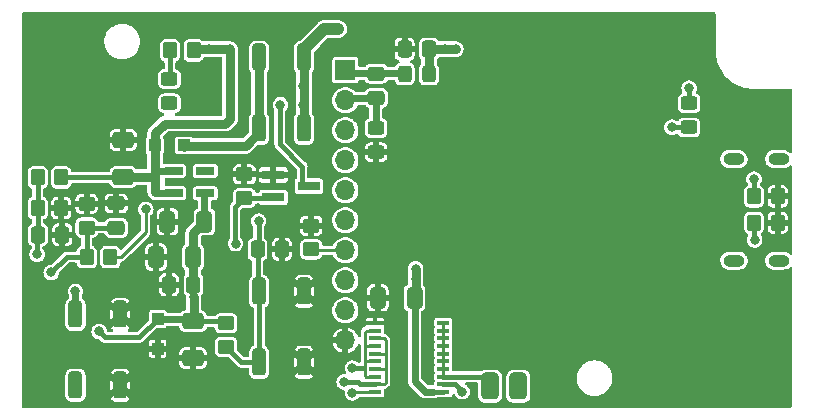
<source format=gbl>
G04 #@! TF.GenerationSoftware,KiCad,Pcbnew,6.99.0-unknown-58b8d63ff8~148~ubuntu20.04.1*
G04 #@! TF.CreationDate,2022-03-11T08:50:32+05:30*
G04 #@! TF.ProjectId,espc3-vario,65737063-332d-4766-9172-696f2e6b6963,rev?*
G04 #@! TF.SameCoordinates,Original*
G04 #@! TF.FileFunction,Copper,L2,Bot*
G04 #@! TF.FilePolarity,Positive*
%FSLAX46Y46*%
G04 Gerber Fmt 4.6, Leading zero omitted, Abs format (unit mm)*
G04 Created by KiCad (PCBNEW 6.99.0-unknown-58b8d63ff8~148~ubuntu20.04.1) date 2022-03-11 08:50:32*
%MOMM*%
%LPD*%
G01*
G04 APERTURE LIST*
G04 Aperture macros list*
%AMRoundRect*
0 Rectangle with rounded corners*
0 $1 Rounding radius*
0 $2 $3 $4 $5 $6 $7 $8 $9 X,Y pos of 4 corners*
0 Add a 4 corners polygon primitive as box body*
4,1,4,$2,$3,$4,$5,$6,$7,$8,$9,$2,$3,0*
0 Add four circle primitives for the rounded corners*
1,1,$1+$1,$2,$3*
1,1,$1+$1,$4,$5*
1,1,$1+$1,$6,$7*
1,1,$1+$1,$8,$9*
0 Add four rect primitives between the rounded corners*
20,1,$1+$1,$2,$3,$4,$5,0*
20,1,$1+$1,$4,$5,$6,$7,0*
20,1,$1+$1,$6,$7,$8,$9,0*
20,1,$1+$1,$8,$9,$2,$3,0*%
G04 Aperture macros list end*
G04 #@! TA.AperFunction,ComponentPad*
%ADD10R,1.700000X1.700000*%
G04 #@! TD*
G04 #@! TA.AperFunction,ComponentPad*
%ADD11O,1.700000X1.700000*%
G04 #@! TD*
G04 #@! TA.AperFunction,ComponentPad*
%ADD12O,1.800000X1.000000*%
G04 #@! TD*
G04 #@! TA.AperFunction,SMDPad,CuDef*
%ADD13RoundRect,0.300000X0.300000X-0.843000X0.300000X0.843000X-0.300000X0.843000X-0.300000X-0.843000X0*%
G04 #@! TD*
G04 #@! TA.AperFunction,SMDPad,CuDef*
%ADD14RoundRect,0.300000X-0.300000X0.843000X-0.300000X-0.843000X0.300000X-0.843000X0.300000X0.843000X0*%
G04 #@! TD*
G04 #@! TA.AperFunction,SMDPad,CuDef*
%ADD15RoundRect,0.250000X0.412500X0.650000X-0.412500X0.650000X-0.412500X-0.650000X0.412500X-0.650000X0*%
G04 #@! TD*
G04 #@! TA.AperFunction,SMDPad,CuDef*
%ADD16R,1.000000X1.000000*%
G04 #@! TD*
G04 #@! TA.AperFunction,SMDPad,CuDef*
%ADD17RoundRect,0.250000X0.450000X-0.325000X0.450000X0.325000X-0.450000X0.325000X-0.450000X-0.325000X0*%
G04 #@! TD*
G04 #@! TA.AperFunction,SMDPad,CuDef*
%ADD18RoundRect,0.250000X-0.650000X0.412500X-0.650000X-0.412500X0.650000X-0.412500X0.650000X0.412500X0*%
G04 #@! TD*
G04 #@! TA.AperFunction,SMDPad,CuDef*
%ADD19RoundRect,0.250000X-0.325000X-0.450000X0.325000X-0.450000X0.325000X0.450000X-0.325000X0.450000X0*%
G04 #@! TD*
G04 #@! TA.AperFunction,SMDPad,CuDef*
%ADD20RoundRect,0.250000X0.650000X-0.412500X0.650000X0.412500X-0.650000X0.412500X-0.650000X-0.412500X0*%
G04 #@! TD*
G04 #@! TA.AperFunction,SMDPad,CuDef*
%ADD21RoundRect,0.250000X-0.337500X-0.475000X0.337500X-0.475000X0.337500X0.475000X-0.337500X0.475000X0*%
G04 #@! TD*
G04 #@! TA.AperFunction,SMDPad,CuDef*
%ADD22RoundRect,0.250000X-0.350000X-0.450000X0.350000X-0.450000X0.350000X0.450000X-0.350000X0.450000X0*%
G04 #@! TD*
G04 #@! TA.AperFunction,SMDPad,CuDef*
%ADD23RoundRect,0.250000X0.450000X-0.350000X0.450000X0.350000X-0.450000X0.350000X-0.450000X-0.350000X0*%
G04 #@! TD*
G04 #@! TA.AperFunction,SMDPad,CuDef*
%ADD24RoundRect,0.250000X0.337500X0.475000X-0.337500X0.475000X-0.337500X-0.475000X0.337500X-0.475000X0*%
G04 #@! TD*
G04 #@! TA.AperFunction,SMDPad,CuDef*
%ADD25R,1.000000X0.400000*%
G04 #@! TD*
G04 #@! TA.AperFunction,SMDPad,CuDef*
%ADD26RoundRect,0.250000X-0.450000X0.350000X-0.450000X-0.350000X0.450000X-0.350000X0.450000X0.350000X0*%
G04 #@! TD*
G04 #@! TA.AperFunction,SMDPad,CuDef*
%ADD27RoundRect,0.250000X-0.475000X0.337500X-0.475000X-0.337500X0.475000X-0.337500X0.475000X0.337500X0*%
G04 #@! TD*
G04 #@! TA.AperFunction,SMDPad,CuDef*
%ADD28R,1.560000X0.650000*%
G04 #@! TD*
G04 #@! TA.AperFunction,SMDPad,CuDef*
%ADD29RoundRect,0.250000X0.350000X0.450000X-0.350000X0.450000X-0.350000X-0.450000X0.350000X-0.450000X0*%
G04 #@! TD*
G04 #@! TA.AperFunction,SMDPad,CuDef*
%ADD30R,1.900000X0.800000*%
G04 #@! TD*
G04 #@! TA.AperFunction,SMDPad,CuDef*
%ADD31RoundRect,0.250000X-0.450000X0.325000X-0.450000X-0.325000X0.450000X-0.325000X0.450000X0.325000X0*%
G04 #@! TD*
G04 #@! TA.AperFunction,SMDPad,CuDef*
%ADD32RoundRect,0.381000X-0.381000X0.762000X-0.381000X-0.762000X0.381000X-0.762000X0.381000X0.762000X0*%
G04 #@! TD*
G04 #@! TA.AperFunction,ViaPad*
%ADD33C,0.800000*%
G04 #@! TD*
G04 #@! TA.AperFunction,Conductor*
%ADD34C,0.250000*%
G04 #@! TD*
G04 #@! TA.AperFunction,Conductor*
%ADD35C,0.400000*%
G04 #@! TD*
G04 #@! TA.AperFunction,Conductor*
%ADD36C,0.600000*%
G04 #@! TD*
G04 #@! TA.AperFunction,Conductor*
%ADD37C,0.800000*%
G04 #@! TD*
G04 #@! TA.AperFunction,Conductor*
%ADD38C,1.000000*%
G04 #@! TD*
G04 APERTURE END LIST*
D10*
X125899999Y-91189999D03*
D11*
X125899999Y-93729999D03*
X125899999Y-96269999D03*
X125899999Y-98809999D03*
X125899999Y-101349999D03*
X125899999Y-103889999D03*
X125899999Y-106429999D03*
X125899999Y-108969999D03*
X125899999Y-111509999D03*
X125899999Y-114049999D03*
D12*
X158799999Y-107299999D03*
X158799999Y-98699999D03*
X162599999Y-107299999D03*
X162599999Y-98699999D03*
D13*
X106850000Y-117850000D03*
X106850000Y-111850000D03*
X103050000Y-117850000D03*
X103050000Y-111850000D03*
D14*
X118600000Y-109900000D03*
X118600000Y-115900000D03*
X122400000Y-109900000D03*
X122400000Y-115900000D03*
D15*
X113962500Y-104000000D03*
X110837500Y-104000000D03*
D16*
X109749999Y-97549999D03*
X112249999Y-97549999D03*
D17*
X128500000Y-98125000D03*
X128500000Y-96075000D03*
D15*
X113012500Y-107000000D03*
X109887500Y-107000000D03*
D18*
X113000000Y-112437500D03*
X113000000Y-115562500D03*
D19*
X130925000Y-91500000D03*
X132975000Y-91500000D03*
D20*
X107100000Y-100212500D03*
X107100000Y-97087500D03*
D21*
X118462500Y-106350000D03*
X120537500Y-106350000D03*
D22*
X160500000Y-104100000D03*
X162500000Y-104100000D03*
D23*
X117350000Y-102000000D03*
X117350000Y-100000000D03*
X123000000Y-106350000D03*
X123000000Y-104350000D03*
D24*
X132987500Y-89400000D03*
X130912500Y-89400000D03*
D25*
X128399999Y-118424999D03*
X128399999Y-117774999D03*
X128399999Y-117124999D03*
X128399999Y-116474999D03*
X128399999Y-115824999D03*
X128399999Y-115174999D03*
X128399999Y-114524999D03*
X128399999Y-113874999D03*
X128399999Y-113224999D03*
X128399999Y-112574999D03*
X134199999Y-112574999D03*
X134199999Y-113224999D03*
X134199999Y-113874999D03*
X134199999Y-114524999D03*
X134199999Y-115174999D03*
X134199999Y-115824999D03*
X134199999Y-116474999D03*
X134199999Y-117124999D03*
X134199999Y-117774999D03*
X134199999Y-118424999D03*
D22*
X104000000Y-107000000D03*
X106000000Y-107000000D03*
D13*
X122400000Y-96100000D03*
X122400000Y-90100000D03*
X118600000Y-96100000D03*
X118600000Y-90100000D03*
D26*
X104000000Y-102500000D03*
X104000000Y-104500000D03*
D27*
X106500000Y-102462500D03*
X106500000Y-104537500D03*
X128500000Y-91462500D03*
X128500000Y-93537500D03*
D22*
X160500000Y-101850000D03*
X162500000Y-101850000D03*
D16*
X109999999Y-114749999D03*
X109999999Y-112249999D03*
D28*
X111349999Y-101599999D03*
X111349999Y-100649999D03*
X111349999Y-99699999D03*
X114049999Y-99699999D03*
X114049999Y-101599999D03*
D26*
X115800000Y-112600000D03*
X115800000Y-114600000D03*
D24*
X113037500Y-109350000D03*
X110962500Y-109350000D03*
D29*
X101850000Y-100250000D03*
X99850000Y-100250000D03*
D15*
X131762500Y-110450000D03*
X128637500Y-110450000D03*
D30*
X119799999Y-101949999D03*
X119799999Y-100049999D03*
X122799999Y-100999999D03*
D21*
X99862500Y-105100000D03*
X101937500Y-105100000D03*
D22*
X99850000Y-102850000D03*
X101850000Y-102850000D03*
D17*
X111000000Y-93975000D03*
X111000000Y-91925000D03*
D31*
X155000000Y-93975000D03*
X155000000Y-96025000D03*
D32*
X138150000Y-117950000D03*
X140550000Y-117950000D03*
D22*
X111050000Y-89500000D03*
X113050000Y-89500000D03*
D33*
X138200000Y-118150000D03*
X126500000Y-116400000D03*
X140450000Y-118150000D03*
X116150000Y-89400000D03*
X135250000Y-89400000D03*
X131850000Y-108000000D03*
X134300000Y-89400000D03*
X114350000Y-89400000D03*
X131850000Y-108850000D03*
X150000000Y-94500000D03*
X154450000Y-101650000D03*
X158950000Y-105700000D03*
X158950000Y-100300000D03*
X158150000Y-100300000D03*
X155650000Y-98250000D03*
X161400000Y-96150000D03*
X100150000Y-87600000D03*
X146250000Y-92250000D03*
X154050000Y-100850000D03*
X113050000Y-93450000D03*
X158150000Y-105700000D03*
X113050000Y-94350000D03*
X161050000Y-110350000D03*
X162400000Y-96650000D03*
X99200000Y-87600000D03*
X100500000Y-115500000D03*
X145900000Y-93100000D03*
X113050000Y-109500000D03*
X113050000Y-110400000D03*
X105050000Y-113300000D03*
X101000000Y-108300000D03*
X99800000Y-106750000D03*
X125300000Y-87700000D03*
X122350000Y-94150000D03*
X124100000Y-87700000D03*
X122350000Y-92550000D03*
X109000000Y-102950000D03*
X112200000Y-97650000D03*
X111100000Y-94000000D03*
X155000000Y-92700000D03*
X153550000Y-96000000D03*
X160550000Y-105550000D03*
X160500000Y-100400000D03*
X120400000Y-94100000D03*
X116600000Y-105850000D03*
X125793245Y-117568745D03*
X126500000Y-118500000D03*
X135800000Y-118400000D03*
X118550000Y-103950000D03*
X103050000Y-109900000D03*
X103000000Y-118000000D03*
D34*
X134200000Y-116475000D02*
X134200000Y-115825000D01*
X138150000Y-117500000D02*
X137775000Y-117125000D01*
X134200000Y-114525000D02*
X134200000Y-115175000D01*
X134200000Y-115175000D02*
X134200000Y-115825000D01*
X134200000Y-113225000D02*
X134200000Y-113875000D01*
X134200000Y-113875000D02*
X134200000Y-114525000D01*
X134200000Y-117125000D02*
X134200000Y-116475000D01*
X134200000Y-112575000D02*
X134200000Y-113225000D01*
D35*
X137775000Y-117125000D02*
X134200000Y-117125000D01*
D34*
X127650000Y-117125000D02*
X128400000Y-117125000D01*
X128400000Y-115825000D02*
X127650000Y-115825000D01*
X127650000Y-114525000D02*
X127575489Y-114450489D01*
X127575489Y-114450489D02*
X127575489Y-113524022D01*
D35*
X126500000Y-116400000D02*
X127500000Y-116400000D01*
D34*
X127575489Y-116475489D02*
X127575489Y-117050489D01*
X127575489Y-113350489D02*
X127575489Y-116475489D01*
X127575489Y-117050489D02*
X127650000Y-117125000D01*
X127700978Y-114525000D02*
X128400000Y-114525000D01*
X127675000Y-115825000D02*
X128400000Y-115825000D01*
X127700978Y-113225000D02*
X127575489Y-113350489D01*
X128400000Y-113225000D02*
X127700978Y-113225000D01*
X127874511Y-113225000D02*
X128400000Y-113225000D01*
X128400000Y-114525000D02*
X127650000Y-114525000D01*
X127500000Y-116400000D02*
X127575489Y-116475489D01*
X126160000Y-91450000D02*
X125900000Y-91190000D01*
D36*
X130750000Y-91450000D02*
X128512500Y-91450000D01*
X128487500Y-91450000D02*
X126160000Y-91450000D01*
D34*
X128512500Y-91450000D02*
X128500000Y-91462500D01*
X128500000Y-91462500D02*
X128487500Y-91450000D01*
X130800000Y-91500000D02*
X130750000Y-91450000D01*
X128487500Y-95937500D02*
X128500000Y-95950000D01*
D36*
X128487500Y-93550000D02*
X126080000Y-93550000D01*
D34*
X126080000Y-93550000D02*
X125900000Y-93730000D01*
X128500000Y-93537500D02*
X128487500Y-93550000D01*
D36*
X128487500Y-93550000D02*
X128487500Y-95937500D01*
D35*
X101850000Y-100250000D02*
X107062500Y-100250000D01*
D37*
X109800000Y-101500000D02*
X109800000Y-96500000D01*
D34*
X133200000Y-91450000D02*
X133150000Y-91400000D01*
D37*
X131850000Y-108000000D02*
X131850000Y-110750000D01*
D36*
X111350000Y-101600000D02*
X109800000Y-101600000D01*
D37*
X132987500Y-89400000D02*
X132987500Y-91487500D01*
X110600000Y-95700000D02*
X115750000Y-95700000D01*
D34*
X132987500Y-91487500D02*
X132975000Y-91500000D01*
D36*
X131762500Y-110837500D02*
X131762500Y-117512500D01*
D37*
X116150000Y-95300000D02*
X116150000Y-89400000D01*
X116150000Y-89400000D02*
X113150000Y-89400000D01*
D36*
X131762500Y-117512500D02*
X132650000Y-118400000D01*
X132650000Y-118400000D02*
X133350000Y-118400000D01*
D35*
X131850000Y-110750000D02*
X131762500Y-110837500D01*
X134200000Y-118425000D02*
X133125000Y-118425000D01*
D37*
X107100000Y-100212500D02*
X109762500Y-100212500D01*
X115750000Y-95700000D02*
X116150000Y-95300000D01*
D36*
X110100000Y-99700000D02*
X111562500Y-99700000D01*
X133162500Y-91412500D02*
X133200000Y-91450000D01*
D37*
X109800000Y-96500000D02*
X110600000Y-95700000D01*
D34*
X107062500Y-100250000D02*
X107100000Y-100212500D01*
D37*
X132987500Y-89400000D02*
X135250000Y-89400000D01*
D36*
X111562500Y-100650000D02*
X112550000Y-100650000D01*
D38*
X112550000Y-100650000D02*
X112750000Y-100650000D01*
D35*
X110000000Y-112250000D02*
X108450000Y-113800000D01*
D36*
X113962500Y-104000000D02*
X113962500Y-101575000D01*
X110000000Y-112250000D02*
X112812500Y-112250000D01*
D37*
X113012500Y-104950000D02*
X113962500Y-104000000D01*
X113050000Y-110400000D02*
X113050000Y-112387500D01*
X113012500Y-107000000D02*
X113012500Y-104950000D01*
D36*
X113012500Y-109325000D02*
X113037500Y-109350000D01*
D37*
X113012500Y-107000000D02*
X113012500Y-109325000D01*
D36*
X113050000Y-112387500D02*
X113000000Y-112437500D01*
D35*
X105550000Y-113800000D02*
X105050000Y-113300000D01*
X108450000Y-113800000D02*
X105550000Y-113800000D01*
X113000000Y-112437500D02*
X115637500Y-112437500D01*
X104000000Y-107000000D02*
X104000000Y-104500000D01*
X104000000Y-104500000D02*
X106462500Y-104500000D01*
D34*
X106462500Y-104500000D02*
X106500000Y-104537500D01*
D35*
X101000000Y-108300000D02*
X102300000Y-107000000D01*
X102300000Y-107000000D02*
X104000000Y-107000000D01*
D34*
X99800000Y-105162500D02*
X99862500Y-105100000D01*
D35*
X99850000Y-102850000D02*
X99850000Y-100250000D01*
X99862500Y-105100000D02*
X99862500Y-103087500D01*
X99800000Y-106750000D02*
X99800000Y-105162500D01*
D38*
X122400000Y-89400000D02*
X122400000Y-89650000D01*
X124100000Y-87700000D02*
X122400000Y-89400000D01*
X124100000Y-87700000D02*
X125300000Y-87700000D01*
D37*
X122400000Y-90100000D02*
X122400000Y-96100000D01*
D34*
X109000000Y-104900000D02*
X106900000Y-107000000D01*
X106900000Y-107000000D02*
X106000000Y-107000000D01*
D37*
X112200000Y-97650000D02*
X112250000Y-97600000D01*
X112250000Y-97600000D02*
X117450000Y-97600000D01*
X118600000Y-90100000D02*
X118600000Y-96100000D01*
D34*
X109000000Y-102950000D02*
X109000000Y-104900000D01*
D37*
X117450000Y-97600000D02*
X118600000Y-96450000D01*
D35*
X155000000Y-92700000D02*
X155000000Y-93975000D01*
X155000000Y-96025000D02*
X153575000Y-96025000D01*
D34*
X153575000Y-96025000D02*
X153550000Y-96000000D01*
D35*
X160500000Y-104100000D02*
X160500000Y-105500000D01*
D34*
X160500000Y-105500000D02*
X160550000Y-105550000D01*
D35*
X160500000Y-100400000D02*
X160500000Y-101850000D01*
D34*
X120400000Y-94100000D02*
X120400000Y-93900000D01*
D35*
X120350000Y-93950000D02*
X120350000Y-97450000D01*
X120350000Y-97450000D02*
X122237500Y-99337500D01*
X122237500Y-99337500D02*
X122237500Y-101000000D01*
X116550000Y-105800000D02*
X116550000Y-102800000D01*
X117350000Y-102000000D02*
X119750000Y-102000000D01*
X116550000Y-102800000D02*
X117350000Y-102000000D01*
D34*
X116600000Y-105850000D02*
X116550000Y-105800000D01*
D35*
X119750000Y-102000000D02*
X119800000Y-101950000D01*
D34*
X125900000Y-106430000D02*
X123080000Y-106430000D01*
X123080000Y-106430000D02*
X123000000Y-106350000D01*
X129300000Y-116500000D02*
X129275000Y-116475000D01*
X129150000Y-113875000D02*
X128400000Y-113875000D01*
D35*
X128400000Y-117775000D02*
X127175000Y-117775000D01*
D34*
X129275000Y-116475000D02*
X128400000Y-116475000D01*
X128400000Y-115175000D02*
X129225000Y-115175000D01*
X129300000Y-117650000D02*
X129175000Y-117775000D01*
D35*
X126950000Y-117550000D02*
X125811990Y-117550000D01*
D34*
X129175000Y-117775000D02*
X128400000Y-117775000D01*
D35*
X127175000Y-117775000D02*
X126950000Y-117550000D01*
D34*
X129150000Y-113875000D02*
X129300000Y-114025000D01*
X125811990Y-117550000D02*
X125793245Y-117568745D01*
X129300000Y-114025000D02*
X129300000Y-117650000D01*
D35*
X134200000Y-117775000D02*
X135175000Y-117775000D01*
D34*
X128400000Y-118425000D02*
X126575000Y-118425000D01*
X126575000Y-118425000D02*
X126500000Y-118500000D01*
D35*
X135175000Y-117775000D02*
X135800000Y-118400000D01*
X118550000Y-103950000D02*
X118550000Y-106262500D01*
X117100000Y-115900000D02*
X118600000Y-115900000D01*
X118600000Y-109900000D02*
X118600000Y-115900000D01*
D34*
X118462500Y-109762500D02*
X118600000Y-109900000D01*
D35*
X115800000Y-114600000D02*
X117100000Y-115900000D01*
D34*
X118550000Y-106262500D02*
X118462500Y-106350000D01*
D35*
X118462500Y-106350000D02*
X118462500Y-109762500D01*
D36*
X103050000Y-109900000D02*
X103050000Y-111850000D01*
X111050000Y-91875000D02*
X111000000Y-91925000D01*
D35*
X111050000Y-89500000D02*
X111050000Y-91875000D01*
G04 #@! TA.AperFunction,Conductor*
G36*
X157187621Y-86274502D02*
G01*
X157234114Y-86328158D01*
X157245500Y-86380500D01*
X157245500Y-89670561D01*
X157251478Y-89727437D01*
X157279942Y-89998254D01*
X157281157Y-90009815D01*
X157281842Y-90013037D01*
X157281842Y-90013038D01*
X157351396Y-90340262D01*
X157351399Y-90340272D01*
X157352081Y-90343482D01*
X157372648Y-90406781D01*
X157453983Y-90657105D01*
X157457493Y-90667909D01*
X157458835Y-90670923D01*
X157587850Y-90960694D01*
X157596240Y-90979539D01*
X157766801Y-91274960D01*
X157967308Y-91550933D01*
X157969514Y-91553383D01*
X157969518Y-91553388D01*
X158193357Y-91801987D01*
X158195563Y-91804437D01*
X158198013Y-91806643D01*
X158446612Y-92030482D01*
X158446617Y-92030486D01*
X158449067Y-92032692D01*
X158493626Y-92065066D01*
X158711669Y-92223484D01*
X158725040Y-92233199D01*
X159020461Y-92403760D01*
X159023474Y-92405102D01*
X159023477Y-92405103D01*
X159204766Y-92485818D01*
X159332091Y-92542507D01*
X159656518Y-92647919D01*
X159659728Y-92648601D01*
X159659738Y-92648604D01*
X159971663Y-92714906D01*
X159990185Y-92718843D01*
X159993454Y-92719187D01*
X159993463Y-92719188D01*
X160143423Y-92734949D01*
X160329439Y-92754500D01*
X163619500Y-92754500D01*
X163687621Y-92774502D01*
X163734114Y-92828158D01*
X163745500Y-92880500D01*
X163745500Y-98070412D01*
X163725498Y-98138533D01*
X163671842Y-98185026D01*
X163601568Y-98195130D01*
X163538511Y-98166935D01*
X163417427Y-98065333D01*
X163410872Y-98062041D01*
X163410869Y-98062039D01*
X163266370Y-97989470D01*
X163259811Y-97986176D01*
X163149317Y-97959988D01*
X163095324Y-97947191D01*
X163095322Y-97947191D01*
X163088188Y-97945500D01*
X162156059Y-97945500D01*
X162125396Y-97949084D01*
X162032103Y-97959988D01*
X162032101Y-97959989D01*
X162024816Y-97960840D01*
X161859076Y-98021164D01*
X161711715Y-98118085D01*
X161590678Y-98246377D01*
X161587008Y-98252734D01*
X161587007Y-98252735D01*
X161557121Y-98304499D01*
X161502490Y-98399124D01*
X161451905Y-98568091D01*
X161441649Y-98744169D01*
X161442923Y-98751393D01*
X161442923Y-98751396D01*
X161471003Y-98910641D01*
X161472277Y-98917866D01*
X161487864Y-98954000D01*
X161536081Y-99065780D01*
X161542136Y-99079818D01*
X161546519Y-99085706D01*
X161546520Y-99085707D01*
X161614741Y-99177344D01*
X161647461Y-99221294D01*
X161653080Y-99226009D01*
X161653082Y-99226011D01*
X161776949Y-99329948D01*
X161782573Y-99334667D01*
X161789128Y-99337959D01*
X161789131Y-99337961D01*
X161931675Y-99409548D01*
X161940189Y-99413824D01*
X162016878Y-99432000D01*
X162104676Y-99452809D01*
X162104678Y-99452809D01*
X162111812Y-99454500D01*
X163043941Y-99454500D01*
X163074604Y-99450916D01*
X163167897Y-99440012D01*
X163167899Y-99440011D01*
X163175184Y-99439160D01*
X163340924Y-99378836D01*
X163488285Y-99281915D01*
X163527853Y-99239975D01*
X163589146Y-99204154D01*
X163660080Y-99207156D01*
X163718129Y-99248032D01*
X163744864Y-99313802D01*
X163745500Y-99326443D01*
X163745500Y-106670412D01*
X163725498Y-106738533D01*
X163671842Y-106785026D01*
X163601568Y-106795130D01*
X163538511Y-106766935D01*
X163417427Y-106665333D01*
X163410872Y-106662041D01*
X163410869Y-106662039D01*
X163266370Y-106589470D01*
X163259811Y-106586176D01*
X163171945Y-106565351D01*
X163095324Y-106547191D01*
X163095322Y-106547191D01*
X163088188Y-106545500D01*
X162156059Y-106545500D01*
X162125396Y-106549084D01*
X162032103Y-106559988D01*
X162032101Y-106559989D01*
X162024816Y-106560840D01*
X161859076Y-106621164D01*
X161711715Y-106718085D01*
X161706676Y-106723426D01*
X161685379Y-106746000D01*
X161590678Y-106846377D01*
X161587008Y-106852734D01*
X161587007Y-106852735D01*
X161529998Y-106951479D01*
X161502490Y-106999124D01*
X161451905Y-107168091D01*
X161451478Y-107175415D01*
X161451478Y-107175417D01*
X161450111Y-107198883D01*
X161441649Y-107344169D01*
X161442923Y-107351393D01*
X161442923Y-107351396D01*
X161469611Y-107502749D01*
X161472277Y-107517866D01*
X161502431Y-107587771D01*
X161528119Y-107647322D01*
X161542136Y-107679818D01*
X161546519Y-107685706D01*
X161546520Y-107685707D01*
X161594761Y-107750506D01*
X161647461Y-107821294D01*
X161653080Y-107826009D01*
X161653082Y-107826011D01*
X161725325Y-107886630D01*
X161782573Y-107934667D01*
X161789128Y-107937959D01*
X161789131Y-107937961D01*
X161899929Y-107993605D01*
X161940189Y-108013824D01*
X162016967Y-108032021D01*
X162104676Y-108052809D01*
X162104678Y-108052809D01*
X162111812Y-108054500D01*
X163043941Y-108054500D01*
X163074604Y-108050916D01*
X163167897Y-108040012D01*
X163167899Y-108040011D01*
X163175184Y-108039160D01*
X163340924Y-107978836D01*
X163488285Y-107881915D01*
X163527853Y-107839975D01*
X163589146Y-107804154D01*
X163660080Y-107807156D01*
X163718129Y-107848032D01*
X163744864Y-107913802D01*
X163745500Y-107926443D01*
X163745500Y-119619500D01*
X163725498Y-119687621D01*
X163671842Y-119734114D01*
X163619500Y-119745500D01*
X98626000Y-119745500D01*
X98557879Y-119725498D01*
X98511386Y-119671842D01*
X98500000Y-119619500D01*
X98500000Y-118736410D01*
X102195500Y-118736410D01*
X102195949Y-118740146D01*
X102195949Y-118740152D01*
X102204844Y-118814224D01*
X102206201Y-118825520D01*
X102219374Y-118858924D01*
X102258414Y-118957922D01*
X102262120Y-118967321D01*
X102267329Y-118974190D01*
X102267330Y-118974192D01*
X102326848Y-119052678D01*
X102354223Y-119088777D01*
X102361088Y-119093983D01*
X102468808Y-119175670D01*
X102468810Y-119175671D01*
X102475679Y-119180880D01*
X102483697Y-119184042D01*
X102483699Y-119184043D01*
X102550643Y-119210442D01*
X102617480Y-119236799D01*
X102625503Y-119237762D01*
X102625505Y-119237763D01*
X102702848Y-119247051D01*
X102702854Y-119247051D01*
X102706590Y-119247500D01*
X103393410Y-119247500D01*
X103397146Y-119247051D01*
X103397152Y-119247051D01*
X103474495Y-119237763D01*
X103474497Y-119237762D01*
X103482520Y-119236799D01*
X103549357Y-119210442D01*
X103616301Y-119184043D01*
X103616303Y-119184042D01*
X103624321Y-119180880D01*
X103631190Y-119175671D01*
X103631192Y-119175670D01*
X103738912Y-119093983D01*
X103745777Y-119088777D01*
X103773152Y-119052678D01*
X103824455Y-118985025D01*
X106080513Y-118985025D01*
X106080965Y-118991345D01*
X106149374Y-119081555D01*
X106161445Y-119093626D01*
X106269058Y-119175232D01*
X106283945Y-119183602D01*
X106410085Y-119233345D01*
X106425619Y-119237271D01*
X106502890Y-119246551D01*
X106510399Y-119247000D01*
X107189601Y-119247000D01*
X107197110Y-119246551D01*
X107274381Y-119237271D01*
X107289915Y-119233345D01*
X107416055Y-119183602D01*
X107430942Y-119175232D01*
X107538555Y-119093626D01*
X107550626Y-119081555D01*
X107613736Y-118998332D01*
X107619381Y-118983481D01*
X107618072Y-118977283D01*
X106862811Y-118222021D01*
X106848868Y-118214408D01*
X106847034Y-118214539D01*
X106840420Y-118218790D01*
X106088124Y-118971087D01*
X106080513Y-118985025D01*
X103824455Y-118985025D01*
X103832670Y-118974192D01*
X103832671Y-118974190D01*
X103837880Y-118967321D01*
X103841587Y-118957922D01*
X103880626Y-118858924D01*
X103893799Y-118825520D01*
X103895156Y-118814224D01*
X103904051Y-118740152D01*
X103904051Y-118740146D01*
X103904500Y-118736410D01*
X103904500Y-118326674D01*
X105996000Y-118326674D01*
X105999237Y-118337699D01*
X106006328Y-118334461D01*
X106477979Y-117862811D01*
X106484356Y-117851132D01*
X107214408Y-117851132D01*
X107214539Y-117852966D01*
X107218790Y-117859580D01*
X107691192Y-118331981D01*
X107701276Y-118337488D01*
X107704000Y-118330185D01*
X107704000Y-117568745D01*
X125133938Y-117568745D01*
X125134857Y-117576314D01*
X125151306Y-117711783D01*
X125153096Y-117726527D01*
X125209458Y-117875140D01*
X125213786Y-117881410D01*
X125213787Y-117881412D01*
X125269965Y-117962799D01*
X125299747Y-118005946D01*
X125305449Y-118010997D01*
X125305452Y-118011001D01*
X125333622Y-118035957D01*
X125418716Y-118111344D01*
X125425466Y-118114887D01*
X125425468Y-118114888D01*
X125505037Y-118156649D01*
X125559452Y-118185208D01*
X125619198Y-118199934D01*
X125706380Y-118221423D01*
X125706384Y-118221423D01*
X125713774Y-118223245D01*
X125732073Y-118223245D01*
X125800194Y-118243247D01*
X125846687Y-118296903D01*
X125857154Y-118364432D01*
X125840693Y-118500000D01*
X125841612Y-118507569D01*
X125848988Y-118568313D01*
X125859851Y-118657782D01*
X125916213Y-118806395D01*
X125920541Y-118812665D01*
X125920542Y-118812667D01*
X126000591Y-118928637D01*
X126006502Y-118937201D01*
X126012204Y-118942252D01*
X126012207Y-118942256D01*
X126040500Y-118967321D01*
X126125471Y-119042599D01*
X126132221Y-119046142D01*
X126132223Y-119046143D01*
X126243600Y-119104598D01*
X126266207Y-119116463D01*
X126341165Y-119134939D01*
X126413135Y-119152678D01*
X126413139Y-119152678D01*
X126420529Y-119154500D01*
X126579471Y-119154500D01*
X126586861Y-119152678D01*
X126586865Y-119152678D01*
X126658835Y-119134939D01*
X126733793Y-119116463D01*
X126756400Y-119104598D01*
X126867777Y-119046143D01*
X126867779Y-119046142D01*
X126874529Y-119042599D01*
X126959500Y-118967321D01*
X126987793Y-118942256D01*
X126987796Y-118942252D01*
X126993498Y-118937201D01*
X126999410Y-118928637D01*
X127047529Y-118858924D01*
X127102688Y-118814224D01*
X127151225Y-118804500D01*
X127672332Y-118804500D01*
X127742332Y-118825734D01*
X127800699Y-118864734D01*
X127874933Y-118879500D01*
X128399915Y-118879500D01*
X128925066Y-118879499D01*
X128960818Y-118872388D01*
X128987126Y-118867156D01*
X128987128Y-118867155D01*
X128999301Y-118864734D01*
X129009621Y-118857839D01*
X129009622Y-118857838D01*
X129073168Y-118815377D01*
X129083484Y-118808484D01*
X129139734Y-118724301D01*
X129154500Y-118650067D01*
X129154499Y-118271260D01*
X129174501Y-118203141D01*
X129228156Y-118156648D01*
X129264912Y-118146229D01*
X129274418Y-118145044D01*
X129284783Y-118143752D01*
X129292003Y-118140222D01*
X129299927Y-118138900D01*
X129309105Y-118133933D01*
X129309111Y-118133931D01*
X129346431Y-118113734D01*
X129351061Y-118111351D01*
X129389190Y-118092711D01*
X129389192Y-118092710D01*
X129398568Y-118088126D01*
X129404252Y-118082442D01*
X129411316Y-118078619D01*
X129447131Y-118039714D01*
X129450737Y-118035957D01*
X129531275Y-117955419D01*
X129551450Y-117939034D01*
X129560582Y-117933068D01*
X129580206Y-117907855D01*
X129583690Y-117903910D01*
X129583529Y-117903773D01*
X129586895Y-117899799D01*
X129590581Y-117896113D01*
X129593607Y-117891875D01*
X129593611Y-117891870D01*
X129602786Y-117879019D01*
X129605883Y-117874865D01*
X129638375Y-117833119D01*
X129640985Y-117825518D01*
X129645653Y-117818979D01*
X129648630Y-117808978D01*
X129648632Y-117808975D01*
X129660739Y-117768307D01*
X129662328Y-117763347D01*
X129676109Y-117723205D01*
X129679500Y-117713327D01*
X129679500Y-117705289D01*
X129681792Y-117697590D01*
X129679608Y-117644775D01*
X129679500Y-117639570D01*
X129679500Y-116552421D01*
X129682182Y-116526564D01*
X129682183Y-116526558D01*
X129684418Y-116515900D01*
X129680468Y-116484211D01*
X129679500Y-116468626D01*
X129679500Y-114077426D01*
X129682182Y-114051567D01*
X129682277Y-114051116D01*
X129682277Y-114051115D01*
X129684419Y-114040900D01*
X129681089Y-114014182D01*
X129680468Y-114009204D01*
X129680141Y-114003947D01*
X129679931Y-114003964D01*
X129679500Y-113998763D01*
X129679500Y-113993557D01*
X129676044Y-113972848D01*
X129675293Y-113967692D01*
X129670044Y-113925583D01*
X129668752Y-113915217D01*
X129665222Y-113907997D01*
X129663900Y-113900073D01*
X129658933Y-113890895D01*
X129658931Y-113890889D01*
X129638734Y-113853569D01*
X129636351Y-113848939D01*
X129617711Y-113810810D01*
X129617710Y-113810808D01*
X129613126Y-113801432D01*
X129607442Y-113795748D01*
X129603619Y-113788684D01*
X129564714Y-113752869D01*
X129560957Y-113749263D01*
X129455419Y-113643725D01*
X129439034Y-113623550D01*
X129433068Y-113614418D01*
X129407855Y-113594794D01*
X129403910Y-113591310D01*
X129403773Y-113591471D01*
X129399799Y-113588105D01*
X129396113Y-113584419D01*
X129391875Y-113581393D01*
X129391870Y-113581389D01*
X129379019Y-113572214D01*
X129374865Y-113569117D01*
X129333119Y-113536625D01*
X129325518Y-113534015D01*
X129318979Y-113529347D01*
X129308978Y-113526370D01*
X129308975Y-113526368D01*
X129268307Y-113514261D01*
X129263345Y-113512671D01*
X129239586Y-113504514D01*
X129181651Y-113463476D01*
X129155101Y-113397631D01*
X129154500Y-113385342D01*
X129154499Y-113006123D01*
X129154499Y-112999934D01*
X129139734Y-112925699D01*
X129143728Y-112924905D01*
X129138580Y-112876941D01*
X129139404Y-112874134D01*
X129139263Y-112874106D01*
X129152793Y-112806085D01*
X129154000Y-112793830D01*
X129154000Y-112793115D01*
X129149525Y-112777876D01*
X129148135Y-112776671D01*
X129140452Y-112775000D01*
X128960100Y-112775000D01*
X128935519Y-112772579D01*
X128931135Y-112771707D01*
X128925067Y-112770500D01*
X128400085Y-112770500D01*
X127874934Y-112770501D01*
X127865193Y-112772439D01*
X127864486Y-112772579D01*
X127839907Y-112775000D01*
X127664116Y-112775000D01*
X127648877Y-112779475D01*
X127641235Y-112788294D01*
X127615222Y-112835933D01*
X127575761Y-112860566D01*
X127576050Y-112861100D01*
X127567446Y-112865756D01*
X127567436Y-112865762D01*
X127566876Y-112866065D01*
X127566871Y-112866067D01*
X127529547Y-112886266D01*
X127524917Y-112888649D01*
X127486788Y-112907289D01*
X127486786Y-112907290D01*
X127477410Y-112911874D01*
X127471726Y-112917558D01*
X127464662Y-112921381D01*
X127457593Y-112929059D01*
X127457594Y-112929059D01*
X127428847Y-112960286D01*
X127425241Y-112964043D01*
X127344214Y-113045070D01*
X127324039Y-113061455D01*
X127314907Y-113067421D01*
X127298285Y-113088777D01*
X127295283Y-113092634D01*
X127291799Y-113096579D01*
X127291960Y-113096716D01*
X127288594Y-113100690D01*
X127284908Y-113104376D01*
X127281882Y-113108614D01*
X127281878Y-113108619D01*
X127272703Y-113121470D01*
X127269606Y-113125624D01*
X127237114Y-113167370D01*
X127234504Y-113174971D01*
X127229836Y-113181510D01*
X127226859Y-113191511D01*
X127226857Y-113191514D01*
X127214750Y-113232182D01*
X127213165Y-113237129D01*
X127195989Y-113287162D01*
X127195989Y-113295200D01*
X127193697Y-113302899D01*
X127194128Y-113313327D01*
X127194128Y-113313329D01*
X127195881Y-113355703D01*
X127195989Y-113360910D01*
X127195989Y-113667504D01*
X127175987Y-113735625D01*
X127122331Y-113782118D01*
X127052057Y-113792222D01*
X126987477Y-113762728D01*
X126948799Y-113701986D01*
X126935453Y-113655081D01*
X126931265Y-113644270D01*
X126845257Y-113471543D01*
X126839149Y-113461679D01*
X126722873Y-113307704D01*
X126715055Y-113299128D01*
X126572467Y-113169141D01*
X126563204Y-113162146D01*
X126399153Y-113060571D01*
X126388771Y-113055402D01*
X126208853Y-112985701D01*
X126197693Y-112982525D01*
X126171806Y-112977686D01*
X126158690Y-112979012D01*
X126154000Y-112993825D01*
X126154000Y-115107528D01*
X126157714Y-115120178D01*
X126173137Y-115122066D01*
X126197693Y-115117475D01*
X126208853Y-115114299D01*
X126388771Y-115044598D01*
X126399153Y-115039429D01*
X126563204Y-114937854D01*
X126572467Y-114930859D01*
X126715055Y-114800872D01*
X126722873Y-114792296D01*
X126839149Y-114638321D01*
X126845257Y-114628457D01*
X126931265Y-114455730D01*
X126935453Y-114444921D01*
X126945032Y-114411254D01*
X126982914Y-114351208D01*
X127047245Y-114321174D01*
X127117601Y-114330688D01*
X127171645Y-114376729D01*
X127187716Y-114435007D01*
X127191070Y-114434589D01*
X127195021Y-114466285D01*
X127195989Y-114481871D01*
X127195989Y-115819500D01*
X127175987Y-115887621D01*
X127122331Y-115934114D01*
X127069989Y-115945500D01*
X127021758Y-115945500D01*
X126953637Y-115925498D01*
X126938205Y-115913812D01*
X126880240Y-115862460D01*
X126880236Y-115862457D01*
X126874529Y-115857401D01*
X126867779Y-115853858D01*
X126867777Y-115853857D01*
X126740546Y-115787081D01*
X126740544Y-115787080D01*
X126733793Y-115783537D01*
X126643838Y-115761365D01*
X126586865Y-115747322D01*
X126586861Y-115747322D01*
X126579471Y-115745500D01*
X126420529Y-115745500D01*
X126413139Y-115747322D01*
X126413135Y-115747322D01*
X126356162Y-115761365D01*
X126266207Y-115783537D01*
X126259456Y-115787080D01*
X126259454Y-115787081D01*
X126132223Y-115853857D01*
X126132221Y-115853858D01*
X126125471Y-115857401D01*
X126064402Y-115911504D01*
X126012207Y-115957744D01*
X126012204Y-115957748D01*
X126006502Y-115962799D01*
X126002173Y-115969071D01*
X126002171Y-115969073D01*
X125928783Y-116075394D01*
X125916213Y-116093605D01*
X125859851Y-116242218D01*
X125858933Y-116249781D01*
X125858932Y-116249784D01*
X125848974Y-116331801D01*
X125840693Y-116400000D01*
X125841612Y-116407569D01*
X125857614Y-116539355D01*
X125859851Y-116557782D01*
X125916213Y-116706395D01*
X125923202Y-116716519D01*
X125923303Y-116716666D01*
X125945540Y-116784091D01*
X125927795Y-116852834D01*
X125875702Y-116901070D01*
X125819609Y-116914245D01*
X125713774Y-116914245D01*
X125706384Y-116916067D01*
X125706380Y-116916067D01*
X125662901Y-116926784D01*
X125559452Y-116952282D01*
X125552701Y-116955825D01*
X125552699Y-116955826D01*
X125425468Y-117022602D01*
X125425466Y-117022603D01*
X125418716Y-117026146D01*
X125377006Y-117063098D01*
X125305452Y-117126489D01*
X125305449Y-117126493D01*
X125299747Y-117131544D01*
X125295418Y-117137816D01*
X125295416Y-117137818D01*
X125234776Y-117225670D01*
X125209458Y-117262350D01*
X125153096Y-117410963D01*
X125152178Y-117418526D01*
X125152177Y-117418529D01*
X125144050Y-117485461D01*
X125133938Y-117568745D01*
X107704000Y-117568745D01*
X107704000Y-117373326D01*
X107700763Y-117362301D01*
X107693672Y-117365539D01*
X107222021Y-117837189D01*
X107214408Y-117851132D01*
X106484356Y-117851132D01*
X106485592Y-117848868D01*
X106485461Y-117847034D01*
X106481210Y-117840420D01*
X106008808Y-117368019D01*
X105998724Y-117362512D01*
X105996000Y-117369815D01*
X105996000Y-118326674D01*
X103904500Y-118326674D01*
X103904500Y-116963590D01*
X103901980Y-116942599D01*
X103894763Y-116882505D01*
X103894762Y-116882503D01*
X103893799Y-116874480D01*
X103837880Y-116732679D01*
X103827989Y-116719635D01*
X103825626Y-116716519D01*
X106080619Y-116716519D01*
X106081928Y-116722717D01*
X106837189Y-117477979D01*
X106851132Y-117485592D01*
X106852966Y-117485461D01*
X106859580Y-117481210D01*
X107611876Y-116728913D01*
X107619487Y-116714975D01*
X107619035Y-116708655D01*
X107550626Y-116618445D01*
X107538555Y-116606374D01*
X107430942Y-116524768D01*
X107416055Y-116516398D01*
X107289915Y-116466655D01*
X107274381Y-116462729D01*
X107197110Y-116453449D01*
X107189601Y-116453000D01*
X106510399Y-116453000D01*
X106502890Y-116453449D01*
X106425619Y-116462729D01*
X106410085Y-116466655D01*
X106283945Y-116516398D01*
X106269058Y-116524768D01*
X106161445Y-116606374D01*
X106149374Y-116618445D01*
X106086264Y-116701668D01*
X106080619Y-116716519D01*
X103825626Y-116716519D01*
X103750983Y-116618088D01*
X103745777Y-116611223D01*
X103731150Y-116600131D01*
X103631192Y-116524330D01*
X103631190Y-116524329D01*
X103624321Y-116519120D01*
X103616303Y-116515958D01*
X103616301Y-116515957D01*
X103526387Y-116480500D01*
X103482520Y-116463201D01*
X103474497Y-116462238D01*
X103474495Y-116462237D01*
X103397152Y-116452949D01*
X103397146Y-116452949D01*
X103393410Y-116452500D01*
X102706590Y-116452500D01*
X102702854Y-116452949D01*
X102702848Y-116452949D01*
X102625505Y-116462237D01*
X102625503Y-116462238D01*
X102617480Y-116463201D01*
X102573613Y-116480500D01*
X102483699Y-116515957D01*
X102483697Y-116515958D01*
X102475679Y-116519120D01*
X102468810Y-116524329D01*
X102468808Y-116524330D01*
X102368850Y-116600131D01*
X102354223Y-116611223D01*
X102349017Y-116618088D01*
X102272012Y-116719635D01*
X102262120Y-116732679D01*
X102206201Y-116874480D01*
X102205238Y-116882503D01*
X102205237Y-116882505D01*
X102198021Y-116942599D01*
X102195500Y-116963590D01*
X102195500Y-118736410D01*
X98500000Y-118736410D01*
X98500000Y-116019840D01*
X111846001Y-116019840D01*
X111846362Y-116026564D01*
X111851610Y-116075394D01*
X111855209Y-116090624D01*
X111899950Y-116210576D01*
X111908504Y-116226242D01*
X111984555Y-116327836D01*
X111997164Y-116340445D01*
X112098758Y-116416496D01*
X112114424Y-116425050D01*
X112234373Y-116469790D01*
X112249608Y-116473390D01*
X112298438Y-116478640D01*
X112305158Y-116479000D01*
X112727885Y-116479000D01*
X112743124Y-116474525D01*
X112744329Y-116473135D01*
X112746000Y-116465452D01*
X112746000Y-116460884D01*
X113254000Y-116460884D01*
X113258475Y-116476123D01*
X113259865Y-116477328D01*
X113267548Y-116478999D01*
X113694840Y-116478999D01*
X113701564Y-116478638D01*
X113750394Y-116473390D01*
X113765624Y-116469791D01*
X113885576Y-116425050D01*
X113901242Y-116416496D01*
X114002836Y-116340445D01*
X114015445Y-116327836D01*
X114091496Y-116226242D01*
X114100050Y-116210576D01*
X114144790Y-116090627D01*
X114148390Y-116075392D01*
X114153640Y-116026562D01*
X114154000Y-116019842D01*
X114154000Y-115834615D01*
X114149525Y-115819376D01*
X114148135Y-115818171D01*
X114140452Y-115816500D01*
X113272115Y-115816500D01*
X113256876Y-115820975D01*
X113255671Y-115822365D01*
X113254000Y-115830048D01*
X113254000Y-116460884D01*
X112746000Y-116460884D01*
X112746000Y-115834615D01*
X112741525Y-115819376D01*
X112740135Y-115818171D01*
X112732452Y-115816500D01*
X111864116Y-115816500D01*
X111848877Y-115820975D01*
X111847672Y-115822365D01*
X111846001Y-115830048D01*
X111846001Y-116019840D01*
X98500000Y-116019840D01*
X98500000Y-115268828D01*
X109246001Y-115268828D01*
X109247209Y-115281088D01*
X109258315Y-115336931D01*
X109267633Y-115359427D01*
X109309983Y-115422808D01*
X109327192Y-115440017D01*
X109390575Y-115482368D01*
X109413066Y-115491684D01*
X109468915Y-115502793D01*
X109481170Y-115504000D01*
X109727885Y-115504000D01*
X109743124Y-115499525D01*
X109744329Y-115498135D01*
X109746000Y-115490452D01*
X109746000Y-115485884D01*
X110254000Y-115485884D01*
X110258475Y-115501123D01*
X110259865Y-115502328D01*
X110267548Y-115503999D01*
X110518828Y-115503999D01*
X110531088Y-115502791D01*
X110586931Y-115491685D01*
X110609427Y-115482367D01*
X110672808Y-115440017D01*
X110690017Y-115422808D01*
X110732368Y-115359425D01*
X110741684Y-115336934D01*
X110750943Y-115290385D01*
X111846000Y-115290385D01*
X111850475Y-115305624D01*
X111851865Y-115306829D01*
X111859548Y-115308500D01*
X112727885Y-115308500D01*
X112743124Y-115304025D01*
X112744329Y-115302635D01*
X112746000Y-115294952D01*
X112746000Y-115290385D01*
X113254000Y-115290385D01*
X113258475Y-115305624D01*
X113259865Y-115306829D01*
X113267548Y-115308500D01*
X114135884Y-115308500D01*
X114151123Y-115304025D01*
X114152328Y-115302635D01*
X114153999Y-115294952D01*
X114153999Y-115105160D01*
X114153638Y-115098436D01*
X114148390Y-115049606D01*
X114144791Y-115034376D01*
X114100050Y-114914424D01*
X114091496Y-114898758D01*
X114015445Y-114797164D01*
X114002836Y-114784555D01*
X113901242Y-114708504D01*
X113885576Y-114699950D01*
X113765627Y-114655210D01*
X113750392Y-114651610D01*
X113701562Y-114646360D01*
X113694842Y-114646000D01*
X113272115Y-114646000D01*
X113256876Y-114650475D01*
X113255671Y-114651865D01*
X113254000Y-114659548D01*
X113254000Y-115290385D01*
X112746000Y-115290385D01*
X112746000Y-114664116D01*
X112741525Y-114648877D01*
X112740135Y-114647672D01*
X112732452Y-114646001D01*
X112305160Y-114646001D01*
X112298436Y-114646362D01*
X112249606Y-114651610D01*
X112234376Y-114655209D01*
X112114424Y-114699950D01*
X112098758Y-114708504D01*
X111997164Y-114784555D01*
X111984555Y-114797164D01*
X111908504Y-114898758D01*
X111899950Y-114914424D01*
X111855210Y-115034373D01*
X111851610Y-115049608D01*
X111846360Y-115098438D01*
X111846000Y-115105158D01*
X111846000Y-115290385D01*
X110750943Y-115290385D01*
X110752793Y-115281085D01*
X110754000Y-115268830D01*
X110754000Y-115022115D01*
X110749525Y-115006876D01*
X110748135Y-115005671D01*
X110740452Y-115004000D01*
X110272115Y-115004000D01*
X110256876Y-115008475D01*
X110255671Y-115009865D01*
X110254000Y-115017548D01*
X110254000Y-115485884D01*
X109746000Y-115485884D01*
X109746000Y-115022115D01*
X109741525Y-115006876D01*
X109740135Y-115005671D01*
X109732452Y-115004000D01*
X109264116Y-115004000D01*
X109248877Y-115008475D01*
X109247672Y-115009865D01*
X109246001Y-115017548D01*
X109246001Y-115268828D01*
X98500000Y-115268828D01*
X98500000Y-114477885D01*
X109246000Y-114477885D01*
X109250475Y-114493124D01*
X109251865Y-114494329D01*
X109259548Y-114496000D01*
X109727885Y-114496000D01*
X109743124Y-114491525D01*
X109744329Y-114490135D01*
X109746000Y-114482452D01*
X109746000Y-114477885D01*
X110254000Y-114477885D01*
X110258475Y-114493124D01*
X110259865Y-114494329D01*
X110267548Y-114496000D01*
X110735884Y-114496000D01*
X110751123Y-114491525D01*
X110752328Y-114490135D01*
X110753999Y-114482452D01*
X110753999Y-114231172D01*
X110752791Y-114218912D01*
X110749377Y-114201745D01*
X114845500Y-114201745D01*
X114845501Y-114998254D01*
X114851960Y-115058342D01*
X114902658Y-115194267D01*
X114989596Y-115310404D01*
X115105733Y-115397342D01*
X115241658Y-115448040D01*
X115301745Y-115454500D01*
X115344774Y-115454500D01*
X115959549Y-115454499D01*
X116027670Y-115474501D01*
X116048644Y-115491404D01*
X116755556Y-116198316D01*
X116764972Y-116208851D01*
X116778841Y-116226242D01*
X116787369Y-116236936D01*
X116795169Y-116242254D01*
X116795170Y-116242255D01*
X116835019Y-116269424D01*
X116838858Y-116272148D01*
X116885227Y-116306370D01*
X116893411Y-116309234D01*
X116900572Y-116314116D01*
X116909594Y-116316899D01*
X116955642Y-116331103D01*
X116960115Y-116332575D01*
X117005634Y-116348502D01*
X117005636Y-116348502D01*
X117014549Y-116351621D01*
X117023212Y-116351945D01*
X117031495Y-116354500D01*
X117089132Y-116354500D01*
X117093843Y-116354588D01*
X117142026Y-116356391D01*
X117142027Y-116356391D01*
X117151463Y-116356744D01*
X117158235Y-116354930D01*
X117165887Y-116354500D01*
X117619500Y-116354500D01*
X117687621Y-116374502D01*
X117734114Y-116428158D01*
X117745500Y-116480500D01*
X117745500Y-116786410D01*
X117745949Y-116790146D01*
X117745949Y-116790152D01*
X117755173Y-116866962D01*
X117756201Y-116875520D01*
X117765828Y-116899933D01*
X117787870Y-116955826D01*
X117812120Y-117017321D01*
X117817329Y-117024190D01*
X117817330Y-117024192D01*
X117894752Y-117126288D01*
X117904223Y-117138777D01*
X117911088Y-117143983D01*
X118018808Y-117225670D01*
X118018810Y-117225671D01*
X118025679Y-117230880D01*
X118033697Y-117234042D01*
X118033699Y-117234043D01*
X118089577Y-117256078D01*
X118167480Y-117286799D01*
X118175503Y-117287762D01*
X118175505Y-117287763D01*
X118252848Y-117297051D01*
X118252854Y-117297051D01*
X118256590Y-117297500D01*
X118943410Y-117297500D01*
X118947146Y-117297051D01*
X118947152Y-117297051D01*
X119024495Y-117287763D01*
X119024497Y-117287762D01*
X119032520Y-117286799D01*
X119110423Y-117256078D01*
X119166301Y-117234043D01*
X119166303Y-117234042D01*
X119174321Y-117230880D01*
X119181190Y-117225671D01*
X119181192Y-117225670D01*
X119288912Y-117143983D01*
X119295777Y-117138777D01*
X119305248Y-117126288D01*
X119374455Y-117035025D01*
X121630513Y-117035025D01*
X121630965Y-117041345D01*
X121699374Y-117131555D01*
X121711445Y-117143626D01*
X121819058Y-117225232D01*
X121833945Y-117233602D01*
X121960085Y-117283345D01*
X121975619Y-117287271D01*
X122052890Y-117296551D01*
X122060399Y-117297000D01*
X122739601Y-117297000D01*
X122747110Y-117296551D01*
X122824381Y-117287271D01*
X122839915Y-117283345D01*
X122966055Y-117233602D01*
X122980942Y-117225232D01*
X123088555Y-117143626D01*
X123100626Y-117131555D01*
X123163736Y-117048332D01*
X123169381Y-117033481D01*
X123168072Y-117027283D01*
X122412811Y-116272021D01*
X122398868Y-116264408D01*
X122397034Y-116264539D01*
X122390420Y-116268790D01*
X121638124Y-117021087D01*
X121630513Y-117035025D01*
X119374455Y-117035025D01*
X119382670Y-117024192D01*
X119382671Y-117024190D01*
X119387880Y-117017321D01*
X119412131Y-116955826D01*
X119434172Y-116899933D01*
X119443799Y-116875520D01*
X119444827Y-116866962D01*
X119454051Y-116790152D01*
X119454051Y-116790146D01*
X119454500Y-116786410D01*
X119454500Y-116376674D01*
X121546000Y-116376674D01*
X121549237Y-116387699D01*
X121556328Y-116384461D01*
X122027979Y-115912811D01*
X122034356Y-115901132D01*
X122764408Y-115901132D01*
X122764539Y-115902966D01*
X122768790Y-115909580D01*
X123241192Y-116381981D01*
X123251276Y-116387488D01*
X123254000Y-116380185D01*
X123254000Y-115423326D01*
X123250763Y-115412301D01*
X123243672Y-115415539D01*
X122772021Y-115887189D01*
X122764408Y-115901132D01*
X122034356Y-115901132D01*
X122035592Y-115898868D01*
X122035461Y-115897034D01*
X122031210Y-115890420D01*
X121558808Y-115418019D01*
X121548724Y-115412512D01*
X121546000Y-115419815D01*
X121546000Y-116376674D01*
X119454500Y-116376674D01*
X119454500Y-115013590D01*
X119453349Y-115004000D01*
X119444763Y-114932505D01*
X119444762Y-114932503D01*
X119443799Y-114924480D01*
X119414428Y-114850000D01*
X119391043Y-114790699D01*
X119391042Y-114790697D01*
X119387880Y-114782679D01*
X119375626Y-114766519D01*
X121630619Y-114766519D01*
X121631928Y-114772717D01*
X122387189Y-115527979D01*
X122401132Y-115535592D01*
X122402966Y-115535461D01*
X122409580Y-115531210D01*
X123161876Y-114778913D01*
X123169487Y-114764975D01*
X123169035Y-114758655D01*
X123100626Y-114668445D01*
X123088555Y-114656374D01*
X122980942Y-114574768D01*
X122966055Y-114566398D01*
X122839915Y-114516655D01*
X122824381Y-114512729D01*
X122747110Y-114503449D01*
X122739601Y-114503000D01*
X122060399Y-114503000D01*
X122052890Y-114503449D01*
X121975619Y-114512729D01*
X121960085Y-114516655D01*
X121833945Y-114566398D01*
X121819058Y-114574768D01*
X121711445Y-114656374D01*
X121699374Y-114668445D01*
X121636264Y-114751668D01*
X121630619Y-114766519D01*
X119375626Y-114766519D01*
X119300983Y-114668088D01*
X119295777Y-114661223D01*
X119283437Y-114651865D01*
X119181189Y-114574328D01*
X119181188Y-114574328D01*
X119174321Y-114569120D01*
X119134276Y-114553329D01*
X119078243Y-114509732D01*
X119054500Y-114436114D01*
X119054500Y-114316037D01*
X124827876Y-114316037D01*
X124864546Y-114444918D01*
X124868735Y-114455730D01*
X124954743Y-114628457D01*
X124960851Y-114638321D01*
X125077127Y-114792296D01*
X125084945Y-114800872D01*
X125227533Y-114930859D01*
X125236796Y-114937854D01*
X125400847Y-115039429D01*
X125411229Y-115044598D01*
X125591147Y-115114299D01*
X125602307Y-115117475D01*
X125628194Y-115122314D01*
X125641310Y-115120988D01*
X125646000Y-115106175D01*
X125646000Y-114322115D01*
X125641525Y-114306876D01*
X125640135Y-114305671D01*
X125632452Y-114304000D01*
X124842566Y-114304000D01*
X124829035Y-114307973D01*
X124827876Y-114316037D01*
X119054500Y-114316037D01*
X119054500Y-113778574D01*
X124829409Y-113778574D01*
X124829527Y-113792677D01*
X124836968Y-113796000D01*
X125627885Y-113796000D01*
X125643124Y-113791525D01*
X125644329Y-113790135D01*
X125646000Y-113782452D01*
X125646000Y-112992472D01*
X125642286Y-112979822D01*
X125626863Y-112977934D01*
X125602307Y-112982525D01*
X125591147Y-112985701D01*
X125411229Y-113055402D01*
X125400847Y-113060571D01*
X125236796Y-113162146D01*
X125227533Y-113169141D01*
X125084945Y-113299128D01*
X125077127Y-113307704D01*
X124960851Y-113461679D01*
X124954743Y-113471543D01*
X124868735Y-113644270D01*
X124864546Y-113655082D01*
X124829409Y-113778574D01*
X119054500Y-113778574D01*
X119054500Y-111510000D01*
X124790768Y-111510000D01*
X124809655Y-111713821D01*
X124865672Y-111910701D01*
X124868270Y-111915919D01*
X124868271Y-111915921D01*
X124954314Y-112088718D01*
X124956912Y-112093935D01*
X125080268Y-112257285D01*
X125231538Y-112395186D01*
X125405573Y-112502944D01*
X125596444Y-112576888D01*
X125797653Y-112614500D01*
X126002347Y-112614500D01*
X126203556Y-112576888D01*
X126394427Y-112502944D01*
X126568462Y-112395186D01*
X126610476Y-112356885D01*
X127646000Y-112356885D01*
X127650475Y-112372124D01*
X127651865Y-112373329D01*
X127659548Y-112375000D01*
X128181885Y-112375000D01*
X128197124Y-112370525D01*
X128198329Y-112369135D01*
X128200000Y-112361452D01*
X128200000Y-112356885D01*
X128600000Y-112356885D01*
X128604475Y-112372124D01*
X128605865Y-112373329D01*
X128613548Y-112375000D01*
X129135884Y-112375000D01*
X129151123Y-112370525D01*
X129152328Y-112369135D01*
X129153999Y-112361452D01*
X129153999Y-112356172D01*
X129152791Y-112343912D01*
X129141685Y-112288069D01*
X129132367Y-112265573D01*
X129090017Y-112202192D01*
X129072808Y-112184983D01*
X129009425Y-112142632D01*
X128986934Y-112133316D01*
X128931085Y-112122207D01*
X128918830Y-112121000D01*
X128618115Y-112121000D01*
X128602876Y-112125475D01*
X128601671Y-112126865D01*
X128600000Y-112134548D01*
X128600000Y-112356885D01*
X128200000Y-112356885D01*
X128200000Y-112139116D01*
X128195525Y-112123877D01*
X128194135Y-112122672D01*
X128186452Y-112121001D01*
X127881172Y-112121001D01*
X127868912Y-112122209D01*
X127813069Y-112133315D01*
X127790573Y-112142633D01*
X127727192Y-112184983D01*
X127709983Y-112202192D01*
X127667632Y-112265575D01*
X127658316Y-112288066D01*
X127647207Y-112343915D01*
X127646000Y-112356170D01*
X127646000Y-112356885D01*
X126610476Y-112356885D01*
X126719732Y-112257285D01*
X126843088Y-112093935D01*
X126845686Y-112088718D01*
X126931729Y-111915921D01*
X126931730Y-111915919D01*
X126934328Y-111910701D01*
X126990345Y-111713821D01*
X127009232Y-111510000D01*
X126990345Y-111306179D01*
X126944440Y-111144840D01*
X127721001Y-111144840D01*
X127721362Y-111151564D01*
X127726610Y-111200394D01*
X127730209Y-111215624D01*
X127774950Y-111335576D01*
X127783504Y-111351242D01*
X127859555Y-111452836D01*
X127872164Y-111465445D01*
X127973758Y-111541496D01*
X127989424Y-111550050D01*
X128109373Y-111594790D01*
X128124608Y-111598390D01*
X128173438Y-111603640D01*
X128180158Y-111604000D01*
X128365385Y-111604000D01*
X128380624Y-111599525D01*
X128381829Y-111598135D01*
X128383500Y-111590452D01*
X128383500Y-111585884D01*
X128891500Y-111585884D01*
X128895975Y-111601123D01*
X128897365Y-111602328D01*
X128905048Y-111603999D01*
X129094840Y-111603999D01*
X129101564Y-111603638D01*
X129150394Y-111598390D01*
X129165624Y-111594791D01*
X129285576Y-111550050D01*
X129301242Y-111541496D01*
X129402836Y-111465445D01*
X129415445Y-111452836D01*
X129491496Y-111351242D01*
X129500050Y-111335576D01*
X129544790Y-111215627D01*
X129548390Y-111200392D01*
X129553640Y-111151562D01*
X129554000Y-111144842D01*
X129554000Y-110722115D01*
X129549525Y-110706876D01*
X129548135Y-110705671D01*
X129540452Y-110704000D01*
X128909615Y-110704000D01*
X128894376Y-110708475D01*
X128893171Y-110709865D01*
X128891500Y-110717548D01*
X128891500Y-111585884D01*
X128383500Y-111585884D01*
X128383500Y-110722115D01*
X128379025Y-110706876D01*
X128377635Y-110705671D01*
X128369952Y-110704000D01*
X127739116Y-110704000D01*
X127723877Y-110708475D01*
X127722672Y-110709865D01*
X127721001Y-110717548D01*
X127721001Y-111144840D01*
X126944440Y-111144840D01*
X126934328Y-111109299D01*
X126890404Y-111021087D01*
X126845686Y-110931282D01*
X126845685Y-110931280D01*
X126843088Y-110926065D01*
X126719732Y-110762715D01*
X126568462Y-110624814D01*
X126557600Y-110618088D01*
X126399387Y-110520127D01*
X126399386Y-110520127D01*
X126394427Y-110517056D01*
X126203556Y-110443112D01*
X126002347Y-110405500D01*
X125797653Y-110405500D01*
X125596444Y-110443112D01*
X125405573Y-110517056D01*
X125400614Y-110520127D01*
X125400613Y-110520127D01*
X125242401Y-110618088D01*
X125231538Y-110624814D01*
X125080268Y-110762715D01*
X124956912Y-110926065D01*
X124954315Y-110931280D01*
X124954314Y-110931282D01*
X124909597Y-111021087D01*
X124865672Y-111109299D01*
X124809655Y-111306179D01*
X124790768Y-111510000D01*
X119054500Y-111510000D01*
X119054500Y-111363886D01*
X119074502Y-111295765D01*
X119134276Y-111246671D01*
X119174321Y-111230880D01*
X119214526Y-111200392D01*
X119288912Y-111143983D01*
X119295777Y-111138777D01*
X119318131Y-111109299D01*
X119374455Y-111035025D01*
X121630513Y-111035025D01*
X121630965Y-111041345D01*
X121699374Y-111131555D01*
X121711445Y-111143626D01*
X121819058Y-111225232D01*
X121833945Y-111233602D01*
X121960085Y-111283345D01*
X121975619Y-111287271D01*
X122052890Y-111296551D01*
X122060399Y-111297000D01*
X122739601Y-111297000D01*
X122747110Y-111296551D01*
X122824381Y-111287271D01*
X122839915Y-111283345D01*
X122966055Y-111233602D01*
X122980942Y-111225232D01*
X123088555Y-111143626D01*
X123100626Y-111131555D01*
X123163736Y-111048332D01*
X123169381Y-111033481D01*
X123168072Y-111027283D01*
X122412811Y-110272021D01*
X122398868Y-110264408D01*
X122397034Y-110264539D01*
X122390420Y-110268790D01*
X121638124Y-111021087D01*
X121630513Y-111035025D01*
X119374455Y-111035025D01*
X119382670Y-111024192D01*
X119382671Y-111024190D01*
X119387880Y-111017321D01*
X119443799Y-110875520D01*
X119454500Y-110786410D01*
X119454500Y-110376674D01*
X121546000Y-110376674D01*
X121549237Y-110387699D01*
X121556328Y-110384461D01*
X122027979Y-109912811D01*
X122034356Y-109901132D01*
X122764408Y-109901132D01*
X122764539Y-109902966D01*
X122768790Y-109909580D01*
X123241192Y-110381981D01*
X123251276Y-110387488D01*
X123254000Y-110380185D01*
X123254000Y-110177885D01*
X127721000Y-110177885D01*
X127725475Y-110193124D01*
X127726865Y-110194329D01*
X127734548Y-110196000D01*
X128365385Y-110196000D01*
X128380624Y-110191525D01*
X128381829Y-110190135D01*
X128383500Y-110182452D01*
X128383500Y-110177885D01*
X128891500Y-110177885D01*
X128895975Y-110193124D01*
X128897365Y-110194329D01*
X128905048Y-110196000D01*
X129535884Y-110196000D01*
X129551123Y-110191525D01*
X129552328Y-110190135D01*
X129553999Y-110182452D01*
X129553999Y-109755160D01*
X129553816Y-109751745D01*
X130845500Y-109751745D01*
X130845501Y-111148254D01*
X130845862Y-111151608D01*
X130851106Y-111200394D01*
X130851960Y-111208342D01*
X130902658Y-111344267D01*
X130989596Y-111460404D01*
X131105733Y-111547342D01*
X131114173Y-111550490D01*
X131114175Y-111550491D01*
X131126035Y-111554915D01*
X131182870Y-111597463D01*
X131207679Y-111663984D01*
X131208000Y-111672970D01*
X131208000Y-117500871D01*
X131207927Y-117505173D01*
X131205721Y-117569739D01*
X131207761Y-117578109D01*
X131207761Y-117578111D01*
X131215506Y-117609890D01*
X131217916Y-117622568D01*
X131218655Y-117627941D01*
X131223543Y-117663509D01*
X131226979Y-117671419D01*
X131226979Y-117671420D01*
X131230706Y-117680001D01*
X131237552Y-117700356D01*
X131241811Y-117717833D01*
X131262071Y-117753864D01*
X131267804Y-117765409D01*
X131280835Y-117795411D01*
X131280837Y-117795414D01*
X131284270Y-117803318D01*
X131289709Y-117810003D01*
X131295618Y-117817266D01*
X131307707Y-117835028D01*
X131316518Y-117850699D01*
X131345740Y-117879921D01*
X131354374Y-117889487D01*
X131380466Y-117921558D01*
X131387507Y-117926528D01*
X131395157Y-117931928D01*
X131411590Y-117945771D01*
X132249678Y-118783859D01*
X132252668Y-118786952D01*
X132288889Y-118825735D01*
X132296772Y-118834176D01*
X132304137Y-118838655D01*
X132304140Y-118838657D01*
X132332084Y-118855650D01*
X132342751Y-118862909D01*
X132348352Y-118867156D01*
X132375680Y-118887880D01*
X132383696Y-118891041D01*
X132392407Y-118894476D01*
X132411643Y-118904030D01*
X132427010Y-118913375D01*
X132466415Y-118924416D01*
X132466802Y-118924524D01*
X132479031Y-118928637D01*
X132509465Y-118940639D01*
X132509470Y-118940640D01*
X132517480Y-118943799D01*
X132526049Y-118944680D01*
X132526054Y-118944681D01*
X132535370Y-118945639D01*
X132556479Y-118949651D01*
X132565485Y-118952175D01*
X132565492Y-118952176D01*
X132573786Y-118954500D01*
X132615117Y-118954500D01*
X132628000Y-118955161D01*
X132669109Y-118959387D01*
X132677606Y-118957922D01*
X132677607Y-118957922D01*
X132686829Y-118956332D01*
X132708237Y-118954500D01*
X133387927Y-118954500D01*
X133452395Y-118945639D01*
X133492470Y-118940131D01*
X133492472Y-118940130D01*
X133501009Y-118938957D01*
X133613879Y-118889931D01*
X133664077Y-118879500D01*
X134234062Y-118879500D01*
X134234065Y-118879499D01*
X134725066Y-118879499D01*
X134760818Y-118872388D01*
X134787126Y-118867156D01*
X134787128Y-118867155D01*
X134799301Y-118864734D01*
X134809621Y-118857839D01*
X134809622Y-118857838D01*
X134873168Y-118815377D01*
X134883484Y-118808484D01*
X134939734Y-118724301D01*
X134951520Y-118665051D01*
X134984426Y-118602143D01*
X135046121Y-118567010D01*
X135117016Y-118570810D01*
X135174602Y-118612335D01*
X135192910Y-118644952D01*
X135201440Y-118667442D01*
X135216213Y-118706395D01*
X135220541Y-118712665D01*
X135220542Y-118712667D01*
X135298588Y-118825735D01*
X135306502Y-118837201D01*
X135312204Y-118842252D01*
X135312207Y-118842256D01*
X135340314Y-118867156D01*
X135425471Y-118942599D01*
X135432221Y-118946142D01*
X135432223Y-118946143D01*
X135531661Y-118998332D01*
X135566207Y-119016463D01*
X135641165Y-119034939D01*
X135713135Y-119052678D01*
X135713139Y-119052678D01*
X135720529Y-119054500D01*
X135879471Y-119054500D01*
X135886861Y-119052678D01*
X135886865Y-119052678D01*
X135958835Y-119034939D01*
X136033793Y-119016463D01*
X136068339Y-118998332D01*
X136167777Y-118946143D01*
X136167779Y-118946142D01*
X136174529Y-118942599D01*
X136259686Y-118867156D01*
X136287793Y-118842256D01*
X136287796Y-118842252D01*
X136293498Y-118837201D01*
X136301413Y-118825735D01*
X136379458Y-118712667D01*
X136379459Y-118712665D01*
X136383787Y-118706395D01*
X136440149Y-118557782D01*
X136444042Y-118525726D01*
X136458388Y-118407569D01*
X136459307Y-118400000D01*
X136456854Y-118379798D01*
X136441068Y-118249784D01*
X136441067Y-118249781D01*
X136440149Y-118242218D01*
X136383787Y-118093605D01*
X136378215Y-118085532D01*
X136297829Y-117969073D01*
X136297827Y-117969071D01*
X136293498Y-117962799D01*
X136287796Y-117957748D01*
X136287793Y-117957744D01*
X136219301Y-117897066D01*
X136174529Y-117857401D01*
X136167779Y-117853858D01*
X136167777Y-117853857D01*
X136097679Y-117817067D01*
X136046656Y-117767699D01*
X136030424Y-117698583D01*
X136054135Y-117631663D01*
X136110262Y-117588186D01*
X136156234Y-117579500D01*
X137007500Y-117579500D01*
X137075621Y-117599502D01*
X137122114Y-117653158D01*
X137133500Y-117705500D01*
X137133501Y-118242218D01*
X137133501Y-118776180D01*
X137136335Y-118812204D01*
X137138130Y-118818381D01*
X137138131Y-118818387D01*
X137174218Y-118942599D01*
X137181131Y-118966393D01*
X137185166Y-118973215D01*
X137185166Y-118973216D01*
X137256376Y-119093626D01*
X137262865Y-119104598D01*
X137376402Y-119218135D01*
X137383223Y-119222169D01*
X137426056Y-119247500D01*
X137514607Y-119299869D01*
X137522218Y-119302080D01*
X137522220Y-119302081D01*
X137662619Y-119342871D01*
X137662624Y-119342872D01*
X137668796Y-119344665D01*
X137690419Y-119346367D01*
X137702362Y-119347307D01*
X137702371Y-119347307D01*
X137704819Y-119347500D01*
X138149639Y-119347500D01*
X138595180Y-119347499D01*
X138614423Y-119345985D01*
X138624786Y-119345170D01*
X138624787Y-119345170D01*
X138631204Y-119344665D01*
X138637384Y-119342870D01*
X138637387Y-119342869D01*
X138777780Y-119302081D01*
X138777782Y-119302080D01*
X138785393Y-119299869D01*
X138873945Y-119247500D01*
X138916777Y-119222169D01*
X138923598Y-119218135D01*
X139037135Y-119104598D01*
X139043624Y-119093626D01*
X139114834Y-118973216D01*
X139114834Y-118973215D01*
X139118869Y-118966393D01*
X139125782Y-118942599D01*
X139161871Y-118818381D01*
X139161872Y-118818376D01*
X139163665Y-118812204D01*
X139165896Y-118783859D01*
X139166307Y-118778638D01*
X139166307Y-118778629D01*
X139166500Y-118776181D01*
X139166499Y-117123820D01*
X139166499Y-117123819D01*
X139533500Y-117123819D01*
X139533501Y-118776180D01*
X139536335Y-118812204D01*
X139538130Y-118818381D01*
X139538131Y-118818387D01*
X139574218Y-118942599D01*
X139581131Y-118966393D01*
X139585166Y-118973215D01*
X139585166Y-118973216D01*
X139656376Y-119093626D01*
X139662865Y-119104598D01*
X139776402Y-119218135D01*
X139783223Y-119222169D01*
X139826056Y-119247500D01*
X139914607Y-119299869D01*
X139922218Y-119302080D01*
X139922220Y-119302081D01*
X140062619Y-119342871D01*
X140062624Y-119342872D01*
X140068796Y-119344665D01*
X140090419Y-119346367D01*
X140102362Y-119347307D01*
X140102371Y-119347307D01*
X140104819Y-119347500D01*
X140549639Y-119347500D01*
X140995180Y-119347499D01*
X141014423Y-119345985D01*
X141024786Y-119345170D01*
X141024787Y-119345170D01*
X141031204Y-119344665D01*
X141037384Y-119342870D01*
X141037387Y-119342869D01*
X141177780Y-119302081D01*
X141177782Y-119302080D01*
X141185393Y-119299869D01*
X141273945Y-119247500D01*
X141316777Y-119222169D01*
X141323598Y-119218135D01*
X141437135Y-119104598D01*
X141443624Y-119093626D01*
X141514834Y-118973216D01*
X141514834Y-118973215D01*
X141518869Y-118966393D01*
X141525782Y-118942599D01*
X141561871Y-118818381D01*
X141561872Y-118818376D01*
X141563665Y-118812204D01*
X141565896Y-118783859D01*
X141566307Y-118778638D01*
X141566307Y-118778629D01*
X141566500Y-118776181D01*
X141566499Y-117310777D01*
X145491829Y-117310777D01*
X145495848Y-117343877D01*
X145499500Y-117373953D01*
X145498768Y-117374042D01*
X145499217Y-117375411D01*
X145499670Y-117375356D01*
X145500305Y-117380585D01*
X145515174Y-117503037D01*
X145521109Y-117551918D01*
X145522520Y-117556790D01*
X145522521Y-117556794D01*
X145540037Y-117617266D01*
X145539302Y-117617479D01*
X145540428Y-117619646D01*
X145540439Y-117619642D01*
X145542121Y-117624543D01*
X145542388Y-117625596D01*
X145543129Y-117627941D01*
X145587279Y-117780365D01*
X145588691Y-117785239D01*
X145590864Y-117789818D01*
X145590866Y-117789824D01*
X145619782Y-117850762D01*
X145619106Y-117851083D01*
X145620586Y-117853103D01*
X145621172Y-117854810D01*
X145623652Y-117859392D01*
X145623887Y-117859826D01*
X145626909Y-117865781D01*
X145692826Y-118004697D01*
X145695707Y-118008872D01*
X145695710Y-118008876D01*
X145734115Y-118064516D01*
X145735897Y-118067170D01*
X145737051Y-118068936D01*
X145739526Y-118073509D01*
X145742720Y-118077613D01*
X145742721Y-118077614D01*
X145744352Y-118079709D01*
X145748622Y-118085532D01*
X145827929Y-118200430D01*
X145827934Y-118200436D01*
X145830815Y-118204610D01*
X145882960Y-118258898D01*
X145885496Y-118261828D01*
X145885531Y-118261796D01*
X145889055Y-118265624D01*
X145892262Y-118269744D01*
X145898376Y-118275372D01*
X145899043Y-118275986D01*
X145904575Y-118281403D01*
X145995560Y-118376128D01*
X145995566Y-118376134D01*
X145999086Y-118379798D01*
X146003150Y-118382852D01*
X146015897Y-118392431D01*
X146025970Y-118400000D01*
X146063338Y-118428081D01*
X146068778Y-118432610D01*
X146071385Y-118434639D01*
X146075215Y-118438164D01*
X146083576Y-118443627D01*
X146090325Y-118448361D01*
X146193280Y-118525726D01*
X146269091Y-118565514D01*
X146278422Y-118570994D01*
X146279035Y-118571326D01*
X146283393Y-118574173D01*
X146292726Y-118578267D01*
X146300661Y-118582084D01*
X146338232Y-118601802D01*
X146408368Y-118638612D01*
X146494729Y-118667443D01*
X146505445Y-118671574D01*
X146506338Y-118671966D01*
X146506341Y-118671967D01*
X146511119Y-118674063D01*
X146520844Y-118676526D01*
X146529777Y-118679145D01*
X146638778Y-118715535D01*
X146643793Y-118716350D01*
X146643797Y-118716351D01*
X146689312Y-118723747D01*
X146734159Y-118731036D01*
X146744879Y-118733259D01*
X146752179Y-118735108D01*
X146761617Y-118735890D01*
X146771420Y-118737091D01*
X146813718Y-118743965D01*
X146873532Y-118753686D01*
X146873538Y-118753687D01*
X146878544Y-118754500D01*
X147060636Y-118754500D01*
X147153456Y-118747007D01*
X147237062Y-118740258D01*
X147237066Y-118740257D01*
X147242124Y-118739849D01*
X147247048Y-118738635D01*
X147247050Y-118738635D01*
X147473053Y-118682930D01*
X147473057Y-118682929D01*
X147477977Y-118681716D01*
X147640821Y-118612335D01*
X147696774Y-118588496D01*
X147696777Y-118588494D01*
X147701451Y-118586503D01*
X147797562Y-118525726D01*
X147902467Y-118459388D01*
X147902468Y-118459387D01*
X147906757Y-118456675D01*
X147921501Y-118443613D01*
X148084773Y-118298967D01*
X148084774Y-118298966D01*
X148088579Y-118295595D01*
X148091790Y-118291662D01*
X148091794Y-118291658D01*
X148238991Y-118111374D01*
X148242208Y-118107434D01*
X148342878Y-117933068D01*
X148361121Y-117901471D01*
X148361122Y-117901469D01*
X148363664Y-117897066D01*
X148365465Y-117892318D01*
X148365468Y-117892311D01*
X148425639Y-117733651D01*
X148449801Y-117669940D01*
X148498390Y-117431937D01*
X148508171Y-117189223D01*
X148500500Y-117126047D01*
X148501232Y-117125958D01*
X148500783Y-117124589D01*
X148500330Y-117124644D01*
X148491064Y-117048332D01*
X148479503Y-116953120D01*
X148479502Y-116953117D01*
X148478891Y-116948082D01*
X148476904Y-116941220D01*
X148459963Y-116882734D01*
X148460698Y-116882521D01*
X148459572Y-116880354D01*
X148459561Y-116880358D01*
X148459537Y-116880288D01*
X148457879Y-116875457D01*
X148457612Y-116874404D01*
X148456871Y-116872059D01*
X148412721Y-116719635D01*
X148412720Y-116719632D01*
X148411309Y-116714761D01*
X148409136Y-116710182D01*
X148409134Y-116710176D01*
X148380218Y-116649238D01*
X148380894Y-116648917D01*
X148379414Y-116646897D01*
X148378828Y-116645190D01*
X148376110Y-116640169D01*
X148373085Y-116634208D01*
X148365606Y-116618445D01*
X148307174Y-116495303D01*
X148304293Y-116491128D01*
X148304290Y-116491124D01*
X148265885Y-116435484D01*
X148264103Y-116432830D01*
X148262949Y-116431064D01*
X148260474Y-116426491D01*
X148255644Y-116420285D01*
X148251378Y-116414468D01*
X148172071Y-116299570D01*
X148172066Y-116299564D01*
X148169185Y-116295390D01*
X148117036Y-116241097D01*
X148114504Y-116238172D01*
X148114469Y-116238204D01*
X148110945Y-116234376D01*
X148107738Y-116230256D01*
X148100957Y-116224014D01*
X148095425Y-116218597D01*
X148004440Y-116123872D01*
X148004434Y-116123866D01*
X148000914Y-116120202D01*
X147936660Y-116071918D01*
X147931222Y-116067390D01*
X147928615Y-116065361D01*
X147924785Y-116061836D01*
X147916424Y-116056373D01*
X147909669Y-116051635D01*
X147806720Y-115974274D01*
X147730908Y-115934485D01*
X147721578Y-115929006D01*
X147720965Y-115928674D01*
X147716607Y-115925827D01*
X147707272Y-115921732D01*
X147699339Y-115917916D01*
X147659551Y-115897034D01*
X147591632Y-115861388D01*
X147505271Y-115832557D01*
X147494555Y-115828426D01*
X147493662Y-115828034D01*
X147493659Y-115828033D01*
X147488881Y-115825937D01*
X147479156Y-115823474D01*
X147470223Y-115820855D01*
X147361222Y-115784465D01*
X147356207Y-115783650D01*
X147356203Y-115783649D01*
X147310688Y-115776253D01*
X147265841Y-115768964D01*
X147255123Y-115766741D01*
X147252872Y-115766171D01*
X147252871Y-115766171D01*
X147247821Y-115764892D01*
X147238383Y-115764110D01*
X147228580Y-115762909D01*
X147186282Y-115756035D01*
X147126468Y-115746314D01*
X147126462Y-115746313D01*
X147121456Y-115745500D01*
X146939364Y-115745500D01*
X146846544Y-115752993D01*
X146762938Y-115759742D01*
X146762934Y-115759743D01*
X146757876Y-115760151D01*
X146752952Y-115761365D01*
X146752950Y-115761365D01*
X146526947Y-115817070D01*
X146526943Y-115817071D01*
X146522023Y-115818284D01*
X146504061Y-115825937D01*
X146303226Y-115911504D01*
X146303223Y-115911506D01*
X146298549Y-115913497D01*
X146294254Y-115916213D01*
X146197617Y-115977323D01*
X146093243Y-116043325D01*
X146089441Y-116046693D01*
X146089440Y-116046694D01*
X145972832Y-116150000D01*
X145911421Y-116204405D01*
X145908210Y-116208338D01*
X145908206Y-116208342D01*
X145793769Y-116348502D01*
X145757792Y-116392566D01*
X145711128Y-116473390D01*
X145662405Y-116557782D01*
X145636336Y-116602934D01*
X145634535Y-116607682D01*
X145634532Y-116607689D01*
X145584316Y-116740099D01*
X145550199Y-116830060D01*
X145501610Y-117068063D01*
X145491829Y-117310777D01*
X141566499Y-117310777D01*
X141566499Y-117123820D01*
X141563665Y-117087796D01*
X141559672Y-117074050D01*
X141521081Y-116941220D01*
X141521080Y-116941218D01*
X141518869Y-116933607D01*
X141488648Y-116882505D01*
X141441169Y-116802223D01*
X141437135Y-116795402D01*
X141323598Y-116681865D01*
X141267886Y-116648917D01*
X141192216Y-116604166D01*
X141192215Y-116604166D01*
X141185393Y-116600131D01*
X141177782Y-116597920D01*
X141177780Y-116597919D01*
X141037381Y-116557129D01*
X141037376Y-116557128D01*
X141031204Y-116555335D01*
X141009581Y-116553633D01*
X140997638Y-116552693D01*
X140997629Y-116552693D01*
X140995181Y-116552500D01*
X140550361Y-116552500D01*
X140104820Y-116552501D01*
X140085577Y-116554015D01*
X140075214Y-116554830D01*
X140075213Y-116554830D01*
X140068796Y-116555335D01*
X140062616Y-116557130D01*
X140062613Y-116557131D01*
X139922220Y-116597919D01*
X139922218Y-116597920D01*
X139914607Y-116600131D01*
X139907785Y-116604166D01*
X139907784Y-116604166D01*
X139832114Y-116648917D01*
X139776402Y-116681865D01*
X139662865Y-116795402D01*
X139658831Y-116802223D01*
X139611353Y-116882505D01*
X139581131Y-116933607D01*
X139578920Y-116941218D01*
X139578919Y-116941220D01*
X139538129Y-117081619D01*
X139538128Y-117081624D01*
X139536335Y-117087796D01*
X139535831Y-117094206D01*
X139533694Y-117121356D01*
X139533500Y-117123819D01*
X139166499Y-117123819D01*
X139163665Y-117087796D01*
X139159672Y-117074050D01*
X139121081Y-116941220D01*
X139121080Y-116941218D01*
X139118869Y-116933607D01*
X139088648Y-116882505D01*
X139041169Y-116802223D01*
X139037135Y-116795402D01*
X138923598Y-116681865D01*
X138867886Y-116648917D01*
X138792216Y-116604166D01*
X138792215Y-116604166D01*
X138785393Y-116600131D01*
X138777782Y-116597920D01*
X138777780Y-116597919D01*
X138637381Y-116557129D01*
X138637376Y-116557128D01*
X138631204Y-116555335D01*
X138609581Y-116553633D01*
X138597638Y-116552693D01*
X138597629Y-116552693D01*
X138595181Y-116552500D01*
X138150361Y-116552500D01*
X137704820Y-116552501D01*
X137685577Y-116554015D01*
X137675214Y-116554830D01*
X137675213Y-116554830D01*
X137668796Y-116555335D01*
X137662616Y-116557130D01*
X137662613Y-116557131D01*
X137522220Y-116597919D01*
X137522218Y-116597920D01*
X137514607Y-116600131D01*
X137507785Y-116604166D01*
X137507784Y-116604166D01*
X137501827Y-116607689D01*
X137437299Y-116645851D01*
X137425288Y-116652954D01*
X137361149Y-116670500D01*
X135080500Y-116670500D01*
X135012379Y-116650498D01*
X134965886Y-116596842D01*
X134954500Y-116544500D01*
X134954499Y-116256123D01*
X134954499Y-116249934D01*
X134939734Y-116175699D01*
X134943934Y-116174864D01*
X134938843Y-116127676D01*
X134939828Y-116124320D01*
X134939734Y-116124301D01*
X134953293Y-116056135D01*
X134954500Y-116050067D01*
X134954499Y-115599934D01*
X134939734Y-115525699D01*
X134943934Y-115524864D01*
X134938843Y-115477676D01*
X134939828Y-115474320D01*
X134939734Y-115474301D01*
X134953293Y-115406135D01*
X134954500Y-115400067D01*
X134954499Y-114949934D01*
X134939734Y-114875699D01*
X134943934Y-114874864D01*
X134938843Y-114827676D01*
X134939828Y-114824320D01*
X134939734Y-114824301D01*
X134953293Y-114756135D01*
X134954500Y-114750067D01*
X134954499Y-114299934D01*
X134939734Y-114225699D01*
X134943934Y-114224864D01*
X134938843Y-114177676D01*
X134939828Y-114174320D01*
X134939734Y-114174301D01*
X134953293Y-114106135D01*
X134954500Y-114100067D01*
X134954499Y-113649934D01*
X134939734Y-113575699D01*
X134943934Y-113574864D01*
X134938843Y-113527676D01*
X134939828Y-113524320D01*
X134939734Y-113524301D01*
X134953293Y-113456135D01*
X134954500Y-113450067D01*
X134954499Y-112999934D01*
X134939734Y-112925699D01*
X134943934Y-112924864D01*
X134938843Y-112877676D01*
X134939828Y-112874320D01*
X134939734Y-112874301D01*
X134953293Y-112806135D01*
X134954500Y-112800067D01*
X134954499Y-112349934D01*
X134946467Y-112309549D01*
X134942156Y-112287874D01*
X134942155Y-112287872D01*
X134939734Y-112275699D01*
X134924323Y-112252634D01*
X134890377Y-112201832D01*
X134883484Y-112191516D01*
X134799301Y-112135266D01*
X134725067Y-112120500D01*
X134200085Y-112120500D01*
X133674934Y-112120501D01*
X133639182Y-112127612D01*
X133612874Y-112132844D01*
X133612872Y-112132845D01*
X133600699Y-112135266D01*
X133590379Y-112142161D01*
X133590378Y-112142162D01*
X133579398Y-112149499D01*
X133516516Y-112191516D01*
X133460266Y-112275699D01*
X133445500Y-112349933D01*
X133445501Y-112800066D01*
X133458617Y-112866009D01*
X133460266Y-112874301D01*
X133456066Y-112875136D01*
X133461157Y-112922324D01*
X133460172Y-112925680D01*
X133460266Y-112925699D01*
X133445500Y-112999933D01*
X133445501Y-113450066D01*
X133457953Y-113512671D01*
X133460266Y-113524301D01*
X133456066Y-113525136D01*
X133461157Y-113572324D01*
X133460172Y-113575680D01*
X133460266Y-113575699D01*
X133445500Y-113649933D01*
X133445501Y-114100066D01*
X133453892Y-114142255D01*
X133460266Y-114174301D01*
X133456066Y-114175136D01*
X133461157Y-114222324D01*
X133460172Y-114225680D01*
X133460266Y-114225699D01*
X133445500Y-114299933D01*
X133445501Y-114750066D01*
X133454869Y-114797164D01*
X133460266Y-114824301D01*
X133456066Y-114825136D01*
X133461157Y-114872324D01*
X133460172Y-114875680D01*
X133460266Y-114875699D01*
X133445500Y-114949933D01*
X133445501Y-115400066D01*
X133456328Y-115454500D01*
X133460266Y-115474301D01*
X133456066Y-115475136D01*
X133461157Y-115522324D01*
X133460172Y-115525680D01*
X133460266Y-115525699D01*
X133445500Y-115599933D01*
X133445501Y-116050066D01*
X133454161Y-116093605D01*
X133460266Y-116124301D01*
X133456066Y-116125136D01*
X133461157Y-116172324D01*
X133460172Y-116175680D01*
X133460266Y-116175699D01*
X133445500Y-116249933D01*
X133445501Y-116700066D01*
X133450621Y-116725808D01*
X133460266Y-116774301D01*
X133456066Y-116775136D01*
X133461157Y-116822324D01*
X133460172Y-116825680D01*
X133460266Y-116825699D01*
X133445500Y-116899933D01*
X133445501Y-117350066D01*
X133451571Y-117380585D01*
X133460266Y-117424301D01*
X133456066Y-117425136D01*
X133461157Y-117472324D01*
X133460172Y-117475680D01*
X133460266Y-117475699D01*
X133445500Y-117549933D01*
X133445501Y-117700368D01*
X133445501Y-117719499D01*
X133425499Y-117787620D01*
X133371844Y-117834113D01*
X133319501Y-117845500D01*
X132931871Y-117845500D01*
X132863750Y-117825498D01*
X132842776Y-117808595D01*
X132353905Y-117319724D01*
X132319879Y-117257412D01*
X132317000Y-117230629D01*
X132317000Y-111672970D01*
X132337002Y-111604849D01*
X132390658Y-111558356D01*
X132398965Y-111554915D01*
X132410825Y-111550491D01*
X132410827Y-111550490D01*
X132419267Y-111547342D01*
X132535404Y-111460404D01*
X132622342Y-111344267D01*
X132673040Y-111208342D01*
X132679500Y-111148255D01*
X132679499Y-109751746D01*
X132673895Y-109699608D01*
X132673883Y-109699499D01*
X132673882Y-109699494D01*
X132673040Y-109691658D01*
X132622342Y-109555733D01*
X132535404Y-109439596D01*
X132536635Y-109438675D01*
X132507379Y-109385098D01*
X132504500Y-109358315D01*
X132504500Y-108897208D01*
X132505419Y-108882021D01*
X132508388Y-108857569D01*
X132509307Y-108850000D01*
X132505419Y-108817979D01*
X132504500Y-108802792D01*
X132504500Y-108047208D01*
X132505419Y-108032021D01*
X132508388Y-108007569D01*
X132509307Y-108000000D01*
X132504630Y-107961479D01*
X132504500Y-107960069D01*
X132504500Y-107958822D01*
X132503245Y-107948883D01*
X132501449Y-107934667D01*
X132499539Y-107919550D01*
X132492034Y-107857744D01*
X132490674Y-107846541D01*
X132490674Y-107846540D01*
X132490149Y-107842218D01*
X132489580Y-107840716D01*
X132488976Y-107835939D01*
X132470637Y-107789620D01*
X132460610Y-107764295D01*
X132459950Y-107762591D01*
X132436491Y-107700734D01*
X132436490Y-107700732D01*
X132433787Y-107693605D01*
X132431121Y-107689743D01*
X132431020Y-107689559D01*
X132428101Y-107682186D01*
X132385029Y-107622903D01*
X132383273Y-107620423D01*
X132347829Y-107569073D01*
X132347827Y-107569071D01*
X132343498Y-107562799D01*
X132338915Y-107558739D01*
X132336962Y-107556307D01*
X132335560Y-107554814D01*
X132330902Y-107548403D01*
X132324798Y-107543353D01*
X132324793Y-107543348D01*
X132277347Y-107504097D01*
X132274110Y-107501325D01*
X132230240Y-107462460D01*
X132230237Y-107462458D01*
X132224529Y-107457401D01*
X132217777Y-107453858D01*
X132215279Y-107452133D01*
X132211363Y-107449171D01*
X132209596Y-107448049D01*
X132203486Y-107442995D01*
X132144009Y-107415008D01*
X132139127Y-107412579D01*
X132129124Y-107407329D01*
X132083793Y-107383537D01*
X132076394Y-107381714D01*
X132069266Y-107379010D01*
X132069408Y-107378636D01*
X132068592Y-107378347D01*
X132068571Y-107378412D01*
X132061038Y-107375964D01*
X132053859Y-107372586D01*
X132046067Y-107371100D01*
X132046065Y-107371099D01*
X132008325Y-107363900D01*
X131993034Y-107360983D01*
X131986493Y-107359554D01*
X131936873Y-107347323D01*
X131936862Y-107347322D01*
X131929471Y-107345500D01*
X131921855Y-107345500D01*
X131915091Y-107344679D01*
X131909697Y-107344169D01*
X157641649Y-107344169D01*
X157642923Y-107351393D01*
X157642923Y-107351396D01*
X157669611Y-107502749D01*
X157672277Y-107517866D01*
X157702431Y-107587771D01*
X157728119Y-107647322D01*
X157742136Y-107679818D01*
X157746519Y-107685706D01*
X157746520Y-107685707D01*
X157794761Y-107750506D01*
X157847461Y-107821294D01*
X157853080Y-107826009D01*
X157853082Y-107826011D01*
X157925325Y-107886630D01*
X157982573Y-107934667D01*
X157989128Y-107937959D01*
X157989131Y-107937961D01*
X158099929Y-107993605D01*
X158140189Y-108013824D01*
X158216967Y-108032021D01*
X158304676Y-108052809D01*
X158304678Y-108052809D01*
X158311812Y-108054500D01*
X159243941Y-108054500D01*
X159274604Y-108050916D01*
X159367897Y-108040012D01*
X159367899Y-108040011D01*
X159375184Y-108039160D01*
X159540924Y-107978836D01*
X159688285Y-107881915D01*
X159809322Y-107753623D01*
X159830648Y-107716686D01*
X159893838Y-107607236D01*
X159897510Y-107600876D01*
X159901434Y-107587771D01*
X159914733Y-107543348D01*
X159948095Y-107431909D01*
X159949692Y-107404500D01*
X159954110Y-107328638D01*
X159958351Y-107255831D01*
X159949237Y-107204140D01*
X159928997Y-107089359D01*
X159927723Y-107082134D01*
X159866682Y-106940624D01*
X159860773Y-106926925D01*
X159860772Y-106926922D01*
X159857864Y-106920182D01*
X159825422Y-106876604D01*
X159756918Y-106784588D01*
X159752539Y-106778706D01*
X159711571Y-106744329D01*
X159623051Y-106670052D01*
X159623050Y-106670052D01*
X159617427Y-106665333D01*
X159610872Y-106662041D01*
X159610869Y-106662039D01*
X159466370Y-106589470D01*
X159459811Y-106586176D01*
X159371945Y-106565351D01*
X159295324Y-106547191D01*
X159295322Y-106547191D01*
X159288188Y-106545500D01*
X158356059Y-106545500D01*
X158325396Y-106549084D01*
X158232103Y-106559988D01*
X158232101Y-106559989D01*
X158224816Y-106560840D01*
X158059076Y-106621164D01*
X157911715Y-106718085D01*
X157906676Y-106723426D01*
X157885379Y-106746000D01*
X157790678Y-106846377D01*
X157787008Y-106852734D01*
X157787007Y-106852735D01*
X157729998Y-106951479D01*
X157702490Y-106999124D01*
X157651905Y-107168091D01*
X157651478Y-107175415D01*
X157651478Y-107175417D01*
X157650111Y-107198883D01*
X157641649Y-107344169D01*
X131909697Y-107344169D01*
X131900167Y-107343268D01*
X131899209Y-107343085D01*
X131899207Y-107343085D01*
X131891423Y-107341600D01*
X131833390Y-107345251D01*
X131825479Y-107345500D01*
X131770529Y-107345500D01*
X131761304Y-107347774D01*
X131739068Y-107351185D01*
X131734300Y-107351485D01*
X131734299Y-107351485D01*
X131726384Y-107351983D01*
X131718845Y-107354433D01*
X131718843Y-107354433D01*
X131692727Y-107362919D01*
X131674776Y-107368752D01*
X131674668Y-107368787D01*
X131665888Y-107371292D01*
X131616207Y-107383537D01*
X131604431Y-107389718D01*
X131584812Y-107397983D01*
X131576653Y-107400634D01*
X131576651Y-107400635D01*
X131569113Y-107403084D01*
X131562426Y-107407327D01*
X131562423Y-107407329D01*
X131526386Y-107430199D01*
X131517428Y-107435380D01*
X131482217Y-107453860D01*
X131482215Y-107453862D01*
X131475471Y-107457401D01*
X131462670Y-107468742D01*
X131446640Y-107480808D01*
X131429490Y-107491691D01*
X131424066Y-107497468D01*
X131424059Y-107497473D01*
X131397438Y-107525823D01*
X131389139Y-107533885D01*
X131363830Y-107556307D01*
X131356502Y-107562799D01*
X131344635Y-107579991D01*
X131332795Y-107594661D01*
X131316290Y-107612237D01*
X131297002Y-107647322D01*
X131295555Y-107649954D01*
X131288837Y-107660827D01*
X131270547Y-107687325D01*
X131270545Y-107687330D01*
X131266213Y-107693605D01*
X131263178Y-107701608D01*
X131257459Y-107716686D01*
X131250065Y-107732700D01*
X131236625Y-107757147D01*
X131234653Y-107764826D01*
X131234651Y-107764832D01*
X131226862Y-107795168D01*
X131222633Y-107808514D01*
X131212555Y-107835087D01*
X131212554Y-107835091D01*
X131209851Y-107842218D01*
X131206418Y-107870496D01*
X131203382Y-107886620D01*
X131195500Y-107917317D01*
X131195500Y-107952792D01*
X131194581Y-107967979D01*
X131190693Y-108000000D01*
X131191612Y-108007569D01*
X131194581Y-108032021D01*
X131195500Y-108047208D01*
X131195500Y-108802792D01*
X131194581Y-108817979D01*
X131190693Y-108850000D01*
X131191612Y-108857569D01*
X131194581Y-108882021D01*
X131195500Y-108897208D01*
X131195500Y-109231694D01*
X131175498Y-109299815D01*
X131121842Y-109346308D01*
X131114380Y-109349399D01*
X131114185Y-109349506D01*
X131105733Y-109352658D01*
X131098516Y-109358060D01*
X131098515Y-109358061D01*
X131026058Y-109412301D01*
X130989596Y-109439596D01*
X130902658Y-109555733D01*
X130851960Y-109691658D01*
X130845500Y-109751745D01*
X129553816Y-109751745D01*
X129553638Y-109748436D01*
X129548390Y-109699606D01*
X129544791Y-109684376D01*
X129500050Y-109564424D01*
X129491496Y-109548758D01*
X129415445Y-109447164D01*
X129402836Y-109434555D01*
X129301242Y-109358504D01*
X129285576Y-109349950D01*
X129165627Y-109305210D01*
X129150392Y-109301610D01*
X129101562Y-109296360D01*
X129094842Y-109296000D01*
X128909615Y-109296000D01*
X128894376Y-109300475D01*
X128893171Y-109301865D01*
X128891500Y-109309548D01*
X128891500Y-110177885D01*
X128383500Y-110177885D01*
X128383500Y-109314116D01*
X128379025Y-109298877D01*
X128377635Y-109297672D01*
X128369952Y-109296001D01*
X128180160Y-109296001D01*
X128173436Y-109296362D01*
X128124606Y-109301610D01*
X128109376Y-109305209D01*
X127989424Y-109349950D01*
X127973758Y-109358504D01*
X127872164Y-109434555D01*
X127859555Y-109447164D01*
X127783504Y-109548758D01*
X127774950Y-109564424D01*
X127730210Y-109684373D01*
X127726610Y-109699608D01*
X127721360Y-109748438D01*
X127721000Y-109755158D01*
X127721000Y-110177885D01*
X123254000Y-110177885D01*
X123254000Y-109423326D01*
X123250763Y-109412301D01*
X123243672Y-109415539D01*
X122772021Y-109887189D01*
X122764408Y-109901132D01*
X122034356Y-109901132D01*
X122035592Y-109898868D01*
X122035461Y-109897034D01*
X122031210Y-109890420D01*
X121558808Y-109418019D01*
X121548724Y-109412512D01*
X121546000Y-109419815D01*
X121546000Y-110376674D01*
X119454500Y-110376674D01*
X119454500Y-109013590D01*
X119449266Y-108970000D01*
X119444763Y-108932505D01*
X119444762Y-108932503D01*
X119443799Y-108924480D01*
X119405258Y-108826746D01*
X119391043Y-108790699D01*
X119391042Y-108790697D01*
X119387880Y-108782679D01*
X119381674Y-108774494D01*
X119375626Y-108766519D01*
X121630619Y-108766519D01*
X121631928Y-108772717D01*
X122387189Y-109527979D01*
X122401132Y-109535592D01*
X122402966Y-109535461D01*
X122409580Y-109531210D01*
X122970789Y-108970000D01*
X124790768Y-108970000D01*
X124791306Y-108975806D01*
X124794807Y-109013590D01*
X124809655Y-109173821D01*
X124865672Y-109370701D01*
X124868270Y-109375919D01*
X124868271Y-109375921D01*
X124943987Y-109527979D01*
X124956912Y-109553935D01*
X125080268Y-109717285D01*
X125231538Y-109855186D01*
X125236489Y-109858252D01*
X125236491Y-109858253D01*
X125357764Y-109933342D01*
X125405573Y-109962944D01*
X125596444Y-110036888D01*
X125797653Y-110074500D01*
X126002347Y-110074500D01*
X126203556Y-110036888D01*
X126394427Y-109962944D01*
X126442236Y-109933342D01*
X126563509Y-109858253D01*
X126563511Y-109858252D01*
X126568462Y-109855186D01*
X126719732Y-109717285D01*
X126843088Y-109553935D01*
X126856013Y-109527979D01*
X126931729Y-109375921D01*
X126931730Y-109375919D01*
X126934328Y-109370701D01*
X126990345Y-109173821D01*
X127005193Y-109013590D01*
X127008694Y-108975806D01*
X127009232Y-108970000D01*
X126990345Y-108766179D01*
X126934328Y-108569299D01*
X126910858Y-108522164D01*
X126845686Y-108391282D01*
X126845685Y-108391280D01*
X126843088Y-108386065D01*
X126719732Y-108222715D01*
X126568462Y-108084814D01*
X126519504Y-108054500D01*
X126399387Y-107980127D01*
X126399386Y-107980127D01*
X126394427Y-107977056D01*
X126203556Y-107903112D01*
X126002347Y-107865500D01*
X125797653Y-107865500D01*
X125596444Y-107903112D01*
X125405573Y-107977056D01*
X125400614Y-107980127D01*
X125400613Y-107980127D01*
X125280497Y-108054500D01*
X125231538Y-108084814D01*
X125080268Y-108222715D01*
X124956912Y-108386065D01*
X124954315Y-108391280D01*
X124954314Y-108391282D01*
X124889143Y-108522164D01*
X124865672Y-108569299D01*
X124809655Y-108766179D01*
X124790768Y-108970000D01*
X122970789Y-108970000D01*
X123161876Y-108778913D01*
X123169487Y-108764975D01*
X123169035Y-108758655D01*
X123100626Y-108668445D01*
X123088555Y-108656374D01*
X122980942Y-108574768D01*
X122966055Y-108566398D01*
X122839915Y-108516655D01*
X122824381Y-108512729D01*
X122747110Y-108503449D01*
X122739601Y-108503000D01*
X122060399Y-108503000D01*
X122052890Y-108503449D01*
X121975619Y-108512729D01*
X121960085Y-108516655D01*
X121833945Y-108566398D01*
X121819058Y-108574768D01*
X121711445Y-108656374D01*
X121699374Y-108668445D01*
X121636264Y-108751668D01*
X121630619Y-108766519D01*
X119375626Y-108766519D01*
X119300983Y-108668088D01*
X119295777Y-108661223D01*
X119241866Y-108620341D01*
X119181192Y-108574330D01*
X119181190Y-108574329D01*
X119174321Y-108569120D01*
X119166303Y-108565958D01*
X119166301Y-108565957D01*
X119058844Y-108523582D01*
X119032520Y-108513201D01*
X119024495Y-108512237D01*
X119016668Y-108510259D01*
X119017227Y-108508048D01*
X118962718Y-108484666D01*
X118922959Y-108425846D01*
X118917000Y-108387554D01*
X118917000Y-107407293D01*
X118937002Y-107339172D01*
X118990658Y-107292679D01*
X118998945Y-107289247D01*
X119044267Y-107272342D01*
X119052077Y-107266496D01*
X119153193Y-107190802D01*
X119160404Y-107185404D01*
X119247342Y-107069267D01*
X119298040Y-106933342D01*
X119304500Y-106873255D01*
X119304500Y-106869840D01*
X119696001Y-106869840D01*
X119696362Y-106876564D01*
X119701610Y-106925394D01*
X119705209Y-106940624D01*
X119749950Y-107060576D01*
X119758504Y-107076242D01*
X119834555Y-107177836D01*
X119847164Y-107190445D01*
X119948758Y-107266496D01*
X119964424Y-107275050D01*
X120084373Y-107319790D01*
X120099608Y-107323390D01*
X120148438Y-107328640D01*
X120155158Y-107329000D01*
X120265385Y-107329000D01*
X120280624Y-107324525D01*
X120281829Y-107323135D01*
X120283500Y-107315452D01*
X120283500Y-107310884D01*
X120791500Y-107310884D01*
X120795975Y-107326123D01*
X120797365Y-107327328D01*
X120805048Y-107328999D01*
X120919840Y-107328999D01*
X120926564Y-107328638D01*
X120975394Y-107323390D01*
X120990624Y-107319791D01*
X121110576Y-107275050D01*
X121126242Y-107266496D01*
X121227836Y-107190445D01*
X121240445Y-107177836D01*
X121316496Y-107076242D01*
X121325050Y-107060576D01*
X121369790Y-106940627D01*
X121373390Y-106925392D01*
X121378640Y-106876562D01*
X121379000Y-106869842D01*
X121379000Y-106622115D01*
X121374525Y-106606876D01*
X121373135Y-106605671D01*
X121365452Y-106604000D01*
X120809615Y-106604000D01*
X120794376Y-106608475D01*
X120793171Y-106609865D01*
X120791500Y-106617548D01*
X120791500Y-107310884D01*
X120283500Y-107310884D01*
X120283500Y-106622115D01*
X120279025Y-106606876D01*
X120277635Y-106605671D01*
X120269952Y-106604000D01*
X119714116Y-106604000D01*
X119698877Y-106608475D01*
X119697672Y-106609865D01*
X119696001Y-106617548D01*
X119696001Y-106869840D01*
X119304500Y-106869840D01*
X119304499Y-106077885D01*
X119696000Y-106077885D01*
X119700475Y-106093124D01*
X119701865Y-106094329D01*
X119709548Y-106096000D01*
X120265385Y-106096000D01*
X120280624Y-106091525D01*
X120281829Y-106090135D01*
X120283500Y-106082452D01*
X120283500Y-106077885D01*
X120791500Y-106077885D01*
X120795975Y-106093124D01*
X120797365Y-106094329D01*
X120805048Y-106096000D01*
X121360884Y-106096000D01*
X121376123Y-106091525D01*
X121377328Y-106090135D01*
X121378999Y-106082452D01*
X121378999Y-105951745D01*
X122045500Y-105951745D01*
X122045501Y-106748254D01*
X122051960Y-106808342D01*
X122102658Y-106944267D01*
X122108060Y-106951484D01*
X122108061Y-106951485D01*
X122154810Y-107013935D01*
X122189596Y-107060404D01*
X122305733Y-107147342D01*
X122441658Y-107198040D01*
X122493238Y-107203585D01*
X122498378Y-107204138D01*
X122501745Y-107204500D01*
X122999778Y-107204500D01*
X123498254Y-107204499D01*
X123538535Y-107200169D01*
X123550501Y-107198883D01*
X123550502Y-107198883D01*
X123558342Y-107198040D01*
X123694267Y-107147342D01*
X123810404Y-107060404D01*
X123897342Y-106944267D01*
X123900489Y-106935829D01*
X123900492Y-106935824D01*
X123917037Y-106891466D01*
X123959584Y-106834631D01*
X124026105Y-106809821D01*
X124035092Y-106809500D01*
X124777100Y-106809500D01*
X124845221Y-106829502D01*
X124889889Y-106879334D01*
X124956912Y-107013935D01*
X125080268Y-107177285D01*
X125231538Y-107315186D01*
X125236489Y-107318252D01*
X125236491Y-107318253D01*
X125365778Y-107398304D01*
X125405573Y-107422944D01*
X125596444Y-107496888D01*
X125797653Y-107534500D01*
X126002347Y-107534500D01*
X126203556Y-107496888D01*
X126394427Y-107422944D01*
X126434222Y-107398304D01*
X126563509Y-107318253D01*
X126563511Y-107318252D01*
X126568462Y-107315186D01*
X126719732Y-107177285D01*
X126843088Y-107013935D01*
X126845686Y-107008718D01*
X126931729Y-106835921D01*
X126931730Y-106835919D01*
X126934328Y-106830701D01*
X126990345Y-106633821D01*
X127008152Y-106441658D01*
X127008694Y-106435806D01*
X127009232Y-106430000D01*
X126990345Y-106226179D01*
X126934328Y-106029299D01*
X126929907Y-106020419D01*
X126845686Y-105851282D01*
X126845685Y-105851280D01*
X126843088Y-105846065D01*
X126719732Y-105682715D01*
X126568462Y-105544814D01*
X126531305Y-105521807D01*
X126399387Y-105440127D01*
X126399386Y-105440127D01*
X126394427Y-105437056D01*
X126203556Y-105363112D01*
X126002347Y-105325500D01*
X125797653Y-105325500D01*
X125596444Y-105363112D01*
X125405573Y-105437056D01*
X125400614Y-105440127D01*
X125400613Y-105440127D01*
X125268696Y-105521807D01*
X125231538Y-105544814D01*
X125080268Y-105682715D01*
X124956912Y-105846065D01*
X124889889Y-105980665D01*
X124841621Y-106032727D01*
X124777100Y-106050500D01*
X124078296Y-106050500D01*
X124010175Y-106030498D01*
X123963682Y-105976842D01*
X123953018Y-105937967D01*
X123948883Y-105899499D01*
X123948882Y-105899494D01*
X123948040Y-105891658D01*
X123897342Y-105755733D01*
X123848681Y-105690728D01*
X123815802Y-105646807D01*
X123810404Y-105639596D01*
X123694267Y-105552658D01*
X123558342Y-105501960D01*
X123506762Y-105496415D01*
X123501604Y-105495860D01*
X123501603Y-105495860D01*
X123498255Y-105495500D01*
X123000222Y-105495500D01*
X122501746Y-105495501D01*
X122461465Y-105499831D01*
X122449499Y-105501117D01*
X122449498Y-105501117D01*
X122441658Y-105501960D01*
X122305733Y-105552658D01*
X122189596Y-105639596D01*
X122184198Y-105646807D01*
X122151320Y-105690728D01*
X122102658Y-105755733D01*
X122051960Y-105891658D01*
X122045500Y-105951745D01*
X121378999Y-105951745D01*
X121378999Y-105830160D01*
X121378638Y-105823436D01*
X121373390Y-105774606D01*
X121369791Y-105759376D01*
X121325050Y-105639424D01*
X121316496Y-105623758D01*
X121240445Y-105522164D01*
X121227836Y-105509555D01*
X121126242Y-105433504D01*
X121110576Y-105424950D01*
X120990627Y-105380210D01*
X120975392Y-105376610D01*
X120926562Y-105371360D01*
X120919842Y-105371000D01*
X120809615Y-105371000D01*
X120794376Y-105375475D01*
X120793171Y-105376865D01*
X120791500Y-105384548D01*
X120791500Y-106077885D01*
X120283500Y-106077885D01*
X120283500Y-105389116D01*
X120279025Y-105373877D01*
X120277635Y-105372672D01*
X120269952Y-105371001D01*
X120155160Y-105371001D01*
X120148436Y-105371362D01*
X120099606Y-105376610D01*
X120084376Y-105380209D01*
X119964424Y-105424950D01*
X119948758Y-105433504D01*
X119847164Y-105509555D01*
X119834555Y-105522164D01*
X119758504Y-105623758D01*
X119749950Y-105639424D01*
X119705210Y-105759373D01*
X119701610Y-105774608D01*
X119696360Y-105823438D01*
X119696000Y-105830158D01*
X119696000Y-106077885D01*
X119304499Y-106077885D01*
X119304499Y-105826746D01*
X119298895Y-105774608D01*
X119298883Y-105774499D01*
X119298882Y-105774494D01*
X119298040Y-105766658D01*
X119247342Y-105630733D01*
X119241744Y-105623254D01*
X119165802Y-105521807D01*
X119160404Y-105514596D01*
X119054991Y-105435686D01*
X119012445Y-105378852D01*
X119004500Y-105334818D01*
X119004500Y-104744840D01*
X122046001Y-104744840D01*
X122046362Y-104751564D01*
X122051610Y-104800394D01*
X122055209Y-104815624D01*
X122099950Y-104935576D01*
X122108504Y-104951242D01*
X122184555Y-105052836D01*
X122197164Y-105065445D01*
X122298758Y-105141496D01*
X122314424Y-105150050D01*
X122434373Y-105194790D01*
X122449608Y-105198390D01*
X122498438Y-105203640D01*
X122505158Y-105204000D01*
X122727885Y-105204000D01*
X122743124Y-105199525D01*
X122744329Y-105198135D01*
X122746000Y-105190452D01*
X122746000Y-105185884D01*
X123254000Y-105185884D01*
X123258475Y-105201123D01*
X123259865Y-105202328D01*
X123267548Y-105203999D01*
X123494840Y-105203999D01*
X123501564Y-105203638D01*
X123550394Y-105198390D01*
X123565624Y-105194791D01*
X123685576Y-105150050D01*
X123701242Y-105141496D01*
X123802836Y-105065445D01*
X123815445Y-105052836D01*
X123891496Y-104951242D01*
X123900050Y-104935576D01*
X123944790Y-104815627D01*
X123948390Y-104800392D01*
X123953640Y-104751562D01*
X123954000Y-104744842D01*
X123954000Y-104622115D01*
X123949525Y-104606876D01*
X123948135Y-104605671D01*
X123940452Y-104604000D01*
X123272115Y-104604000D01*
X123256876Y-104608475D01*
X123255671Y-104609865D01*
X123254000Y-104617548D01*
X123254000Y-105185884D01*
X122746000Y-105185884D01*
X122746000Y-104622115D01*
X122741525Y-104606876D01*
X122740135Y-104605671D01*
X122732452Y-104604000D01*
X122064116Y-104604000D01*
X122048877Y-104608475D01*
X122047672Y-104609865D01*
X122046001Y-104617548D01*
X122046001Y-104744840D01*
X119004500Y-104744840D01*
X119004500Y-104477621D01*
X119024502Y-104409500D01*
X119036187Y-104394068D01*
X119037793Y-104392256D01*
X119043498Y-104387201D01*
X119110107Y-104290701D01*
X119129458Y-104262667D01*
X119129459Y-104262665D01*
X119133787Y-104256395D01*
X119190149Y-104107782D01*
X119191164Y-104099427D01*
X119193780Y-104077885D01*
X122046000Y-104077885D01*
X122050475Y-104093124D01*
X122051865Y-104094329D01*
X122059548Y-104096000D01*
X122727885Y-104096000D01*
X122743124Y-104091525D01*
X122744329Y-104090135D01*
X122746000Y-104082452D01*
X122746000Y-104077885D01*
X123254000Y-104077885D01*
X123258475Y-104093124D01*
X123259865Y-104094329D01*
X123267548Y-104096000D01*
X123935884Y-104096000D01*
X123951123Y-104091525D01*
X123952328Y-104090135D01*
X123953999Y-104082452D01*
X123953999Y-103955160D01*
X123953638Y-103948436D01*
X123948390Y-103899606D01*
X123946120Y-103890000D01*
X124790768Y-103890000D01*
X124809655Y-104093821D01*
X124811250Y-104099427D01*
X124811910Y-104101745D01*
X124865672Y-104290701D01*
X124868270Y-104295919D01*
X124868271Y-104295921D01*
X124954314Y-104468718D01*
X124956912Y-104473935D01*
X125080268Y-104637285D01*
X125231538Y-104775186D01*
X125236489Y-104778252D01*
X125236491Y-104778253D01*
X125393137Y-104875244D01*
X125405573Y-104882944D01*
X125596444Y-104956888D01*
X125797653Y-104994500D01*
X126002347Y-104994500D01*
X126203556Y-104956888D01*
X126394427Y-104882944D01*
X126406863Y-104875244D01*
X126563509Y-104778253D01*
X126563511Y-104778252D01*
X126568462Y-104775186D01*
X126719732Y-104637285D01*
X126843088Y-104473935D01*
X126845686Y-104468718D01*
X126931729Y-104295921D01*
X126931730Y-104295919D01*
X126934328Y-104290701D01*
X126988090Y-104101745D01*
X126988750Y-104099427D01*
X126990345Y-104093821D01*
X127009232Y-103890000D01*
X126990345Y-103686179D01*
X126966322Y-103601745D01*
X159645500Y-103601745D01*
X159645501Y-104598254D01*
X159647575Y-104617548D01*
X159651106Y-104650394D01*
X159651960Y-104658342D01*
X159702658Y-104794267D01*
X159708060Y-104801484D01*
X159708061Y-104801485D01*
X159736994Y-104840135D01*
X159789596Y-104910404D01*
X159796807Y-104915802D01*
X159897924Y-104991496D01*
X159905733Y-104997342D01*
X159937472Y-105009180D01*
X159994305Y-105051724D01*
X160019116Y-105118244D01*
X160004025Y-105187618D01*
X159997141Y-105198799D01*
X159966213Y-105243605D01*
X159909851Y-105392218D01*
X159908933Y-105399781D01*
X159908932Y-105399784D01*
X159896191Y-105504716D01*
X159890693Y-105550000D01*
X159891612Y-105557569D01*
X159907781Y-105690731D01*
X159909851Y-105707782D01*
X159966213Y-105856395D01*
X159970541Y-105862665D01*
X159970542Y-105862667D01*
X160049352Y-105976842D01*
X160056502Y-105987201D01*
X160062204Y-105992252D01*
X160062207Y-105992256D01*
X160105374Y-106030498D01*
X160175471Y-106092599D01*
X160182221Y-106096142D01*
X160182223Y-106096143D01*
X160217055Y-106114424D01*
X160316207Y-106166463D01*
X160388161Y-106184198D01*
X160463135Y-106202678D01*
X160463139Y-106202678D01*
X160470529Y-106204500D01*
X160629471Y-106204500D01*
X160636861Y-106202678D01*
X160636865Y-106202678D01*
X160711839Y-106184198D01*
X160783793Y-106166463D01*
X160882945Y-106114424D01*
X160917777Y-106096143D01*
X160917779Y-106096142D01*
X160924529Y-106092599D01*
X160994626Y-106030498D01*
X161037793Y-105992256D01*
X161037796Y-105992252D01*
X161043498Y-105987201D01*
X161050649Y-105976842D01*
X161129458Y-105862667D01*
X161129459Y-105862665D01*
X161133787Y-105856395D01*
X161190149Y-105707782D01*
X161192220Y-105690731D01*
X161208388Y-105557569D01*
X161209307Y-105550000D01*
X161203809Y-105504716D01*
X161191068Y-105399784D01*
X161191067Y-105399781D01*
X161190149Y-105392218D01*
X161133787Y-105243605D01*
X161129458Y-105237333D01*
X161077126Y-105161517D01*
X161054890Y-105094092D01*
X161072637Y-105025349D01*
X161105313Y-104989073D01*
X161210404Y-104910404D01*
X161263006Y-104840135D01*
X161291939Y-104801485D01*
X161291940Y-104801484D01*
X161297342Y-104794267D01*
X161348040Y-104658342D01*
X161354500Y-104598255D01*
X161354500Y-104594840D01*
X161646001Y-104594840D01*
X161646362Y-104601564D01*
X161651610Y-104650394D01*
X161655209Y-104665624D01*
X161699950Y-104785576D01*
X161708504Y-104801242D01*
X161784555Y-104902836D01*
X161797164Y-104915445D01*
X161898758Y-104991496D01*
X161914424Y-105000050D01*
X162034373Y-105044790D01*
X162049608Y-105048390D01*
X162098438Y-105053640D01*
X162105158Y-105054000D01*
X162227885Y-105054000D01*
X162243124Y-105049525D01*
X162244329Y-105048135D01*
X162246000Y-105040452D01*
X162246000Y-105035884D01*
X162754000Y-105035884D01*
X162758475Y-105051123D01*
X162759865Y-105052328D01*
X162767548Y-105053999D01*
X162894840Y-105053999D01*
X162901564Y-105053638D01*
X162950394Y-105048390D01*
X162965624Y-105044791D01*
X163085576Y-105000050D01*
X163101242Y-104991496D01*
X163202836Y-104915445D01*
X163215445Y-104902836D01*
X163291496Y-104801242D01*
X163300050Y-104785576D01*
X163344790Y-104665627D01*
X163348390Y-104650392D01*
X163353640Y-104601562D01*
X163354000Y-104594842D01*
X163354000Y-104372115D01*
X163349525Y-104356876D01*
X163348135Y-104355671D01*
X163340452Y-104354000D01*
X162772115Y-104354000D01*
X162756876Y-104358475D01*
X162755671Y-104359865D01*
X162754000Y-104367548D01*
X162754000Y-105035884D01*
X162246000Y-105035884D01*
X162246000Y-104372115D01*
X162241525Y-104356876D01*
X162240135Y-104355671D01*
X162232452Y-104354000D01*
X161664116Y-104354000D01*
X161648877Y-104358475D01*
X161647672Y-104359865D01*
X161646001Y-104367548D01*
X161646001Y-104594840D01*
X161354500Y-104594840D01*
X161354499Y-103827885D01*
X161646000Y-103827885D01*
X161650475Y-103843124D01*
X161651865Y-103844329D01*
X161659548Y-103846000D01*
X162227885Y-103846000D01*
X162243124Y-103841525D01*
X162244329Y-103840135D01*
X162246000Y-103832452D01*
X162246000Y-103827885D01*
X162754000Y-103827885D01*
X162758475Y-103843124D01*
X162759865Y-103844329D01*
X162767548Y-103846000D01*
X163335884Y-103846000D01*
X163351123Y-103841525D01*
X163352328Y-103840135D01*
X163353999Y-103832452D01*
X163353999Y-103605160D01*
X163353638Y-103598436D01*
X163348390Y-103549606D01*
X163344791Y-103534376D01*
X163300050Y-103414424D01*
X163291496Y-103398758D01*
X163215445Y-103297164D01*
X163202836Y-103284555D01*
X163101242Y-103208504D01*
X163085576Y-103199950D01*
X162965627Y-103155210D01*
X162950392Y-103151610D01*
X162901562Y-103146360D01*
X162894842Y-103146000D01*
X162772115Y-103146000D01*
X162756876Y-103150475D01*
X162755671Y-103151865D01*
X162754000Y-103159548D01*
X162754000Y-103827885D01*
X162246000Y-103827885D01*
X162246000Y-103164116D01*
X162241525Y-103148877D01*
X162240135Y-103147672D01*
X162232452Y-103146001D01*
X162105160Y-103146001D01*
X162098436Y-103146362D01*
X162049606Y-103151610D01*
X162034376Y-103155209D01*
X161914424Y-103199950D01*
X161898758Y-103208504D01*
X161797164Y-103284555D01*
X161784555Y-103297164D01*
X161708504Y-103398758D01*
X161699950Y-103414424D01*
X161655210Y-103534373D01*
X161651610Y-103549608D01*
X161646360Y-103598438D01*
X161646000Y-103605158D01*
X161646000Y-103827885D01*
X161354499Y-103827885D01*
X161354499Y-103601746D01*
X161348895Y-103549608D01*
X161348883Y-103549499D01*
X161348882Y-103549494D01*
X161348040Y-103541658D01*
X161297342Y-103405733D01*
X161287254Y-103392256D01*
X161215802Y-103296807D01*
X161210404Y-103289596D01*
X161111349Y-103215445D01*
X161101485Y-103208061D01*
X161101484Y-103208060D01*
X161094267Y-103202658D01*
X160958342Y-103151960D01*
X160902906Y-103146000D01*
X160901604Y-103145860D01*
X160901603Y-103145860D01*
X160898255Y-103145500D01*
X160500178Y-103145500D01*
X160101746Y-103145501D01*
X160061465Y-103149831D01*
X160049499Y-103151117D01*
X160049498Y-103151117D01*
X160041658Y-103151960D01*
X159905733Y-103202658D01*
X159898516Y-103208060D01*
X159898515Y-103208061D01*
X159888651Y-103215445D01*
X159789596Y-103289596D01*
X159784198Y-103296807D01*
X159712747Y-103392256D01*
X159702658Y-103405733D01*
X159651960Y-103541658D01*
X159645500Y-103601745D01*
X126966322Y-103601745D01*
X126934328Y-103489299D01*
X126928096Y-103476782D01*
X126845686Y-103311282D01*
X126845685Y-103311280D01*
X126843088Y-103306065D01*
X126719732Y-103142715D01*
X126568462Y-103004814D01*
X126555531Y-102996807D01*
X126399387Y-102900127D01*
X126399386Y-102900127D01*
X126394427Y-102897056D01*
X126203556Y-102823112D01*
X126002347Y-102785500D01*
X125797653Y-102785500D01*
X125596444Y-102823112D01*
X125405573Y-102897056D01*
X125400614Y-102900127D01*
X125400613Y-102900127D01*
X125244470Y-102996807D01*
X125231538Y-103004814D01*
X125080268Y-103142715D01*
X124956912Y-103306065D01*
X124954315Y-103311280D01*
X124954314Y-103311282D01*
X124871905Y-103476782D01*
X124865672Y-103489299D01*
X124809655Y-103686179D01*
X124790768Y-103890000D01*
X123946120Y-103890000D01*
X123944791Y-103884376D01*
X123900050Y-103764424D01*
X123891496Y-103748758D01*
X123815445Y-103647164D01*
X123802836Y-103634555D01*
X123701242Y-103558504D01*
X123685576Y-103549950D01*
X123565627Y-103505210D01*
X123550392Y-103501610D01*
X123501562Y-103496360D01*
X123494842Y-103496000D01*
X123272115Y-103496000D01*
X123256876Y-103500475D01*
X123255671Y-103501865D01*
X123254000Y-103509548D01*
X123254000Y-104077885D01*
X122746000Y-104077885D01*
X122746000Y-103514116D01*
X122741525Y-103498877D01*
X122740135Y-103497672D01*
X122732452Y-103496001D01*
X122505160Y-103496001D01*
X122498436Y-103496362D01*
X122449606Y-103501610D01*
X122434376Y-103505209D01*
X122314424Y-103549950D01*
X122298758Y-103558504D01*
X122197164Y-103634555D01*
X122184555Y-103647164D01*
X122108504Y-103748758D01*
X122099950Y-103764424D01*
X122055210Y-103884373D01*
X122051610Y-103899608D01*
X122046360Y-103948438D01*
X122046000Y-103955158D01*
X122046000Y-104077885D01*
X119193780Y-104077885D01*
X119208388Y-103957569D01*
X119209307Y-103950000D01*
X119196679Y-103846000D01*
X119191068Y-103799784D01*
X119191067Y-103799781D01*
X119190149Y-103792218D01*
X119133787Y-103643605D01*
X119127540Y-103634555D01*
X119047829Y-103519073D01*
X119047827Y-103519071D01*
X119043498Y-103512799D01*
X119037796Y-103507748D01*
X119037793Y-103507744D01*
X118973280Y-103450591D01*
X118924529Y-103407401D01*
X118917779Y-103403858D01*
X118917777Y-103403857D01*
X118790546Y-103337081D01*
X118790544Y-103337080D01*
X118783793Y-103333537D01*
X118693501Y-103311282D01*
X118636865Y-103297322D01*
X118636861Y-103297322D01*
X118629471Y-103295500D01*
X118470529Y-103295500D01*
X118463139Y-103297322D01*
X118463135Y-103297322D01*
X118406499Y-103311282D01*
X118316207Y-103333537D01*
X118309456Y-103337080D01*
X118309454Y-103337081D01*
X118182223Y-103403857D01*
X118182221Y-103403858D01*
X118175471Y-103407401D01*
X118126720Y-103450591D01*
X118062207Y-103507744D01*
X118062204Y-103507748D01*
X118056502Y-103512799D01*
X118052173Y-103519071D01*
X118052171Y-103519073D01*
X117972460Y-103634555D01*
X117966213Y-103643605D01*
X117909851Y-103792218D01*
X117908933Y-103799781D01*
X117908932Y-103799784D01*
X117903321Y-103846000D01*
X117890693Y-103950000D01*
X117891612Y-103957569D01*
X117908837Y-104099427D01*
X117909851Y-104107782D01*
X117966213Y-104256395D01*
X117970541Y-104262665D01*
X117970542Y-104262667D01*
X117989893Y-104290701D01*
X118056502Y-104387201D01*
X118062207Y-104392256D01*
X118063813Y-104394068D01*
X118094013Y-104458322D01*
X118095500Y-104477621D01*
X118095500Y-105260071D01*
X118075498Y-105328192D01*
X118021842Y-105374685D01*
X118013567Y-105378113D01*
X117880733Y-105427658D01*
X117873516Y-105433060D01*
X117873515Y-105433061D01*
X117822481Y-105471264D01*
X117764596Y-105514596D01*
X117759198Y-105521807D01*
X117683257Y-105623254D01*
X117677658Y-105630733D01*
X117626960Y-105766658D01*
X117620500Y-105826745D01*
X117620501Y-106873254D01*
X117624831Y-106913535D01*
X117626106Y-106925394D01*
X117626960Y-106933342D01*
X117677658Y-107069267D01*
X117764596Y-107185404D01*
X117771807Y-107190802D01*
X117872924Y-107266496D01*
X117880733Y-107272342D01*
X117926035Y-107289239D01*
X117982868Y-107331784D01*
X118007679Y-107398304D01*
X118008000Y-107407293D01*
X118008000Y-108519944D01*
X117987998Y-108588065D01*
X117958135Y-108620340D01*
X117904223Y-108661223D01*
X117899017Y-108668088D01*
X117818327Y-108774494D01*
X117812120Y-108782679D01*
X117808958Y-108790697D01*
X117808957Y-108790699D01*
X117794742Y-108826746D01*
X117756201Y-108924480D01*
X117755238Y-108932503D01*
X117755237Y-108932505D01*
X117750735Y-108970000D01*
X117745500Y-109013590D01*
X117745500Y-110786410D01*
X117756201Y-110875520D01*
X117812120Y-111017321D01*
X117817329Y-111024190D01*
X117817330Y-111024192D01*
X117881869Y-111109299D01*
X117904223Y-111138777D01*
X117911088Y-111143983D01*
X117985475Y-111200392D01*
X118025679Y-111230880D01*
X118065724Y-111246671D01*
X118121757Y-111290268D01*
X118145500Y-111363886D01*
X118145500Y-114436114D01*
X118125498Y-114504235D01*
X118065724Y-114553329D01*
X118025679Y-114569120D01*
X118018812Y-114574328D01*
X118018811Y-114574328D01*
X117916563Y-114651865D01*
X117904223Y-114661223D01*
X117899017Y-114668088D01*
X117824375Y-114766519D01*
X117812120Y-114782679D01*
X117808958Y-114790697D01*
X117808957Y-114790699D01*
X117785572Y-114850000D01*
X117756201Y-114924480D01*
X117755238Y-114932503D01*
X117755237Y-114932505D01*
X117746652Y-115004000D01*
X117745500Y-115013590D01*
X117745500Y-115319500D01*
X117725498Y-115387621D01*
X117671842Y-115434114D01*
X117619500Y-115445500D01*
X117340451Y-115445500D01*
X117272330Y-115425498D01*
X117251355Y-115408595D01*
X116791404Y-114948643D01*
X116757379Y-114886331D01*
X116754500Y-114859548D01*
X116754499Y-114205116D01*
X116754499Y-114201746D01*
X116748040Y-114141658D01*
X116697342Y-114005733D01*
X116688228Y-113993557D01*
X116615802Y-113896807D01*
X116610404Y-113889596D01*
X116547623Y-113842599D01*
X116501485Y-113808061D01*
X116501484Y-113808060D01*
X116494267Y-113802658D01*
X116358342Y-113751960D01*
X116306762Y-113746415D01*
X116301604Y-113745860D01*
X116301603Y-113745860D01*
X116298255Y-113745500D01*
X115800222Y-113745500D01*
X115301746Y-113745501D01*
X115261465Y-113749831D01*
X115249499Y-113751117D01*
X115249498Y-113751117D01*
X115241658Y-113751960D01*
X115105733Y-113802658D01*
X115098516Y-113808060D01*
X115098515Y-113808061D01*
X115052377Y-113842599D01*
X114989596Y-113889596D01*
X114984198Y-113896807D01*
X114911773Y-113993557D01*
X114902658Y-114005733D01*
X114851960Y-114141658D01*
X114845500Y-114201745D01*
X110749377Y-114201745D01*
X110741685Y-114163069D01*
X110732367Y-114140573D01*
X110690017Y-114077192D01*
X110672808Y-114059983D01*
X110609425Y-114017632D01*
X110586934Y-114008316D01*
X110531085Y-113997207D01*
X110518830Y-113996000D01*
X110272115Y-113996000D01*
X110256876Y-114000475D01*
X110255671Y-114001865D01*
X110254000Y-114009548D01*
X110254000Y-114477885D01*
X109746000Y-114477885D01*
X109746000Y-114014116D01*
X109741525Y-113998877D01*
X109740135Y-113997672D01*
X109732452Y-113996001D01*
X109481172Y-113996001D01*
X109468912Y-113997209D01*
X109413069Y-114008315D01*
X109390573Y-114017633D01*
X109327192Y-114059983D01*
X109309983Y-114077192D01*
X109267632Y-114140575D01*
X109258316Y-114163066D01*
X109247207Y-114218915D01*
X109246000Y-114231170D01*
X109246000Y-114477885D01*
X98500000Y-114477885D01*
X98500000Y-113300000D01*
X104390693Y-113300000D01*
X104391612Y-113307569D01*
X104408334Y-113445285D01*
X104409851Y-113457782D01*
X104466213Y-113606395D01*
X104470541Y-113612665D01*
X104470542Y-113612667D01*
X104532195Y-113701986D01*
X104556502Y-113737201D01*
X104562204Y-113742252D01*
X104562207Y-113742256D01*
X104603202Y-113778574D01*
X104675471Y-113842599D01*
X104682221Y-113846142D01*
X104682223Y-113846143D01*
X104809454Y-113912919D01*
X104816207Y-113916463D01*
X104891165Y-113934939D01*
X104963135Y-113952678D01*
X104963139Y-113952678D01*
X104970529Y-113954500D01*
X105009550Y-113954500D01*
X105077671Y-113974502D01*
X105098645Y-113991405D01*
X105205556Y-114098316D01*
X105214972Y-114108851D01*
X105237369Y-114136936D01*
X105281754Y-114167197D01*
X105285016Y-114169421D01*
X105288859Y-114172148D01*
X105324419Y-114198392D01*
X105335227Y-114206369D01*
X105343408Y-114209232D01*
X105350572Y-114214116D01*
X105405679Y-114231114D01*
X105410130Y-114232579D01*
X105464549Y-114251621D01*
X105473212Y-114251945D01*
X105481495Y-114254500D01*
X105539132Y-114254500D01*
X105543843Y-114254588D01*
X105592026Y-114256391D01*
X105592027Y-114256391D01*
X105601463Y-114256744D01*
X105608235Y-114254930D01*
X105615887Y-114254500D01*
X108417391Y-114254500D01*
X108431499Y-114255292D01*
X108467186Y-114259313D01*
X108476461Y-114257558D01*
X108476463Y-114257558D01*
X108523837Y-114248595D01*
X108528479Y-114247807D01*
X108576137Y-114240623D01*
X108576142Y-114240621D01*
X108585479Y-114239214D01*
X108593290Y-114235453D01*
X108601807Y-114233841D01*
X108610153Y-114229430D01*
X108610156Y-114229429D01*
X108652771Y-114206906D01*
X108656976Y-114204783D01*
X108663284Y-114201745D01*
X108708921Y-114179767D01*
X108715276Y-114173871D01*
X108722940Y-114169820D01*
X108763682Y-114129078D01*
X108767075Y-114125808D01*
X108802435Y-114092999D01*
X108802436Y-114092998D01*
X108809356Y-114086577D01*
X108812860Y-114080507D01*
X108817969Y-114074791D01*
X109851355Y-113041405D01*
X109913667Y-113007379D01*
X109940450Y-113004500D01*
X110457556Y-113004499D01*
X110525066Y-113004499D01*
X110560818Y-112997388D01*
X110587126Y-112992156D01*
X110587128Y-112992155D01*
X110599301Y-112989734D01*
X110609621Y-112982839D01*
X110609622Y-112982838D01*
X110673168Y-112940377D01*
X110683484Y-112933484D01*
X110732253Y-112860497D01*
X110786729Y-112814970D01*
X110837017Y-112804500D01*
X111722242Y-112804500D01*
X111790363Y-112824502D01*
X111836856Y-112878158D01*
X111847520Y-112917032D01*
X111851960Y-112958342D01*
X111902658Y-113094267D01*
X111908060Y-113101484D01*
X111908061Y-113101485D01*
X111971191Y-113185818D01*
X111989596Y-113210404D01*
X111996807Y-113215802D01*
X112088474Y-113284422D01*
X112105733Y-113297342D01*
X112241658Y-113348040D01*
X112293238Y-113353585D01*
X112298378Y-113354138D01*
X112301745Y-113354500D01*
X112999689Y-113354500D01*
X113698254Y-113354499D01*
X113738535Y-113350169D01*
X113750501Y-113348883D01*
X113750502Y-113348883D01*
X113758342Y-113348040D01*
X113894267Y-113297342D01*
X113911527Y-113284422D01*
X114003193Y-113215802D01*
X114010404Y-113210404D01*
X114028809Y-113185818D01*
X114091939Y-113101485D01*
X114091940Y-113101484D01*
X114097342Y-113094267D01*
X114142213Y-112973964D01*
X114184758Y-112917132D01*
X114251279Y-112892321D01*
X114260267Y-112892000D01*
X114720898Y-112892000D01*
X114789019Y-112912002D01*
X114835512Y-112965658D01*
X114846176Y-113004533D01*
X114851960Y-113058342D01*
X114902658Y-113194267D01*
X114908060Y-113201484D01*
X114908061Y-113201485D01*
X114931040Y-113232182D01*
X114989596Y-113310404D01*
X114996807Y-113315802D01*
X115089703Y-113385342D01*
X115105733Y-113397342D01*
X115241658Y-113448040D01*
X115293238Y-113453585D01*
X115298378Y-113454138D01*
X115301745Y-113454500D01*
X115799778Y-113454500D01*
X116298254Y-113454499D01*
X116339494Y-113450066D01*
X116350501Y-113448883D01*
X116350502Y-113448883D01*
X116358342Y-113448040D01*
X116494267Y-113397342D01*
X116510298Y-113385342D01*
X116603193Y-113315802D01*
X116610404Y-113310404D01*
X116668960Y-113232182D01*
X116691939Y-113201485D01*
X116691940Y-113201484D01*
X116697342Y-113194267D01*
X116748040Y-113058342D01*
X116754500Y-112998255D01*
X116754499Y-112201746D01*
X116748040Y-112141658D01*
X116697342Y-112005733D01*
X116680325Y-111983000D01*
X116615802Y-111896807D01*
X116610404Y-111889596D01*
X116570307Y-111859580D01*
X116501485Y-111808061D01*
X116501484Y-111808060D01*
X116494267Y-111802658D01*
X116358342Y-111751960D01*
X116306762Y-111746415D01*
X116301604Y-111745860D01*
X116301603Y-111745860D01*
X116298255Y-111745500D01*
X115800222Y-111745500D01*
X115301746Y-111745501D01*
X115261465Y-111749831D01*
X115249499Y-111751117D01*
X115249498Y-111751117D01*
X115241658Y-111751960D01*
X115105733Y-111802658D01*
X115098516Y-111808060D01*
X115098515Y-111808061D01*
X115029693Y-111859580D01*
X114989596Y-111889596D01*
X114984198Y-111896807D01*
X114957473Y-111932508D01*
X114900637Y-111975055D01*
X114856604Y-111983000D01*
X114260267Y-111983000D01*
X114192146Y-111962998D01*
X114145653Y-111909342D01*
X114142222Y-111901060D01*
X114097342Y-111780733D01*
X114077866Y-111754715D01*
X114015802Y-111671807D01*
X114010404Y-111664596D01*
X113976882Y-111639502D01*
X113901485Y-111583061D01*
X113901484Y-111583060D01*
X113894267Y-111577658D01*
X113797314Y-111541496D01*
X113786467Y-111537450D01*
X113729631Y-111494903D01*
X113704821Y-111428383D01*
X113704500Y-111419395D01*
X113704500Y-110447208D01*
X113705419Y-110432021D01*
X113708388Y-110407569D01*
X113709307Y-110400000D01*
X113704630Y-110361479D01*
X113704500Y-110360069D01*
X113704500Y-110358822D01*
X113699539Y-110319550D01*
X113696096Y-110291196D01*
X113707741Y-110221161D01*
X113730597Y-110189003D01*
X113735404Y-110185404D01*
X113822342Y-110069267D01*
X113873040Y-109933342D01*
X113879500Y-109873255D01*
X113879499Y-108826746D01*
X113873895Y-108774608D01*
X113873883Y-108774499D01*
X113873882Y-108774494D01*
X113873040Y-108766658D01*
X113822342Y-108630733D01*
X113798790Y-108599270D01*
X113740802Y-108521807D01*
X113735404Y-108514596D01*
X113717490Y-108501186D01*
X113674944Y-108444349D01*
X113667000Y-108400318D01*
X113667000Y-108162111D01*
X113687002Y-108093990D01*
X113717491Y-108061243D01*
X113778192Y-108015803D01*
X113778193Y-108015802D01*
X113785404Y-108010404D01*
X113827253Y-107954500D01*
X113866939Y-107901485D01*
X113866940Y-107901484D01*
X113872342Y-107894267D01*
X113923040Y-107758342D01*
X113929500Y-107698255D01*
X113929499Y-106301746D01*
X113923895Y-106249608D01*
X113923883Y-106249499D01*
X113923882Y-106249494D01*
X113923040Y-106241658D01*
X113872342Y-106105733D01*
X113858726Y-106087543D01*
X113790802Y-105996807D01*
X113785404Y-105989596D01*
X113778192Y-105984197D01*
X113717491Y-105938757D01*
X113674944Y-105881922D01*
X113669185Y-105850000D01*
X115940693Y-105850000D01*
X115941612Y-105857569D01*
X115958562Y-105997164D01*
X115959851Y-106007782D01*
X116016213Y-106156395D01*
X116020541Y-106162665D01*
X116020542Y-106162667D01*
X116100324Y-106278250D01*
X116106502Y-106287201D01*
X116112204Y-106292252D01*
X116112207Y-106292256D01*
X116162318Y-106336650D01*
X116225471Y-106392599D01*
X116232221Y-106396142D01*
X116232223Y-106396143D01*
X116336230Y-106450730D01*
X116366207Y-106466463D01*
X116441165Y-106484939D01*
X116513135Y-106502678D01*
X116513139Y-106502678D01*
X116520529Y-106504500D01*
X116679471Y-106504500D01*
X116686861Y-106502678D01*
X116686865Y-106502678D01*
X116758835Y-106484939D01*
X116833793Y-106466463D01*
X116863770Y-106450730D01*
X116967777Y-106396143D01*
X116967779Y-106396142D01*
X116974529Y-106392599D01*
X117037682Y-106336650D01*
X117087793Y-106292256D01*
X117087796Y-106292252D01*
X117093498Y-106287201D01*
X117099677Y-106278250D01*
X117179458Y-106162667D01*
X117179459Y-106162665D01*
X117183787Y-106156395D01*
X117240149Y-106007782D01*
X117241439Y-105997164D01*
X117258388Y-105857569D01*
X117259307Y-105850000D01*
X117258265Y-105841416D01*
X117241068Y-105699784D01*
X117241067Y-105699781D01*
X117240149Y-105692218D01*
X117183787Y-105543605D01*
X117179458Y-105537333D01*
X117097829Y-105419073D01*
X117097827Y-105419071D01*
X117093498Y-105412799D01*
X117062226Y-105385094D01*
X117046946Y-105371557D01*
X117009221Y-105311412D01*
X117004500Y-105277245D01*
X117004500Y-103040450D01*
X117024502Y-102972329D01*
X117041405Y-102951355D01*
X117101355Y-102891405D01*
X117163667Y-102857379D01*
X117190450Y-102854500D01*
X117805189Y-102854499D01*
X117848254Y-102854499D01*
X117888535Y-102850169D01*
X117900501Y-102848883D01*
X117900502Y-102848883D01*
X117908342Y-102848040D01*
X118044267Y-102797342D01*
X118055235Y-102789132D01*
X118153193Y-102715802D01*
X118160404Y-102710404D01*
X118193792Y-102665802D01*
X118241939Y-102601485D01*
X118241940Y-102601484D01*
X118247342Y-102594267D01*
X118268901Y-102536466D01*
X118311448Y-102479631D01*
X118377969Y-102454821D01*
X118386956Y-102454500D01*
X118546392Y-102454500D01*
X118614513Y-102474502D01*
X118651155Y-102510495D01*
X118666516Y-102533484D01*
X118750699Y-102589734D01*
X118824933Y-102604500D01*
X119799842Y-102604500D01*
X120775066Y-102604499D01*
X120810818Y-102597388D01*
X120837126Y-102592156D01*
X120837128Y-102592155D01*
X120849301Y-102589734D01*
X120859621Y-102582839D01*
X120859622Y-102582838D01*
X120923168Y-102540377D01*
X120933484Y-102533484D01*
X120989734Y-102449301D01*
X121004500Y-102375067D01*
X121004499Y-101524934D01*
X120996979Y-101487126D01*
X120992156Y-101462874D01*
X120992155Y-101462872D01*
X120989734Y-101450699D01*
X120972607Y-101425066D01*
X120940377Y-101376832D01*
X120933484Y-101366516D01*
X120849301Y-101310266D01*
X120775067Y-101295500D01*
X119800158Y-101295500D01*
X118824934Y-101295501D01*
X118789182Y-101302612D01*
X118762874Y-101307844D01*
X118762872Y-101307845D01*
X118750699Y-101310266D01*
X118740379Y-101317161D01*
X118740378Y-101317162D01*
X118699923Y-101344194D01*
X118666516Y-101366516D01*
X118610266Y-101450699D01*
X118607845Y-101462873D01*
X118605837Y-101467719D01*
X118561288Y-101522999D01*
X118489428Y-101545500D01*
X118386956Y-101545500D01*
X118318835Y-101525498D01*
X118272342Y-101471842D01*
X118268901Y-101463534D01*
X118256817Y-101431137D01*
X118247342Y-101405733D01*
X118209483Y-101355158D01*
X118165802Y-101296807D01*
X118160404Y-101289596D01*
X118099311Y-101243863D01*
X118051485Y-101208061D01*
X118051484Y-101208060D01*
X118044267Y-101202658D01*
X117908342Y-101151960D01*
X117854571Y-101146179D01*
X117851604Y-101145860D01*
X117851603Y-101145860D01*
X117848255Y-101145500D01*
X117350222Y-101145500D01*
X116851746Y-101145501D01*
X116811465Y-101149831D01*
X116799499Y-101151117D01*
X116799498Y-101151117D01*
X116791658Y-101151960D01*
X116655733Y-101202658D01*
X116648516Y-101208060D01*
X116648515Y-101208061D01*
X116600689Y-101243863D01*
X116539596Y-101289596D01*
X116534198Y-101296807D01*
X116490518Y-101355158D01*
X116452658Y-101405733D01*
X116401960Y-101541658D01*
X116395500Y-101601745D01*
X116395501Y-101956648D01*
X116395501Y-102259548D01*
X116375499Y-102327669D01*
X116358596Y-102348643D01*
X116251679Y-102455560D01*
X116241144Y-102464976D01*
X116213064Y-102487369D01*
X116188656Y-102523170D01*
X116180582Y-102535013D01*
X116177883Y-102538817D01*
X116143631Y-102585227D01*
X116140768Y-102593408D01*
X116135884Y-102600572D01*
X116120413Y-102650730D01*
X116118890Y-102655666D01*
X116117421Y-102660130D01*
X116098379Y-102714549D01*
X116098055Y-102723212D01*
X116095500Y-102731495D01*
X116095500Y-102789132D01*
X116095412Y-102793843D01*
X116095095Y-102802328D01*
X116093256Y-102851463D01*
X116095070Y-102858235D01*
X116095500Y-102865887D01*
X116095500Y-105389475D01*
X116073196Y-105461051D01*
X116031013Y-105522164D01*
X116016213Y-105543605D01*
X115959851Y-105692218D01*
X115958933Y-105699781D01*
X115958932Y-105699784D01*
X115941735Y-105841416D01*
X115940693Y-105850000D01*
X113669185Y-105850000D01*
X113667000Y-105837889D01*
X113667000Y-105280500D01*
X113687002Y-105212379D01*
X113740658Y-105165886D01*
X113793000Y-105154500D01*
X114386226Y-105154499D01*
X114423254Y-105154499D01*
X114464643Y-105150050D01*
X114475501Y-105148883D01*
X114475502Y-105148883D01*
X114483342Y-105148040D01*
X114619267Y-105097342D01*
X114627077Y-105091496D01*
X114728193Y-105015802D01*
X114735404Y-105010404D01*
X114762280Y-104974502D01*
X114816939Y-104901485D01*
X114816940Y-104901484D01*
X114822342Y-104894267D01*
X114873040Y-104758342D01*
X114879500Y-104698255D01*
X114879499Y-103301746D01*
X114873895Y-103249608D01*
X114873883Y-103249499D01*
X114873882Y-103249494D01*
X114873040Y-103241658D01*
X114822342Y-103105733D01*
X114735404Y-102989596D01*
X114619267Y-102902658D01*
X114610827Y-102899510D01*
X114610825Y-102899509D01*
X114598965Y-102895085D01*
X114542130Y-102852537D01*
X114517321Y-102786016D01*
X114517000Y-102777030D01*
X114517000Y-102305499D01*
X114537002Y-102237378D01*
X114590658Y-102190885D01*
X114643000Y-102179499D01*
X114855066Y-102179499D01*
X114890818Y-102172388D01*
X114917126Y-102167156D01*
X114917128Y-102167155D01*
X114929301Y-102164734D01*
X114939621Y-102157839D01*
X114939622Y-102157838D01*
X115003168Y-102115377D01*
X115013484Y-102108484D01*
X115069734Y-102024301D01*
X115084500Y-101950067D01*
X115084499Y-101249934D01*
X115076171Y-101208061D01*
X115072156Y-101187874D01*
X115072155Y-101187872D01*
X115069734Y-101175699D01*
X115062201Y-101164424D01*
X115020377Y-101101832D01*
X115013484Y-101091516D01*
X114929301Y-101035266D01*
X114855067Y-101020500D01*
X114848880Y-101020500D01*
X114339756Y-101020501D01*
X113985747Y-101020501D01*
X113977147Y-101020207D01*
X113932903Y-101017180D01*
X113932901Y-101017180D01*
X113924304Y-101016592D01*
X113915867Y-101018345D01*
X113908813Y-101018828D01*
X113892541Y-101020501D01*
X113244934Y-101020501D01*
X113209182Y-101027612D01*
X113182874Y-101032844D01*
X113182872Y-101032845D01*
X113170699Y-101035266D01*
X113160379Y-101042161D01*
X113160378Y-101042162D01*
X113110496Y-101075493D01*
X113086516Y-101091516D01*
X113079623Y-101101832D01*
X113037962Y-101164182D01*
X113030266Y-101175699D01*
X113015500Y-101249933D01*
X113015501Y-101950066D01*
X113022612Y-101985818D01*
X113027297Y-102009373D01*
X113030266Y-102024301D01*
X113037161Y-102034620D01*
X113037162Y-102034622D01*
X113047174Y-102049606D01*
X113086516Y-102108484D01*
X113170699Y-102164734D01*
X113244933Y-102179500D01*
X113282000Y-102179500D01*
X113350121Y-102199502D01*
X113396614Y-102253158D01*
X113408000Y-102305500D01*
X113408000Y-102777030D01*
X113387998Y-102845151D01*
X113334342Y-102891644D01*
X113326035Y-102895085D01*
X113314175Y-102899509D01*
X113314173Y-102899510D01*
X113305733Y-102902658D01*
X113189596Y-102989596D01*
X113102658Y-103105733D01*
X113051960Y-103241658D01*
X113047348Y-103284555D01*
X113045976Y-103297322D01*
X113045500Y-103301745D01*
X113045500Y-103939207D01*
X113025498Y-104007328D01*
X113008595Y-104028302D01*
X112607352Y-104429545D01*
X112598648Y-104437465D01*
X112591990Y-104441691D01*
X112586565Y-104447468D01*
X112543773Y-104493037D01*
X112541018Y-104495879D01*
X112520581Y-104516316D01*
X112517902Y-104519770D01*
X112510194Y-104528795D01*
X112478790Y-104562237D01*
X112468937Y-104580160D01*
X112468551Y-104580862D01*
X112457698Y-104597384D01*
X112450336Y-104606876D01*
X112444667Y-104614184D01*
X112432972Y-104641210D01*
X112426448Y-104656286D01*
X112421226Y-104666946D01*
X112399125Y-104707147D01*
X112393837Y-104727742D01*
X112387440Y-104746428D01*
X112378992Y-104765949D01*
X112377752Y-104773779D01*
X112377751Y-104773782D01*
X112371815Y-104811266D01*
X112369410Y-104822879D01*
X112358000Y-104867317D01*
X112358000Y-104888574D01*
X112356449Y-104908284D01*
X112353124Y-104929278D01*
X112356602Y-104966067D01*
X112357441Y-104974948D01*
X112358000Y-104986805D01*
X112358000Y-105837889D01*
X112337998Y-105906010D01*
X112307509Y-105938757D01*
X112246808Y-105984197D01*
X112239596Y-105989596D01*
X112234198Y-105996807D01*
X112166275Y-106087543D01*
X112152658Y-106105733D01*
X112101960Y-106241658D01*
X112095500Y-106301745D01*
X112095501Y-107698254D01*
X112098371Y-107724951D01*
X112101106Y-107750394D01*
X112101960Y-107758342D01*
X112152658Y-107894267D01*
X112158060Y-107901484D01*
X112158061Y-107901485D01*
X112197747Y-107954500D01*
X112239596Y-108010404D01*
X112246807Y-108015802D01*
X112246808Y-108015803D01*
X112307509Y-108061243D01*
X112350056Y-108118078D01*
X112358000Y-108162111D01*
X112358000Y-108448074D01*
X112337998Y-108516195D01*
X112332869Y-108523582D01*
X112276211Y-108599270D01*
X112252658Y-108630733D01*
X112201960Y-108766658D01*
X112195500Y-108826745D01*
X112195501Y-109873254D01*
X112198057Y-109897034D01*
X112201106Y-109925394D01*
X112201960Y-109933342D01*
X112252658Y-110069267D01*
X112339596Y-110185404D01*
X112346807Y-110190802D01*
X112346808Y-110190803D01*
X112348125Y-110191789D01*
X112349111Y-110193106D01*
X112353183Y-110197178D01*
X112352597Y-110197764D01*
X112390672Y-110248625D01*
X112397622Y-110308453D01*
X112397473Y-110309634D01*
X112395500Y-110317317D01*
X112395500Y-110352792D01*
X112394581Y-110367979D01*
X112390693Y-110400000D01*
X112391612Y-110407569D01*
X112394581Y-110432021D01*
X112395500Y-110447208D01*
X112395500Y-111397242D01*
X112375498Y-111465363D01*
X112321842Y-111511856D01*
X112282968Y-111522520D01*
X112260937Y-111524888D01*
X112249499Y-111526117D01*
X112249498Y-111526117D01*
X112241658Y-111526960D01*
X112105733Y-111577658D01*
X112098516Y-111583060D01*
X112098515Y-111583061D01*
X112023118Y-111639502D01*
X111989596Y-111664596D01*
X111988675Y-111663365D01*
X111935098Y-111692621D01*
X111908315Y-111695500D01*
X110837017Y-111695500D01*
X110768896Y-111675498D01*
X110732252Y-111639502D01*
X110709098Y-111604849D01*
X110683484Y-111566516D01*
X110599301Y-111510266D01*
X110525067Y-111495500D01*
X110000085Y-111495500D01*
X109474934Y-111495501D01*
X109439182Y-111502612D01*
X109412874Y-111507844D01*
X109412872Y-111507845D01*
X109400699Y-111510266D01*
X109390379Y-111517161D01*
X109390378Y-111517162D01*
X109341159Y-111550050D01*
X109316516Y-111566516D01*
X109260266Y-111650699D01*
X109245500Y-111724933D01*
X109245500Y-111731120D01*
X109245501Y-112309549D01*
X109225499Y-112377670D01*
X109208600Y-112398640D01*
X108298642Y-113308597D01*
X108236332Y-113342621D01*
X108209549Y-113345500D01*
X107581093Y-113345500D01*
X107512972Y-113325498D01*
X107466479Y-113271842D01*
X107456375Y-113201568D01*
X107485869Y-113136988D01*
X107504958Y-113119103D01*
X107538558Y-113093623D01*
X107550626Y-113081555D01*
X107613736Y-112998332D01*
X107619381Y-112983481D01*
X107618072Y-112977283D01*
X106862811Y-112222021D01*
X106848868Y-112214408D01*
X106847034Y-112214539D01*
X106840420Y-112218790D01*
X106088124Y-112971087D01*
X106080513Y-112985025D01*
X106080965Y-112991345D01*
X106149374Y-113081555D01*
X106161442Y-113093623D01*
X106195042Y-113119103D01*
X106237234Y-113176202D01*
X106241859Y-113247048D01*
X106207447Y-113309148D01*
X106144924Y-113342785D01*
X106118907Y-113345500D01*
X105826458Y-113345500D01*
X105758337Y-113325498D01*
X105711844Y-113271842D01*
X105701377Y-113234688D01*
X105696469Y-113194267D01*
X105690149Y-113142218D01*
X105633787Y-112993605D01*
X105629458Y-112987333D01*
X105547829Y-112869073D01*
X105547827Y-112869071D01*
X105543498Y-112862799D01*
X105537796Y-112857748D01*
X105537793Y-112857744D01*
X105479538Y-112806135D01*
X105424529Y-112757401D01*
X105417779Y-112753858D01*
X105417777Y-112753857D01*
X105290546Y-112687081D01*
X105290544Y-112687080D01*
X105283793Y-112683537D01*
X105208835Y-112665061D01*
X105136865Y-112647322D01*
X105136861Y-112647322D01*
X105129471Y-112645500D01*
X104970529Y-112645500D01*
X104963139Y-112647322D01*
X104963135Y-112647322D01*
X104891165Y-112665061D01*
X104816207Y-112683537D01*
X104809456Y-112687080D01*
X104809454Y-112687081D01*
X104682223Y-112753857D01*
X104682221Y-112753858D01*
X104675471Y-112757401D01*
X104620462Y-112806135D01*
X104562207Y-112857744D01*
X104562204Y-112857748D01*
X104556502Y-112862799D01*
X104552173Y-112869071D01*
X104552171Y-112869073D01*
X104470542Y-112987333D01*
X104466213Y-112993605D01*
X104409851Y-113142218D01*
X104408933Y-113149781D01*
X104408932Y-113149784D01*
X104394112Y-113271842D01*
X104390693Y-113300000D01*
X98500000Y-113300000D01*
X98500000Y-112736410D01*
X102195500Y-112736410D01*
X102195949Y-112740146D01*
X102195949Y-112740152D01*
X102203867Y-112806085D01*
X102206201Y-112825520D01*
X102219711Y-112859778D01*
X102251495Y-112940377D01*
X102262120Y-112967321D01*
X102267329Y-112974190D01*
X102267330Y-112974192D01*
X102321079Y-113045070D01*
X102354223Y-113088777D01*
X102361088Y-113093983D01*
X102468808Y-113175670D01*
X102468810Y-113175671D01*
X102475679Y-113180880D01*
X102483697Y-113184042D01*
X102483699Y-113184043D01*
X102528140Y-113201568D01*
X102617480Y-113236799D01*
X102625503Y-113237762D01*
X102625505Y-113237763D01*
X102702848Y-113247051D01*
X102702854Y-113247051D01*
X102706590Y-113247500D01*
X103393410Y-113247500D01*
X103397146Y-113247051D01*
X103397152Y-113247051D01*
X103474495Y-113237763D01*
X103474497Y-113237762D01*
X103482520Y-113236799D01*
X103571860Y-113201568D01*
X103616301Y-113184043D01*
X103616303Y-113184042D01*
X103624321Y-113180880D01*
X103631190Y-113175671D01*
X103631192Y-113175670D01*
X103738912Y-113093983D01*
X103745777Y-113088777D01*
X103778921Y-113045070D01*
X103832670Y-112974192D01*
X103832671Y-112974190D01*
X103837880Y-112967321D01*
X103848506Y-112940377D01*
X103880289Y-112859778D01*
X103893799Y-112825520D01*
X103896133Y-112806085D01*
X103904051Y-112740152D01*
X103904051Y-112740146D01*
X103904500Y-112736410D01*
X103904500Y-112326674D01*
X105996000Y-112326674D01*
X105999237Y-112337699D01*
X106006328Y-112334461D01*
X106477979Y-111862811D01*
X106484356Y-111851132D01*
X107214408Y-111851132D01*
X107214539Y-111852966D01*
X107218790Y-111859580D01*
X107691192Y-112331981D01*
X107701276Y-112337488D01*
X107704000Y-112330185D01*
X107704000Y-111373326D01*
X107700763Y-111362301D01*
X107693672Y-111365539D01*
X107222021Y-111837189D01*
X107214408Y-111851132D01*
X106484356Y-111851132D01*
X106485592Y-111848868D01*
X106485461Y-111847034D01*
X106481210Y-111840420D01*
X106008808Y-111368019D01*
X105998724Y-111362512D01*
X105996000Y-111369815D01*
X105996000Y-112326674D01*
X103904500Y-112326674D01*
X103904500Y-110963590D01*
X103900621Y-110931282D01*
X103894763Y-110882505D01*
X103894762Y-110882503D01*
X103893799Y-110874480D01*
X103837880Y-110732679D01*
X103825626Y-110716519D01*
X106080619Y-110716519D01*
X106081928Y-110722717D01*
X106837189Y-111477979D01*
X106851132Y-111485592D01*
X106852966Y-111485461D01*
X106859580Y-111481210D01*
X107611876Y-110728913D01*
X107619487Y-110714975D01*
X107619035Y-110708655D01*
X107550626Y-110618445D01*
X107538555Y-110606374D01*
X107430942Y-110524768D01*
X107416055Y-110516398D01*
X107289915Y-110466655D01*
X107274381Y-110462729D01*
X107197110Y-110453449D01*
X107189601Y-110453000D01*
X106510399Y-110453000D01*
X106502890Y-110453449D01*
X106425619Y-110462729D01*
X106410085Y-110466655D01*
X106283945Y-110516398D01*
X106269058Y-110524768D01*
X106161445Y-110606374D01*
X106149374Y-110618445D01*
X106086264Y-110701668D01*
X106080619Y-110716519D01*
X103825626Y-110716519D01*
X103750983Y-110618088D01*
X103745777Y-110611223D01*
X103654364Y-110541902D01*
X103612173Y-110484806D01*
X103604500Y-110441507D01*
X103604500Y-110288088D01*
X103626806Y-110216509D01*
X103629456Y-110212670D01*
X103629457Y-110212668D01*
X103633787Y-110206395D01*
X103639427Y-110191525D01*
X103683148Y-110076242D01*
X103690149Y-110057782D01*
X103701409Y-109965051D01*
X103708388Y-109907569D01*
X103709307Y-109900000D01*
X103708144Y-109890420D01*
X103705645Y-109869840D01*
X110121001Y-109869840D01*
X110121362Y-109876564D01*
X110126610Y-109925394D01*
X110130209Y-109940624D01*
X110174950Y-110060576D01*
X110183504Y-110076242D01*
X110259555Y-110177836D01*
X110272164Y-110190445D01*
X110373758Y-110266496D01*
X110389424Y-110275050D01*
X110509373Y-110319790D01*
X110524608Y-110323390D01*
X110573438Y-110328640D01*
X110580158Y-110329000D01*
X110690385Y-110329000D01*
X110705624Y-110324525D01*
X110706829Y-110323135D01*
X110708500Y-110315452D01*
X110708500Y-110310884D01*
X111216500Y-110310884D01*
X111220975Y-110326123D01*
X111222365Y-110327328D01*
X111230048Y-110328999D01*
X111344840Y-110328999D01*
X111351564Y-110328638D01*
X111400394Y-110323390D01*
X111415624Y-110319791D01*
X111535576Y-110275050D01*
X111551242Y-110266496D01*
X111652836Y-110190445D01*
X111665445Y-110177836D01*
X111741496Y-110076242D01*
X111750050Y-110060576D01*
X111794790Y-109940627D01*
X111798390Y-109925392D01*
X111803640Y-109876562D01*
X111804000Y-109869842D01*
X111804000Y-109622115D01*
X111799525Y-109606876D01*
X111798135Y-109605671D01*
X111790452Y-109604000D01*
X111234615Y-109604000D01*
X111219376Y-109608475D01*
X111218171Y-109609865D01*
X111216500Y-109617548D01*
X111216500Y-110310884D01*
X110708500Y-110310884D01*
X110708500Y-109622115D01*
X110704025Y-109606876D01*
X110702635Y-109605671D01*
X110694952Y-109604000D01*
X110139116Y-109604000D01*
X110123877Y-109608475D01*
X110122672Y-109609865D01*
X110121001Y-109617548D01*
X110121001Y-109869840D01*
X103705645Y-109869840D01*
X103691068Y-109749784D01*
X103691067Y-109749781D01*
X103690149Y-109742218D01*
X103633787Y-109593605D01*
X103606405Y-109553935D01*
X103547829Y-109469073D01*
X103547827Y-109469071D01*
X103543498Y-109462799D01*
X103537796Y-109457748D01*
X103537793Y-109457744D01*
X103455792Y-109385098D01*
X103424529Y-109357401D01*
X103417779Y-109353858D01*
X103417777Y-109353857D01*
X103290546Y-109287081D01*
X103290544Y-109287080D01*
X103283793Y-109283537D01*
X103208835Y-109265061D01*
X103136865Y-109247322D01*
X103136861Y-109247322D01*
X103129471Y-109245500D01*
X102970529Y-109245500D01*
X102963139Y-109247322D01*
X102963135Y-109247322D01*
X102891165Y-109265061D01*
X102816207Y-109283537D01*
X102809456Y-109287080D01*
X102809454Y-109287081D01*
X102682223Y-109353857D01*
X102682221Y-109353858D01*
X102675471Y-109357401D01*
X102644208Y-109385098D01*
X102562207Y-109457744D01*
X102562204Y-109457748D01*
X102556502Y-109462799D01*
X102552173Y-109469071D01*
X102552171Y-109469073D01*
X102493595Y-109553935D01*
X102466213Y-109593605D01*
X102409851Y-109742218D01*
X102408933Y-109749781D01*
X102408932Y-109749784D01*
X102391856Y-109890420D01*
X102390693Y-109900000D01*
X102391612Y-109907569D01*
X102398592Y-109965051D01*
X102409851Y-110057782D01*
X102416852Y-110076242D01*
X102460574Y-110191525D01*
X102466213Y-110206395D01*
X102470543Y-110212668D01*
X102470544Y-110212670D01*
X102473194Y-110216509D01*
X102495500Y-110288088D01*
X102495500Y-110441507D01*
X102475498Y-110509628D01*
X102445638Y-110541901D01*
X102354223Y-110611223D01*
X102349017Y-110618088D01*
X102274375Y-110716519D01*
X102262120Y-110732679D01*
X102206201Y-110874480D01*
X102205238Y-110882503D01*
X102205237Y-110882505D01*
X102199380Y-110931282D01*
X102195500Y-110963590D01*
X102195500Y-112736410D01*
X98500000Y-112736410D01*
X98500000Y-109077885D01*
X110121000Y-109077885D01*
X110125475Y-109093124D01*
X110126865Y-109094329D01*
X110134548Y-109096000D01*
X110690385Y-109096000D01*
X110705624Y-109091525D01*
X110706829Y-109090135D01*
X110708500Y-109082452D01*
X110708500Y-109077885D01*
X111216500Y-109077885D01*
X111220975Y-109093124D01*
X111222365Y-109094329D01*
X111230048Y-109096000D01*
X111785884Y-109096000D01*
X111801123Y-109091525D01*
X111802328Y-109090135D01*
X111803999Y-109082452D01*
X111803999Y-108830160D01*
X111803638Y-108823436D01*
X111798390Y-108774606D01*
X111794791Y-108759376D01*
X111750050Y-108639424D01*
X111741496Y-108623758D01*
X111665445Y-108522164D01*
X111652836Y-108509555D01*
X111551242Y-108433504D01*
X111535576Y-108424950D01*
X111415627Y-108380210D01*
X111400392Y-108376610D01*
X111351562Y-108371360D01*
X111344842Y-108371000D01*
X111234615Y-108371000D01*
X111219376Y-108375475D01*
X111218171Y-108376865D01*
X111216500Y-108384548D01*
X111216500Y-109077885D01*
X110708500Y-109077885D01*
X110708500Y-108389116D01*
X110704025Y-108373877D01*
X110702635Y-108372672D01*
X110694952Y-108371001D01*
X110580160Y-108371001D01*
X110573436Y-108371362D01*
X110524606Y-108376610D01*
X110509376Y-108380209D01*
X110389424Y-108424950D01*
X110373758Y-108433504D01*
X110272164Y-108509555D01*
X110259555Y-108522164D01*
X110183504Y-108623758D01*
X110174950Y-108639424D01*
X110130210Y-108759373D01*
X110126610Y-108774608D01*
X110121360Y-108823438D01*
X110121000Y-108830158D01*
X110121000Y-109077885D01*
X98500000Y-109077885D01*
X98500000Y-108300000D01*
X100340693Y-108300000D01*
X100341612Y-108307569D01*
X100355865Y-108424950D01*
X100359851Y-108457782D01*
X100416213Y-108606395D01*
X100420541Y-108612665D01*
X100420542Y-108612667D01*
X100458797Y-108668088D01*
X100506502Y-108737201D01*
X100512204Y-108742252D01*
X100512207Y-108742256D01*
X100550080Y-108775808D01*
X100625471Y-108842599D01*
X100632221Y-108846142D01*
X100632223Y-108846143D01*
X100759454Y-108912919D01*
X100766207Y-108916463D01*
X100831292Y-108932505D01*
X100913135Y-108952678D01*
X100913139Y-108952678D01*
X100920529Y-108954500D01*
X101079471Y-108954500D01*
X101086861Y-108952678D01*
X101086865Y-108952678D01*
X101168708Y-108932505D01*
X101233793Y-108916463D01*
X101240546Y-108912919D01*
X101367777Y-108846143D01*
X101367779Y-108846142D01*
X101374529Y-108842599D01*
X101449920Y-108775808D01*
X101487793Y-108742256D01*
X101487796Y-108742252D01*
X101493498Y-108737201D01*
X101541204Y-108668088D01*
X101579458Y-108612667D01*
X101579459Y-108612665D01*
X101583787Y-108606395D01*
X101640149Y-108457782D01*
X101656353Y-108324328D01*
X101684420Y-108259115D01*
X101692339Y-108250421D01*
X102451355Y-107491405D01*
X102513667Y-107457379D01*
X102540450Y-107454500D01*
X103028736Y-107454500D01*
X103096857Y-107474502D01*
X103143350Y-107528158D01*
X103151167Y-107550965D01*
X103151960Y-107558342D01*
X103202658Y-107694267D01*
X103208060Y-107701484D01*
X103208061Y-107701485D01*
X103256077Y-107765627D01*
X103289596Y-107810404D01*
X103296807Y-107815802D01*
X103390339Y-107885818D01*
X103405733Y-107897342D01*
X103541658Y-107948040D01*
X103593238Y-107953585D01*
X103598378Y-107954138D01*
X103601745Y-107954500D01*
X103999822Y-107954500D01*
X104398254Y-107954499D01*
X104438535Y-107950169D01*
X104450501Y-107948883D01*
X104450502Y-107948883D01*
X104458342Y-107948040D01*
X104594267Y-107897342D01*
X104609662Y-107885818D01*
X104703193Y-107815802D01*
X104710404Y-107810404D01*
X104743923Y-107765627D01*
X104791939Y-107701485D01*
X104791940Y-107701484D01*
X104797342Y-107694267D01*
X104848040Y-107558342D01*
X104854500Y-107498255D01*
X104854499Y-106501746D01*
X104854499Y-106501745D01*
X105145500Y-106501745D01*
X105145501Y-107498254D01*
X105151960Y-107558342D01*
X105202658Y-107694267D01*
X105208060Y-107701484D01*
X105208061Y-107701485D01*
X105256077Y-107765627D01*
X105289596Y-107810404D01*
X105296807Y-107815802D01*
X105390339Y-107885818D01*
X105405733Y-107897342D01*
X105541658Y-107948040D01*
X105593238Y-107953585D01*
X105598378Y-107954138D01*
X105601745Y-107954500D01*
X105999822Y-107954500D01*
X106398254Y-107954499D01*
X106438535Y-107950169D01*
X106450501Y-107948883D01*
X106450502Y-107948883D01*
X106458342Y-107948040D01*
X106594267Y-107897342D01*
X106609662Y-107885818D01*
X106703193Y-107815802D01*
X106710404Y-107810404D01*
X106743923Y-107765627D01*
X106791939Y-107701485D01*
X106791940Y-107701484D01*
X106796913Y-107694840D01*
X108971001Y-107694840D01*
X108971362Y-107701564D01*
X108976610Y-107750394D01*
X108980209Y-107765624D01*
X109024950Y-107885576D01*
X109033504Y-107901242D01*
X109109555Y-108002836D01*
X109122164Y-108015445D01*
X109223758Y-108091496D01*
X109239424Y-108100050D01*
X109359373Y-108144790D01*
X109374608Y-108148390D01*
X109423438Y-108153640D01*
X109430158Y-108154000D01*
X109615385Y-108154000D01*
X109630624Y-108149525D01*
X109631829Y-108148135D01*
X109633500Y-108140452D01*
X109633500Y-108135884D01*
X110141500Y-108135884D01*
X110145975Y-108151123D01*
X110147365Y-108152328D01*
X110155048Y-108153999D01*
X110344840Y-108153999D01*
X110351564Y-108153638D01*
X110400394Y-108148390D01*
X110415624Y-108144791D01*
X110535576Y-108100050D01*
X110551242Y-108091496D01*
X110652836Y-108015445D01*
X110665445Y-108002836D01*
X110741496Y-107901242D01*
X110750050Y-107885576D01*
X110794790Y-107765627D01*
X110798390Y-107750392D01*
X110803640Y-107701562D01*
X110804000Y-107694842D01*
X110804000Y-107272115D01*
X110799525Y-107256876D01*
X110798135Y-107255671D01*
X110790452Y-107254000D01*
X110159615Y-107254000D01*
X110144376Y-107258475D01*
X110143171Y-107259865D01*
X110141500Y-107267548D01*
X110141500Y-108135884D01*
X109633500Y-108135884D01*
X109633500Y-107272115D01*
X109629025Y-107256876D01*
X109627635Y-107255671D01*
X109619952Y-107254000D01*
X108989116Y-107254000D01*
X108973877Y-107258475D01*
X108972672Y-107259865D01*
X108971001Y-107267548D01*
X108971001Y-107694840D01*
X106796913Y-107694840D01*
X106797342Y-107694267D01*
X106848040Y-107558342D01*
X106854500Y-107498255D01*
X106854500Y-107494865D01*
X106854619Y-107492644D01*
X106878237Y-107425691D01*
X106934302Y-107382135D01*
X106964846Y-107374353D01*
X107009783Y-107368752D01*
X107017003Y-107365222D01*
X107024927Y-107363900D01*
X107034105Y-107358933D01*
X107034111Y-107358931D01*
X107071431Y-107338734D01*
X107076061Y-107336351D01*
X107114190Y-107317711D01*
X107114192Y-107317710D01*
X107123568Y-107313126D01*
X107129252Y-107307442D01*
X107136316Y-107303619D01*
X107172131Y-107264714D01*
X107175737Y-107260957D01*
X107708809Y-106727885D01*
X108971000Y-106727885D01*
X108975475Y-106743124D01*
X108976865Y-106744329D01*
X108984548Y-106746000D01*
X109615385Y-106746000D01*
X109630624Y-106741525D01*
X109631829Y-106740135D01*
X109633500Y-106732452D01*
X109633500Y-106727885D01*
X110141500Y-106727885D01*
X110145975Y-106743124D01*
X110147365Y-106744329D01*
X110155048Y-106746000D01*
X110785884Y-106746000D01*
X110801123Y-106741525D01*
X110802328Y-106740135D01*
X110803999Y-106732452D01*
X110803999Y-106305160D01*
X110803638Y-106298436D01*
X110798390Y-106249606D01*
X110794791Y-106234376D01*
X110750050Y-106114424D01*
X110741496Y-106098758D01*
X110665445Y-105997164D01*
X110652836Y-105984555D01*
X110551242Y-105908504D01*
X110535576Y-105899950D01*
X110415627Y-105855210D01*
X110400392Y-105851610D01*
X110351562Y-105846360D01*
X110344842Y-105846000D01*
X110159615Y-105846000D01*
X110144376Y-105850475D01*
X110143171Y-105851865D01*
X110141500Y-105859548D01*
X110141500Y-106727885D01*
X109633500Y-106727885D01*
X109633500Y-105864116D01*
X109629025Y-105848877D01*
X109627635Y-105847672D01*
X109619952Y-105846001D01*
X109430160Y-105846001D01*
X109423436Y-105846362D01*
X109374606Y-105851610D01*
X109359376Y-105855209D01*
X109239424Y-105899950D01*
X109223758Y-105908504D01*
X109122164Y-105984555D01*
X109109555Y-105997164D01*
X109033504Y-106098758D01*
X109024950Y-106114424D01*
X108980210Y-106234373D01*
X108976610Y-106249608D01*
X108971360Y-106298438D01*
X108971000Y-106305158D01*
X108971000Y-106727885D01*
X107708809Y-106727885D01*
X109231275Y-105205419D01*
X109251450Y-105189034D01*
X109260582Y-105183068D01*
X109280206Y-105157855D01*
X109283691Y-105153909D01*
X109283529Y-105153772D01*
X109286889Y-105149805D01*
X109290580Y-105146114D01*
X109302786Y-105129019D01*
X109305896Y-105124849D01*
X109312453Y-105116424D01*
X109338375Y-105083119D01*
X109340984Y-105075519D01*
X109345653Y-105068980D01*
X109350221Y-105053638D01*
X109360736Y-105018316D01*
X109362325Y-105013356D01*
X109363339Y-105010404D01*
X109379500Y-104963327D01*
X109379500Y-104955287D01*
X109381791Y-104947591D01*
X109381295Y-104935576D01*
X109379608Y-104894801D01*
X109379500Y-104889595D01*
X109379500Y-104694840D01*
X109921001Y-104694840D01*
X109921362Y-104701564D01*
X109926610Y-104750394D01*
X109930209Y-104765624D01*
X109974950Y-104885576D01*
X109983504Y-104901242D01*
X110059555Y-105002836D01*
X110072164Y-105015445D01*
X110173758Y-105091496D01*
X110189424Y-105100050D01*
X110309373Y-105144790D01*
X110324608Y-105148390D01*
X110373438Y-105153640D01*
X110380158Y-105154000D01*
X110565385Y-105154000D01*
X110580624Y-105149525D01*
X110581829Y-105148135D01*
X110583500Y-105140452D01*
X110583500Y-105135884D01*
X111091500Y-105135884D01*
X111095975Y-105151123D01*
X111097365Y-105152328D01*
X111105048Y-105153999D01*
X111294840Y-105153999D01*
X111301564Y-105153638D01*
X111350394Y-105148390D01*
X111365624Y-105144791D01*
X111485576Y-105100050D01*
X111501242Y-105091496D01*
X111602836Y-105015445D01*
X111615445Y-105002836D01*
X111691496Y-104901242D01*
X111700050Y-104885576D01*
X111744790Y-104765627D01*
X111748390Y-104750392D01*
X111753640Y-104701562D01*
X111754000Y-104694842D01*
X111754000Y-104272115D01*
X111749525Y-104256876D01*
X111748135Y-104255671D01*
X111740452Y-104254000D01*
X111109615Y-104254000D01*
X111094376Y-104258475D01*
X111093171Y-104259865D01*
X111091500Y-104267548D01*
X111091500Y-105135884D01*
X110583500Y-105135884D01*
X110583500Y-104272115D01*
X110579025Y-104256876D01*
X110577635Y-104255671D01*
X110569952Y-104254000D01*
X109939116Y-104254000D01*
X109923877Y-104258475D01*
X109922672Y-104259865D01*
X109921001Y-104267548D01*
X109921001Y-104694840D01*
X109379500Y-104694840D01*
X109379500Y-103727885D01*
X109921000Y-103727885D01*
X109925475Y-103743124D01*
X109926865Y-103744329D01*
X109934548Y-103746000D01*
X110565385Y-103746000D01*
X110580624Y-103741525D01*
X110581829Y-103740135D01*
X110583500Y-103732452D01*
X110583500Y-103727885D01*
X111091500Y-103727885D01*
X111095975Y-103743124D01*
X111097365Y-103744329D01*
X111105048Y-103746000D01*
X111735884Y-103746000D01*
X111751123Y-103741525D01*
X111752328Y-103740135D01*
X111753999Y-103732452D01*
X111753999Y-103305160D01*
X111753638Y-103298436D01*
X111748390Y-103249606D01*
X111744791Y-103234376D01*
X111700050Y-103114424D01*
X111691496Y-103098758D01*
X111615445Y-102997164D01*
X111602836Y-102984555D01*
X111501242Y-102908504D01*
X111485576Y-102899950D01*
X111365627Y-102855210D01*
X111350392Y-102851610D01*
X111301562Y-102846360D01*
X111294842Y-102846000D01*
X111109615Y-102846000D01*
X111094376Y-102850475D01*
X111093171Y-102851865D01*
X111091500Y-102859548D01*
X111091500Y-103727885D01*
X110583500Y-103727885D01*
X110583500Y-102864116D01*
X110579025Y-102848877D01*
X110577635Y-102847672D01*
X110569952Y-102846001D01*
X110380160Y-102846001D01*
X110373436Y-102846362D01*
X110324606Y-102851610D01*
X110309376Y-102855209D01*
X110189424Y-102899950D01*
X110173758Y-102908504D01*
X110072164Y-102984555D01*
X110059555Y-102997164D01*
X109983504Y-103098758D01*
X109974950Y-103114424D01*
X109930210Y-103234373D01*
X109926610Y-103249608D01*
X109921360Y-103298438D01*
X109921000Y-103305158D01*
X109921000Y-103727885D01*
X109379500Y-103727885D01*
X109379500Y-103544903D01*
X109399502Y-103476782D01*
X109421946Y-103450591D01*
X109487793Y-103392256D01*
X109487796Y-103392252D01*
X109493498Y-103387201D01*
X109518097Y-103351564D01*
X109579458Y-103262667D01*
X109579459Y-103262665D01*
X109583787Y-103256395D01*
X109640149Y-103107782D01*
X109641275Y-103098515D01*
X109658388Y-102957569D01*
X109659307Y-102950000D01*
X109653284Y-102900392D01*
X109641068Y-102799784D01*
X109641067Y-102799781D01*
X109640149Y-102792218D01*
X109583787Y-102643605D01*
X109554209Y-102600754D01*
X109497829Y-102519073D01*
X109497827Y-102519071D01*
X109493498Y-102512799D01*
X109487796Y-102507748D01*
X109487793Y-102507744D01*
X109427692Y-102454500D01*
X109374529Y-102407401D01*
X109367779Y-102403858D01*
X109367777Y-102403857D01*
X109240546Y-102337081D01*
X109240544Y-102337080D01*
X109233793Y-102333537D01*
X109145351Y-102311738D01*
X109086865Y-102297322D01*
X109086861Y-102297322D01*
X109079471Y-102295500D01*
X108920529Y-102295500D01*
X108913139Y-102297322D01*
X108913135Y-102297322D01*
X108854649Y-102311738D01*
X108766207Y-102333537D01*
X108759456Y-102337080D01*
X108759454Y-102337081D01*
X108632223Y-102403857D01*
X108632221Y-102403858D01*
X108625471Y-102407401D01*
X108572308Y-102454500D01*
X108512207Y-102507744D01*
X108512204Y-102507748D01*
X108506502Y-102512799D01*
X108502173Y-102519071D01*
X108502171Y-102519073D01*
X108445791Y-102600754D01*
X108416213Y-102643605D01*
X108359851Y-102792218D01*
X108358933Y-102799781D01*
X108358932Y-102799784D01*
X108346716Y-102900392D01*
X108340693Y-102950000D01*
X108341612Y-102957569D01*
X108358726Y-103098515D01*
X108359851Y-103107782D01*
X108416213Y-103256395D01*
X108420541Y-103262665D01*
X108420542Y-103262667D01*
X108481904Y-103351564D01*
X108506502Y-103387201D01*
X108512204Y-103392252D01*
X108512207Y-103392256D01*
X108578054Y-103450591D01*
X108615779Y-103510735D01*
X108620500Y-103544903D01*
X108620500Y-104690616D01*
X108600498Y-104758737D01*
X108583595Y-104779711D01*
X107006670Y-106356636D01*
X106944358Y-106390662D01*
X106873543Y-106385597D01*
X106816707Y-106343050D01*
X106805156Y-106321894D01*
X106804808Y-106322084D01*
X106800493Y-106314182D01*
X106797342Y-106305733D01*
X106787254Y-106292256D01*
X106715802Y-106196807D01*
X106710404Y-106189596D01*
X106609985Y-106114424D01*
X106601485Y-106108061D01*
X106601484Y-106108060D01*
X106594267Y-106102658D01*
X106458342Y-106051960D01*
X106406762Y-106046415D01*
X106401604Y-106045860D01*
X106401603Y-106045860D01*
X106398255Y-106045500D01*
X106000178Y-106045500D01*
X105601746Y-106045501D01*
X105561465Y-106049831D01*
X105549499Y-106051117D01*
X105549498Y-106051117D01*
X105541658Y-106051960D01*
X105405733Y-106102658D01*
X105398516Y-106108060D01*
X105398515Y-106108061D01*
X105390015Y-106114424D01*
X105289596Y-106189596D01*
X105284198Y-106196807D01*
X105212747Y-106292256D01*
X105202658Y-106305733D01*
X105151960Y-106441658D01*
X105145500Y-106501745D01*
X104854499Y-106501745D01*
X104848040Y-106441658D01*
X104797342Y-106305733D01*
X104787254Y-106292256D01*
X104715802Y-106196807D01*
X104710404Y-106189596D01*
X104609985Y-106114424D01*
X104601485Y-106108061D01*
X104601484Y-106108060D01*
X104594267Y-106102658D01*
X104536466Y-106081099D01*
X104479631Y-106038552D01*
X104454821Y-105972031D01*
X104454500Y-105963044D01*
X104454500Y-105471264D01*
X104474502Y-105403143D01*
X104528158Y-105356650D01*
X104550965Y-105348833D01*
X104558342Y-105348040D01*
X104694267Y-105297342D01*
X104777008Y-105235404D01*
X104803193Y-105215802D01*
X104810404Y-105210404D01*
X104852253Y-105154500D01*
X104891939Y-105101485D01*
X104891940Y-105101484D01*
X104897342Y-105094267D01*
X104918901Y-105036466D01*
X104961448Y-104979631D01*
X105027969Y-104954821D01*
X105036956Y-104954500D01*
X105428720Y-104954500D01*
X105496841Y-104974502D01*
X105543334Y-105028158D01*
X105546764Y-105036439D01*
X105577658Y-105119267D01*
X105583060Y-105126484D01*
X105583061Y-105126485D01*
X105612556Y-105165886D01*
X105664596Y-105235404D01*
X105780733Y-105322342D01*
X105916658Y-105373040D01*
X105968238Y-105378585D01*
X105973378Y-105379138D01*
X105976745Y-105379500D01*
X106499766Y-105379500D01*
X107023254Y-105379499D01*
X107068039Y-105374685D01*
X107075501Y-105373883D01*
X107075502Y-105373883D01*
X107083342Y-105373040D01*
X107219267Y-105322342D01*
X107335404Y-105235404D01*
X107387444Y-105165886D01*
X107416939Y-105126485D01*
X107416940Y-105126484D01*
X107422342Y-105119267D01*
X107473040Y-104983342D01*
X107479500Y-104923255D01*
X107479499Y-104151746D01*
X107473040Y-104091658D01*
X107422342Y-103955733D01*
X107412385Y-103942431D01*
X107340802Y-103846807D01*
X107335404Y-103839596D01*
X107287853Y-103804000D01*
X107226485Y-103758061D01*
X107226484Y-103758060D01*
X107219267Y-103752658D01*
X107083342Y-103701960D01*
X107031762Y-103696415D01*
X107026604Y-103695860D01*
X107026603Y-103695860D01*
X107023255Y-103695500D01*
X106500234Y-103695500D01*
X105976746Y-103695501D01*
X105936465Y-103699831D01*
X105924499Y-103701117D01*
X105924498Y-103701117D01*
X105916658Y-103701960D01*
X105780733Y-103752658D01*
X105773516Y-103758060D01*
X105773515Y-103758061D01*
X105712147Y-103804000D01*
X105664596Y-103839596D01*
X105659198Y-103846807D01*
X105587616Y-103942431D01*
X105577658Y-103955733D01*
X105574507Y-103964182D01*
X105570192Y-103972084D01*
X105568882Y-103971369D01*
X105532206Y-104020366D01*
X105465686Y-104045179D01*
X105456694Y-104045500D01*
X105036956Y-104045500D01*
X104968835Y-104025498D01*
X104922342Y-103971842D01*
X104918901Y-103963534D01*
X104913270Y-103948438D01*
X104897342Y-103905733D01*
X104881353Y-103884373D01*
X104815802Y-103796807D01*
X104810404Y-103789596D01*
X104694267Y-103702658D01*
X104558342Y-103651960D01*
X104506762Y-103646415D01*
X104501604Y-103645860D01*
X104501603Y-103645860D01*
X104498255Y-103645500D01*
X104000222Y-103645500D01*
X103501746Y-103645501D01*
X103461465Y-103649831D01*
X103449499Y-103651117D01*
X103449498Y-103651117D01*
X103441658Y-103651960D01*
X103305733Y-103702658D01*
X103189596Y-103789596D01*
X103184198Y-103796807D01*
X103118648Y-103884373D01*
X103102658Y-103905733D01*
X103051960Y-104041658D01*
X103045500Y-104101745D01*
X103045501Y-104898254D01*
X103051960Y-104958342D01*
X103102658Y-105094267D01*
X103108060Y-105101484D01*
X103108061Y-105101485D01*
X103147747Y-105154500D01*
X103189596Y-105210404D01*
X103196807Y-105215802D01*
X103222993Y-105235404D01*
X103305733Y-105297342D01*
X103441658Y-105348040D01*
X103448764Y-105348804D01*
X103510175Y-105383777D01*
X103543080Y-105446688D01*
X103545500Y-105471265D01*
X103545500Y-105963044D01*
X103525498Y-106031165D01*
X103471842Y-106077658D01*
X103463534Y-106081099D01*
X103405733Y-106102658D01*
X103398516Y-106108060D01*
X103398515Y-106108061D01*
X103390015Y-106114424D01*
X103289596Y-106189596D01*
X103284198Y-106196807D01*
X103212747Y-106292256D01*
X103202658Y-106305733D01*
X103151960Y-106441658D01*
X103151196Y-106448764D01*
X103116223Y-106510175D01*
X103053312Y-106543080D01*
X103028735Y-106545500D01*
X102332609Y-106545500D01*
X102318502Y-106544708D01*
X102292195Y-106541744D01*
X102282814Y-106540687D01*
X102273539Y-106542442D01*
X102273537Y-106542442D01*
X102226163Y-106551405D01*
X102221521Y-106552193D01*
X102173863Y-106559377D01*
X102173858Y-106559379D01*
X102164521Y-106560786D01*
X102156710Y-106564547D01*
X102148193Y-106566159D01*
X102104087Y-106589470D01*
X102097224Y-106593097D01*
X102093020Y-106595219D01*
X102041079Y-106620233D01*
X102034725Y-106626128D01*
X102027061Y-106630179D01*
X101986318Y-106670922D01*
X101982925Y-106674192D01*
X101940644Y-106713423D01*
X101937140Y-106719492D01*
X101932035Y-106725205D01*
X101048643Y-107608596D01*
X100986331Y-107642621D01*
X100959548Y-107645500D01*
X100920529Y-107645500D01*
X100913139Y-107647322D01*
X100913135Y-107647322D01*
X100858345Y-107660827D01*
X100766207Y-107683537D01*
X100759456Y-107687080D01*
X100759454Y-107687081D01*
X100632223Y-107753857D01*
X100632221Y-107753858D01*
X100625471Y-107757401D01*
X100573783Y-107803193D01*
X100512207Y-107857744D01*
X100512204Y-107857748D01*
X100506502Y-107862799D01*
X100502173Y-107869071D01*
X100502171Y-107869073D01*
X100443206Y-107954499D01*
X100416213Y-107993605D01*
X100359851Y-108142218D01*
X100358933Y-108149781D01*
X100358932Y-108149784D01*
X100350077Y-108222715D01*
X100340693Y-108300000D01*
X98500000Y-108300000D01*
X98500000Y-102351745D01*
X98995500Y-102351745D01*
X98995501Y-103348254D01*
X98995862Y-103351608D01*
X99001106Y-103400394D01*
X99001960Y-103408342D01*
X99052658Y-103544267D01*
X99058060Y-103551484D01*
X99058061Y-103551485D01*
X99093175Y-103598392D01*
X99139596Y-103660404D01*
X99146807Y-103665802D01*
X99247924Y-103741496D01*
X99255733Y-103747342D01*
X99301030Y-103764237D01*
X99326033Y-103773563D01*
X99382869Y-103816110D01*
X99407679Y-103882630D01*
X99408000Y-103891618D01*
X99408000Y-104042707D01*
X99387998Y-104110828D01*
X99334342Y-104157321D01*
X99326055Y-104160753D01*
X99280733Y-104177658D01*
X99273516Y-104183060D01*
X99273515Y-104183061D01*
X99185069Y-104249270D01*
X99164596Y-104264596D01*
X99077658Y-104380733D01*
X99026960Y-104516658D01*
X99020500Y-104576745D01*
X99020501Y-105623254D01*
X99022213Y-105639182D01*
X99026106Y-105675394D01*
X99026960Y-105683342D01*
X99077658Y-105819267D01*
X99083060Y-105826484D01*
X99083061Y-105826485D01*
X99137714Y-105899494D01*
X99164596Y-105935404D01*
X99171807Y-105940802D01*
X99272924Y-106016496D01*
X99280733Y-106022342D01*
X99282450Y-106022983D01*
X99330088Y-106070622D01*
X99345500Y-106131006D01*
X99345500Y-106222379D01*
X99325498Y-106290500D01*
X99313813Y-106305932D01*
X99312207Y-106307744D01*
X99306502Y-106312799D01*
X99216213Y-106443605D01*
X99159851Y-106592218D01*
X99158933Y-106599781D01*
X99158932Y-106599784D01*
X99145914Y-106707001D01*
X99140693Y-106750000D01*
X99141612Y-106757569D01*
X99155659Y-106873255D01*
X99159851Y-106907782D01*
X99216213Y-107056395D01*
X99220541Y-107062665D01*
X99220542Y-107062667D01*
X99300038Y-107177836D01*
X99306502Y-107187201D01*
X99312204Y-107192252D01*
X99312207Y-107192256D01*
X99326027Y-107204499D01*
X99425471Y-107292599D01*
X99432221Y-107296142D01*
X99432223Y-107296143D01*
X99556322Y-107361275D01*
X99566207Y-107366463D01*
X99621490Y-107380089D01*
X99713135Y-107402678D01*
X99713139Y-107402678D01*
X99720529Y-107404500D01*
X99879471Y-107404500D01*
X99886861Y-107402678D01*
X99886865Y-107402678D01*
X99978510Y-107380089D01*
X100033793Y-107366463D01*
X100043678Y-107361275D01*
X100167777Y-107296143D01*
X100167779Y-107296142D01*
X100174529Y-107292599D01*
X100273973Y-107204499D01*
X100287793Y-107192256D01*
X100287796Y-107192252D01*
X100293498Y-107187201D01*
X100299963Y-107177836D01*
X100379458Y-107062667D01*
X100379459Y-107062665D01*
X100383787Y-107056395D01*
X100440149Y-106907782D01*
X100444342Y-106873255D01*
X100458388Y-106757569D01*
X100459307Y-106750000D01*
X100454086Y-106707001D01*
X100441068Y-106599784D01*
X100441067Y-106599781D01*
X100440149Y-106592218D01*
X100383787Y-106443605D01*
X100293498Y-106312799D01*
X100287793Y-106307744D01*
X100286187Y-106305932D01*
X100255987Y-106241678D01*
X100254500Y-106222379D01*
X100254500Y-106180605D01*
X100274502Y-106112484D01*
X100328158Y-106065991D01*
X100336467Y-106062550D01*
X100381208Y-106045862D01*
X100444267Y-106022342D01*
X100452077Y-106016496D01*
X100553193Y-105940802D01*
X100560404Y-105935404D01*
X100587286Y-105899494D01*
X100641939Y-105826485D01*
X100641940Y-105826484D01*
X100647342Y-105819267D01*
X100698040Y-105683342D01*
X100704500Y-105623255D01*
X100704500Y-105619840D01*
X101096001Y-105619840D01*
X101096362Y-105626564D01*
X101101610Y-105675394D01*
X101105209Y-105690624D01*
X101149950Y-105810576D01*
X101158504Y-105826242D01*
X101234555Y-105927836D01*
X101247164Y-105940445D01*
X101348758Y-106016496D01*
X101364424Y-106025050D01*
X101484373Y-106069790D01*
X101499608Y-106073390D01*
X101548438Y-106078640D01*
X101555158Y-106079000D01*
X101665385Y-106079000D01*
X101680624Y-106074525D01*
X101681829Y-106073135D01*
X101683500Y-106065452D01*
X101683500Y-106060884D01*
X102191500Y-106060884D01*
X102195975Y-106076123D01*
X102197365Y-106077328D01*
X102205048Y-106078999D01*
X102319840Y-106078999D01*
X102326564Y-106078638D01*
X102375394Y-106073390D01*
X102390624Y-106069791D01*
X102510576Y-106025050D01*
X102526242Y-106016496D01*
X102627836Y-105940445D01*
X102640445Y-105927836D01*
X102716496Y-105826242D01*
X102725050Y-105810576D01*
X102769790Y-105690627D01*
X102773390Y-105675392D01*
X102778640Y-105626562D01*
X102779000Y-105619842D01*
X102779000Y-105372115D01*
X102774525Y-105356876D01*
X102773135Y-105355671D01*
X102765452Y-105354000D01*
X102209615Y-105354000D01*
X102194376Y-105358475D01*
X102193171Y-105359865D01*
X102191500Y-105367548D01*
X102191500Y-106060884D01*
X101683500Y-106060884D01*
X101683500Y-105372115D01*
X101679025Y-105356876D01*
X101677635Y-105355671D01*
X101669952Y-105354000D01*
X101114116Y-105354000D01*
X101098877Y-105358475D01*
X101097672Y-105359865D01*
X101096001Y-105367548D01*
X101096001Y-105619840D01*
X100704500Y-105619840D01*
X100704499Y-104827885D01*
X101096000Y-104827885D01*
X101100475Y-104843124D01*
X101101865Y-104844329D01*
X101109548Y-104846000D01*
X101665385Y-104846000D01*
X101680624Y-104841525D01*
X101681829Y-104840135D01*
X101683500Y-104832452D01*
X101683500Y-104827885D01*
X102191500Y-104827885D01*
X102195975Y-104843124D01*
X102197365Y-104844329D01*
X102205048Y-104846000D01*
X102760884Y-104846000D01*
X102776123Y-104841525D01*
X102777328Y-104840135D01*
X102778999Y-104832452D01*
X102778999Y-104580160D01*
X102778638Y-104573436D01*
X102773390Y-104524606D01*
X102769791Y-104509376D01*
X102725050Y-104389424D01*
X102716496Y-104373758D01*
X102640445Y-104272164D01*
X102627836Y-104259555D01*
X102526242Y-104183504D01*
X102510576Y-104174950D01*
X102390627Y-104130210D01*
X102375392Y-104126610D01*
X102326562Y-104121360D01*
X102319842Y-104121000D01*
X102209615Y-104121000D01*
X102194376Y-104125475D01*
X102193171Y-104126865D01*
X102191500Y-104134548D01*
X102191500Y-104827885D01*
X101683500Y-104827885D01*
X101683500Y-104139116D01*
X101679025Y-104123877D01*
X101677635Y-104122672D01*
X101669952Y-104121001D01*
X101555160Y-104121001D01*
X101548436Y-104121362D01*
X101499606Y-104126610D01*
X101484376Y-104130209D01*
X101364424Y-104174950D01*
X101348758Y-104183504D01*
X101247164Y-104259555D01*
X101234555Y-104272164D01*
X101158504Y-104373758D01*
X101149950Y-104389424D01*
X101105210Y-104509373D01*
X101101610Y-104524608D01*
X101096360Y-104573438D01*
X101096000Y-104580158D01*
X101096000Y-104827885D01*
X100704499Y-104827885D01*
X100704499Y-104576746D01*
X100698895Y-104524608D01*
X100698883Y-104524499D01*
X100698882Y-104524494D01*
X100698040Y-104516658D01*
X100647342Y-104380733D01*
X100560404Y-104264596D01*
X100539931Y-104249270D01*
X100451485Y-104183061D01*
X100451484Y-104183060D01*
X100444267Y-104177658D01*
X100398965Y-104160761D01*
X100342132Y-104118216D01*
X100317321Y-104051696D01*
X100317000Y-104042707D01*
X100317000Y-103882293D01*
X100337002Y-103814172D01*
X100390658Y-103767679D01*
X100398945Y-103764247D01*
X100444267Y-103747342D01*
X100452077Y-103741496D01*
X100553193Y-103665802D01*
X100560404Y-103660404D01*
X100606825Y-103598392D01*
X100641939Y-103551485D01*
X100641940Y-103551484D01*
X100647342Y-103544267D01*
X100698040Y-103408342D01*
X100704500Y-103348255D01*
X100704500Y-103344840D01*
X100996001Y-103344840D01*
X100996362Y-103351564D01*
X101001610Y-103400394D01*
X101005209Y-103415624D01*
X101049950Y-103535576D01*
X101058504Y-103551242D01*
X101134555Y-103652836D01*
X101147164Y-103665445D01*
X101248758Y-103741496D01*
X101264424Y-103750050D01*
X101384373Y-103794790D01*
X101399608Y-103798390D01*
X101448438Y-103803640D01*
X101455158Y-103804000D01*
X101577885Y-103804000D01*
X101593124Y-103799525D01*
X101594329Y-103798135D01*
X101596000Y-103790452D01*
X101596000Y-103785884D01*
X102104000Y-103785884D01*
X102108475Y-103801123D01*
X102109865Y-103802328D01*
X102117548Y-103803999D01*
X102244840Y-103803999D01*
X102251564Y-103803638D01*
X102300394Y-103798390D01*
X102315624Y-103794791D01*
X102435576Y-103750050D01*
X102451242Y-103741496D01*
X102552836Y-103665445D01*
X102565445Y-103652836D01*
X102641496Y-103551242D01*
X102650050Y-103535576D01*
X102694790Y-103415627D01*
X102698390Y-103400392D01*
X102703640Y-103351562D01*
X102704000Y-103344842D01*
X102704000Y-103122115D01*
X102699525Y-103106876D01*
X102698135Y-103105671D01*
X102690452Y-103104000D01*
X102122115Y-103104000D01*
X102106876Y-103108475D01*
X102105671Y-103109865D01*
X102104000Y-103117548D01*
X102104000Y-103785884D01*
X101596000Y-103785884D01*
X101596000Y-103122115D01*
X101591525Y-103106876D01*
X101590135Y-103105671D01*
X101582452Y-103104000D01*
X101014116Y-103104000D01*
X100998877Y-103108475D01*
X100997672Y-103109865D01*
X100996001Y-103117548D01*
X100996001Y-103344840D01*
X100704500Y-103344840D01*
X100704499Y-102894840D01*
X103046001Y-102894840D01*
X103046362Y-102901564D01*
X103051610Y-102950394D01*
X103055209Y-102965624D01*
X103099950Y-103085576D01*
X103108504Y-103101242D01*
X103184555Y-103202836D01*
X103197164Y-103215445D01*
X103298758Y-103291496D01*
X103314424Y-103300050D01*
X103434373Y-103344790D01*
X103449608Y-103348390D01*
X103498438Y-103353640D01*
X103505158Y-103354000D01*
X103727885Y-103354000D01*
X103743124Y-103349525D01*
X103744329Y-103348135D01*
X103746000Y-103340452D01*
X103746000Y-103335884D01*
X104254000Y-103335884D01*
X104258475Y-103351123D01*
X104259865Y-103352328D01*
X104267548Y-103353999D01*
X104494840Y-103353999D01*
X104501564Y-103353638D01*
X104550394Y-103348390D01*
X104565624Y-103344791D01*
X104685576Y-103300050D01*
X104701242Y-103291496D01*
X104802836Y-103215445D01*
X104815445Y-103202836D01*
X104891496Y-103101242D01*
X104900050Y-103085576D01*
X104944790Y-102965627D01*
X104948390Y-102950392D01*
X104953640Y-102901562D01*
X104954000Y-102894842D01*
X104954000Y-102844840D01*
X105521001Y-102844840D01*
X105521362Y-102851564D01*
X105526610Y-102900394D01*
X105530209Y-102915624D01*
X105574950Y-103035576D01*
X105583504Y-103051242D01*
X105659555Y-103152836D01*
X105672164Y-103165445D01*
X105773758Y-103241496D01*
X105789424Y-103250050D01*
X105909373Y-103294790D01*
X105924608Y-103298390D01*
X105973438Y-103303640D01*
X105980158Y-103304000D01*
X106227885Y-103304000D01*
X106243124Y-103299525D01*
X106244329Y-103298135D01*
X106246000Y-103290452D01*
X106246000Y-103285884D01*
X106754000Y-103285884D01*
X106758475Y-103301123D01*
X106759865Y-103302328D01*
X106767548Y-103303999D01*
X107019840Y-103303999D01*
X107026564Y-103303638D01*
X107075394Y-103298390D01*
X107090624Y-103294791D01*
X107210576Y-103250050D01*
X107226242Y-103241496D01*
X107327836Y-103165445D01*
X107340445Y-103152836D01*
X107416496Y-103051242D01*
X107425050Y-103035576D01*
X107469790Y-102915627D01*
X107473390Y-102900392D01*
X107478640Y-102851562D01*
X107479000Y-102844842D01*
X107479000Y-102734615D01*
X107474525Y-102719376D01*
X107473135Y-102718171D01*
X107465452Y-102716500D01*
X106772115Y-102716500D01*
X106756876Y-102720975D01*
X106755671Y-102722365D01*
X106754000Y-102730048D01*
X106754000Y-103285884D01*
X106246000Y-103285884D01*
X106246000Y-102734615D01*
X106241525Y-102719376D01*
X106240135Y-102718171D01*
X106232452Y-102716500D01*
X105539116Y-102716500D01*
X105523877Y-102720975D01*
X105522672Y-102722365D01*
X105521001Y-102730048D01*
X105521001Y-102844840D01*
X104954000Y-102844840D01*
X104954000Y-102772115D01*
X104949525Y-102756876D01*
X104948135Y-102755671D01*
X104940452Y-102754000D01*
X104272115Y-102754000D01*
X104256876Y-102758475D01*
X104255671Y-102759865D01*
X104254000Y-102767548D01*
X104254000Y-103335884D01*
X103746000Y-103335884D01*
X103746000Y-102772115D01*
X103741525Y-102756876D01*
X103740135Y-102755671D01*
X103732452Y-102754000D01*
X103064116Y-102754000D01*
X103048877Y-102758475D01*
X103047672Y-102759865D01*
X103046001Y-102767548D01*
X103046001Y-102894840D01*
X100704499Y-102894840D01*
X100704499Y-102577885D01*
X100996000Y-102577885D01*
X101000475Y-102593124D01*
X101001865Y-102594329D01*
X101009548Y-102596000D01*
X101577885Y-102596000D01*
X101593124Y-102591525D01*
X101594329Y-102590135D01*
X101596000Y-102582452D01*
X101596000Y-102577885D01*
X102104000Y-102577885D01*
X102108475Y-102593124D01*
X102109865Y-102594329D01*
X102117548Y-102596000D01*
X102685884Y-102596000D01*
X102701123Y-102591525D01*
X102702328Y-102590135D01*
X102703999Y-102582452D01*
X102703999Y-102355160D01*
X102703638Y-102348436D01*
X102698390Y-102299606D01*
X102694791Y-102284376D01*
X102673720Y-102227885D01*
X103046000Y-102227885D01*
X103050475Y-102243124D01*
X103051865Y-102244329D01*
X103059548Y-102246000D01*
X103727885Y-102246000D01*
X103743124Y-102241525D01*
X103744329Y-102240135D01*
X103746000Y-102232452D01*
X103746000Y-102227885D01*
X104254000Y-102227885D01*
X104258475Y-102243124D01*
X104259865Y-102244329D01*
X104267548Y-102246000D01*
X104935884Y-102246000D01*
X104951123Y-102241525D01*
X104952328Y-102240135D01*
X104953999Y-102232452D01*
X104953999Y-102190385D01*
X105521000Y-102190385D01*
X105525475Y-102205624D01*
X105526865Y-102206829D01*
X105534548Y-102208500D01*
X106227885Y-102208500D01*
X106243124Y-102204025D01*
X106244329Y-102202635D01*
X106246000Y-102194952D01*
X106246000Y-102190385D01*
X106754000Y-102190385D01*
X106758475Y-102205624D01*
X106759865Y-102206829D01*
X106767548Y-102208500D01*
X107460884Y-102208500D01*
X107476123Y-102204025D01*
X107477328Y-102202635D01*
X107478999Y-102194952D01*
X107478999Y-102080160D01*
X107478638Y-102073436D01*
X107473390Y-102024606D01*
X107469791Y-102009376D01*
X107425050Y-101889424D01*
X107416496Y-101873758D01*
X107340445Y-101772164D01*
X107327836Y-101759555D01*
X107226242Y-101683504D01*
X107210576Y-101674950D01*
X107090627Y-101630210D01*
X107075392Y-101626610D01*
X107026562Y-101621360D01*
X107019842Y-101621000D01*
X106772115Y-101621000D01*
X106756876Y-101625475D01*
X106755671Y-101626865D01*
X106754000Y-101634548D01*
X106754000Y-102190385D01*
X106246000Y-102190385D01*
X106246000Y-101639116D01*
X106241525Y-101623877D01*
X106240135Y-101622672D01*
X106232452Y-101621001D01*
X105980160Y-101621001D01*
X105973436Y-101621362D01*
X105924606Y-101626610D01*
X105909376Y-101630209D01*
X105789424Y-101674950D01*
X105773758Y-101683504D01*
X105672164Y-101759555D01*
X105659555Y-101772164D01*
X105583504Y-101873758D01*
X105574950Y-101889424D01*
X105530210Y-102009373D01*
X105526610Y-102024608D01*
X105521360Y-102073438D01*
X105521000Y-102080158D01*
X105521000Y-102190385D01*
X104953999Y-102190385D01*
X104953999Y-102105160D01*
X104953638Y-102098436D01*
X104948390Y-102049606D01*
X104944791Y-102034376D01*
X104900050Y-101914424D01*
X104891496Y-101898758D01*
X104815445Y-101797164D01*
X104802836Y-101784555D01*
X104701242Y-101708504D01*
X104685576Y-101699950D01*
X104565627Y-101655210D01*
X104550392Y-101651610D01*
X104501562Y-101646360D01*
X104494842Y-101646000D01*
X104272115Y-101646000D01*
X104256876Y-101650475D01*
X104255671Y-101651865D01*
X104254000Y-101659548D01*
X104254000Y-102227885D01*
X103746000Y-102227885D01*
X103746000Y-101664116D01*
X103741525Y-101648877D01*
X103740135Y-101647672D01*
X103732452Y-101646001D01*
X103505160Y-101646001D01*
X103498436Y-101646362D01*
X103449606Y-101651610D01*
X103434376Y-101655209D01*
X103314424Y-101699950D01*
X103298758Y-101708504D01*
X103197164Y-101784555D01*
X103184555Y-101797164D01*
X103108504Y-101898758D01*
X103099950Y-101914424D01*
X103055210Y-102034373D01*
X103051610Y-102049608D01*
X103046360Y-102098438D01*
X103046000Y-102105158D01*
X103046000Y-102227885D01*
X102673720Y-102227885D01*
X102650050Y-102164424D01*
X102641496Y-102148758D01*
X102565445Y-102047164D01*
X102552836Y-102034555D01*
X102451242Y-101958504D01*
X102435576Y-101949950D01*
X102315627Y-101905210D01*
X102300392Y-101901610D01*
X102251562Y-101896360D01*
X102244842Y-101896000D01*
X102122115Y-101896000D01*
X102106876Y-101900475D01*
X102105671Y-101901865D01*
X102104000Y-101909548D01*
X102104000Y-102577885D01*
X101596000Y-102577885D01*
X101596000Y-101914116D01*
X101591525Y-101898877D01*
X101590135Y-101897672D01*
X101582452Y-101896001D01*
X101455160Y-101896001D01*
X101448436Y-101896362D01*
X101399606Y-101901610D01*
X101384376Y-101905209D01*
X101264424Y-101949950D01*
X101248758Y-101958504D01*
X101147164Y-102034555D01*
X101134555Y-102047164D01*
X101058504Y-102148758D01*
X101049950Y-102164424D01*
X101005210Y-102284373D01*
X101001610Y-102299608D01*
X100996360Y-102348438D01*
X100996000Y-102355158D01*
X100996000Y-102577885D01*
X100704499Y-102577885D01*
X100704499Y-102351746D01*
X100698895Y-102299608D01*
X100698883Y-102299499D01*
X100698882Y-102299494D01*
X100698040Y-102291658D01*
X100647342Y-102155733D01*
X100639252Y-102144925D01*
X100565802Y-102046807D01*
X100560404Y-102039596D01*
X100520030Y-102009373D01*
X100451485Y-101958061D01*
X100451484Y-101958060D01*
X100444267Y-101952658D01*
X100386466Y-101931099D01*
X100329631Y-101888552D01*
X100304821Y-101822031D01*
X100304500Y-101813044D01*
X100304500Y-101286956D01*
X100324502Y-101218835D01*
X100378158Y-101172342D01*
X100386466Y-101168901D01*
X100399118Y-101164182D01*
X100444267Y-101147342D01*
X100453310Y-101140573D01*
X100553193Y-101065802D01*
X100560404Y-101060404D01*
X100610240Y-100993830D01*
X100641939Y-100951485D01*
X100641940Y-100951484D01*
X100647342Y-100944267D01*
X100698040Y-100808342D01*
X100704500Y-100748255D01*
X100704499Y-99751746D01*
X100704499Y-99751745D01*
X100995500Y-99751745D01*
X100995501Y-100748254D01*
X101001960Y-100808342D01*
X101052658Y-100944267D01*
X101058060Y-100951484D01*
X101058061Y-100951485D01*
X101089760Y-100993830D01*
X101139596Y-101060404D01*
X101146807Y-101065802D01*
X101246691Y-101140573D01*
X101255733Y-101147342D01*
X101391658Y-101198040D01*
X101443238Y-101203585D01*
X101448378Y-101204138D01*
X101451745Y-101204500D01*
X101849822Y-101204500D01*
X102248254Y-101204499D01*
X102294695Y-101199507D01*
X102300501Y-101198883D01*
X102300502Y-101198883D01*
X102308342Y-101198040D01*
X102444267Y-101147342D01*
X102453310Y-101140573D01*
X102553193Y-101065802D01*
X102560404Y-101060404D01*
X102610240Y-100993830D01*
X102641939Y-100951485D01*
X102641940Y-100951484D01*
X102647342Y-100944267D01*
X102698040Y-100808342D01*
X102698804Y-100801236D01*
X102733777Y-100739825D01*
X102796688Y-100706920D01*
X102821265Y-100704500D01*
X105853720Y-100704500D01*
X105921841Y-100724502D01*
X105968334Y-100778158D01*
X105971764Y-100786439D01*
X106002658Y-100869267D01*
X106008060Y-100876484D01*
X106008061Y-100876485D01*
X106042219Y-100922115D01*
X106089596Y-100985404D01*
X106096807Y-100990802D01*
X106189786Y-101060404D01*
X106205733Y-101072342D01*
X106341658Y-101123040D01*
X106393238Y-101128585D01*
X106398378Y-101129138D01*
X106401745Y-101129500D01*
X107099689Y-101129500D01*
X107798254Y-101129499D01*
X107838535Y-101125169D01*
X107850501Y-101123883D01*
X107850502Y-101123883D01*
X107858342Y-101123040D01*
X107994267Y-101072342D01*
X108010215Y-101060404D01*
X108103193Y-100990802D01*
X108110404Y-100985404D01*
X108130874Y-100958059D01*
X108161243Y-100917491D01*
X108218078Y-100874944D01*
X108262111Y-100867000D01*
X109019500Y-100867000D01*
X109087621Y-100887002D01*
X109134114Y-100940658D01*
X109145500Y-100993000D01*
X109145500Y-101541178D01*
X109150137Y-101577885D01*
X109159906Y-101655210D01*
X109161024Y-101664061D01*
X109221899Y-101817814D01*
X109319098Y-101951597D01*
X109446514Y-102057005D01*
X109596141Y-102127414D01*
X109642452Y-102136248D01*
X109687936Y-102144925D01*
X109698317Y-102147365D01*
X109715481Y-102152174D01*
X109715488Y-102152175D01*
X109723786Y-102154500D01*
X109732406Y-102154500D01*
X109740942Y-102155673D01*
X109740912Y-102155889D01*
X109749833Y-102156732D01*
X109750791Y-102156915D01*
X109750793Y-102156915D01*
X109758577Y-102158400D01*
X109816610Y-102154749D01*
X109824521Y-102154500D01*
X110427255Y-102154500D01*
X110467306Y-102162467D01*
X110470699Y-102164734D01*
X110544933Y-102179500D01*
X111349869Y-102179500D01*
X112155066Y-102179499D01*
X112190818Y-102172388D01*
X112217126Y-102167156D01*
X112217128Y-102167155D01*
X112229301Y-102164734D01*
X112239621Y-102157839D01*
X112239622Y-102157838D01*
X112303168Y-102115377D01*
X112313484Y-102108484D01*
X112369734Y-102024301D01*
X112384500Y-101950067D01*
X112384499Y-101249934D01*
X112376171Y-101208061D01*
X112372156Y-101187874D01*
X112372155Y-101187872D01*
X112369734Y-101175699D01*
X112365459Y-101169301D01*
X112358222Y-101101958D01*
X112365810Y-101076117D01*
X112371684Y-101061936D01*
X112382793Y-101006085D01*
X112384000Y-100993830D01*
X112384000Y-100922115D01*
X112379525Y-100906876D01*
X112378135Y-100905671D01*
X112370452Y-100904000D01*
X111222000Y-100904000D01*
X111153879Y-100883998D01*
X111107386Y-100830342D01*
X111096000Y-100778000D01*
X111096000Y-100522000D01*
X111116002Y-100453879D01*
X111169658Y-100407386D01*
X111222000Y-100396000D01*
X112365884Y-100396000D01*
X112369834Y-100394840D01*
X116396001Y-100394840D01*
X116396362Y-100401564D01*
X116401610Y-100450394D01*
X116405209Y-100465624D01*
X116449950Y-100585576D01*
X116458504Y-100601242D01*
X116534555Y-100702836D01*
X116547164Y-100715445D01*
X116648758Y-100791496D01*
X116664424Y-100800050D01*
X116784373Y-100844790D01*
X116799608Y-100848390D01*
X116848438Y-100853640D01*
X116855158Y-100854000D01*
X117077885Y-100854000D01*
X117093124Y-100849525D01*
X117094329Y-100848135D01*
X117096000Y-100840452D01*
X117096000Y-100835884D01*
X117604000Y-100835884D01*
X117608475Y-100851123D01*
X117609865Y-100852328D01*
X117617548Y-100853999D01*
X117844840Y-100853999D01*
X117851564Y-100853638D01*
X117900394Y-100848390D01*
X117915624Y-100844791D01*
X118035576Y-100800050D01*
X118051242Y-100791496D01*
X118152836Y-100715445D01*
X118165445Y-100702836D01*
X118241496Y-100601242D01*
X118250050Y-100585576D01*
X118293596Y-100468828D01*
X118596001Y-100468828D01*
X118597209Y-100481088D01*
X118608315Y-100536931D01*
X118617633Y-100559427D01*
X118659983Y-100622808D01*
X118677192Y-100640017D01*
X118740575Y-100682368D01*
X118763066Y-100691684D01*
X118818915Y-100702793D01*
X118831170Y-100704000D01*
X119527885Y-100704000D01*
X119543124Y-100699525D01*
X119544329Y-100698135D01*
X119546000Y-100690452D01*
X119546000Y-100685884D01*
X120054000Y-100685884D01*
X120058475Y-100701123D01*
X120059865Y-100702328D01*
X120067548Y-100703999D01*
X120768828Y-100703999D01*
X120781088Y-100702791D01*
X120836931Y-100691685D01*
X120859427Y-100682367D01*
X120922808Y-100640017D01*
X120940017Y-100622808D01*
X120982368Y-100559425D01*
X120991684Y-100536934D01*
X121002793Y-100481085D01*
X121004000Y-100468830D01*
X121004000Y-100322115D01*
X120999525Y-100306876D01*
X120998135Y-100305671D01*
X120990452Y-100304000D01*
X120072115Y-100304000D01*
X120056876Y-100308475D01*
X120055671Y-100309865D01*
X120054000Y-100317548D01*
X120054000Y-100685884D01*
X119546000Y-100685884D01*
X119546000Y-100322115D01*
X119541525Y-100306876D01*
X119540135Y-100305671D01*
X119532452Y-100304000D01*
X118614116Y-100304000D01*
X118598877Y-100308475D01*
X118597672Y-100309865D01*
X118596001Y-100317548D01*
X118596001Y-100468828D01*
X118293596Y-100468828D01*
X118294790Y-100465627D01*
X118298390Y-100450392D01*
X118303640Y-100401562D01*
X118304000Y-100394842D01*
X118304000Y-100272115D01*
X118299525Y-100256876D01*
X118298135Y-100255671D01*
X118290452Y-100254000D01*
X117622115Y-100254000D01*
X117606876Y-100258475D01*
X117605671Y-100259865D01*
X117604000Y-100267548D01*
X117604000Y-100835884D01*
X117096000Y-100835884D01*
X117096000Y-100272115D01*
X117091525Y-100256876D01*
X117090135Y-100255671D01*
X117082452Y-100254000D01*
X116414116Y-100254000D01*
X116398877Y-100258475D01*
X116397672Y-100259865D01*
X116396001Y-100267548D01*
X116396001Y-100394840D01*
X112369834Y-100394840D01*
X112381123Y-100391525D01*
X112382328Y-100390135D01*
X112383999Y-100382452D01*
X112383999Y-100306172D01*
X112382791Y-100293912D01*
X112371684Y-100238069D01*
X112365808Y-100223880D01*
X112358222Y-100153289D01*
X112364383Y-100132310D01*
X112369734Y-100124301D01*
X112372156Y-100112128D01*
X112383293Y-100056135D01*
X112384500Y-100050067D01*
X112384499Y-99349934D01*
X112384499Y-99349933D01*
X113015500Y-99349933D01*
X113015501Y-100050066D01*
X113030266Y-100124301D01*
X113086516Y-100208484D01*
X113170699Y-100264734D01*
X113244933Y-100279500D01*
X114049869Y-100279500D01*
X114855066Y-100279499D01*
X114896113Y-100271335D01*
X114917126Y-100267156D01*
X114917128Y-100267155D01*
X114929301Y-100264734D01*
X114939621Y-100257839D01*
X114939622Y-100257838D01*
X115003168Y-100215377D01*
X115013484Y-100208484D01*
X115069734Y-100124301D01*
X115084500Y-100050067D01*
X115084500Y-99777885D01*
X118596000Y-99777885D01*
X118600475Y-99793124D01*
X118601865Y-99794329D01*
X118609548Y-99796000D01*
X119527885Y-99796000D01*
X119543124Y-99791525D01*
X119544329Y-99790135D01*
X119546000Y-99782452D01*
X119546000Y-99777885D01*
X120054000Y-99777885D01*
X120058475Y-99793124D01*
X120059865Y-99794329D01*
X120067548Y-99796000D01*
X120985884Y-99796000D01*
X121001123Y-99791525D01*
X121002328Y-99790135D01*
X121003999Y-99782452D01*
X121003999Y-99631172D01*
X121002791Y-99618912D01*
X120991685Y-99563069D01*
X120982367Y-99540573D01*
X120940017Y-99477192D01*
X120922808Y-99459983D01*
X120859425Y-99417632D01*
X120836934Y-99408316D01*
X120781085Y-99397207D01*
X120768830Y-99396000D01*
X120072115Y-99396000D01*
X120056876Y-99400475D01*
X120055671Y-99401865D01*
X120054000Y-99409548D01*
X120054000Y-99777885D01*
X119546000Y-99777885D01*
X119546000Y-99414116D01*
X119541525Y-99398877D01*
X119540135Y-99397672D01*
X119532452Y-99396001D01*
X118831172Y-99396001D01*
X118818912Y-99397209D01*
X118763069Y-99408315D01*
X118740573Y-99417633D01*
X118677192Y-99459983D01*
X118659983Y-99477192D01*
X118617632Y-99540575D01*
X118608316Y-99563066D01*
X118597207Y-99618915D01*
X118596000Y-99631170D01*
X118596000Y-99777885D01*
X115084500Y-99777885D01*
X115084500Y-99727885D01*
X116396000Y-99727885D01*
X116400475Y-99743124D01*
X116401865Y-99744329D01*
X116409548Y-99746000D01*
X117077885Y-99746000D01*
X117093124Y-99741525D01*
X117094329Y-99740135D01*
X117096000Y-99732452D01*
X117096000Y-99727885D01*
X117604000Y-99727885D01*
X117608475Y-99743124D01*
X117609865Y-99744329D01*
X117617548Y-99746000D01*
X118285884Y-99746000D01*
X118301123Y-99741525D01*
X118302328Y-99740135D01*
X118303999Y-99732452D01*
X118303999Y-99605160D01*
X118303638Y-99598436D01*
X118298390Y-99549606D01*
X118294791Y-99534376D01*
X118250050Y-99414424D01*
X118241496Y-99398758D01*
X118165445Y-99297164D01*
X118152836Y-99284555D01*
X118051242Y-99208504D01*
X118035576Y-99199950D01*
X117915627Y-99155210D01*
X117900392Y-99151610D01*
X117851562Y-99146360D01*
X117844842Y-99146000D01*
X117622115Y-99146000D01*
X117606876Y-99150475D01*
X117605671Y-99151865D01*
X117604000Y-99159548D01*
X117604000Y-99727885D01*
X117096000Y-99727885D01*
X117096000Y-99164116D01*
X117091525Y-99148877D01*
X117090135Y-99147672D01*
X117082452Y-99146001D01*
X116855160Y-99146001D01*
X116848436Y-99146362D01*
X116799606Y-99151610D01*
X116784376Y-99155209D01*
X116664424Y-99199950D01*
X116648758Y-99208504D01*
X116547164Y-99284555D01*
X116534555Y-99297164D01*
X116458504Y-99398758D01*
X116449950Y-99414424D01*
X116405210Y-99534373D01*
X116401610Y-99549608D01*
X116396360Y-99598438D01*
X116396000Y-99605158D01*
X116396000Y-99727885D01*
X115084500Y-99727885D01*
X115084499Y-99349934D01*
X115076763Y-99311037D01*
X115072156Y-99287874D01*
X115072155Y-99287872D01*
X115069734Y-99275699D01*
X115051248Y-99248032D01*
X115020377Y-99201832D01*
X115013484Y-99191516D01*
X114929301Y-99135266D01*
X114855067Y-99120500D01*
X114050131Y-99120500D01*
X113244934Y-99120501D01*
X113209182Y-99127612D01*
X113182874Y-99132844D01*
X113182872Y-99132845D01*
X113170699Y-99135266D01*
X113160379Y-99142161D01*
X113160378Y-99142162D01*
X113140851Y-99155210D01*
X113086516Y-99191516D01*
X113030266Y-99275699D01*
X113015500Y-99349933D01*
X112384499Y-99349933D01*
X112376763Y-99311037D01*
X112372156Y-99287874D01*
X112372155Y-99287872D01*
X112369734Y-99275699D01*
X112351248Y-99248032D01*
X112320377Y-99201832D01*
X112313484Y-99191516D01*
X112229301Y-99135266D01*
X112155067Y-99120500D01*
X111916476Y-99120500D01*
X110580500Y-99120501D01*
X110512379Y-99100499D01*
X110465886Y-99046843D01*
X110454500Y-98994501D01*
X110454500Y-98240254D01*
X110475735Y-98170252D01*
X110482839Y-98159620D01*
X110489734Y-98149301D01*
X110504500Y-98075067D01*
X110504499Y-97024934D01*
X110504499Y-97024933D01*
X111495500Y-97024933D01*
X111495501Y-98075066D01*
X111497589Y-98085562D01*
X111505494Y-98125307D01*
X111510266Y-98149301D01*
X111517161Y-98159620D01*
X111517162Y-98159622D01*
X111540888Y-98195130D01*
X111566516Y-98233484D01*
X111650699Y-98289734D01*
X111724933Y-98304500D01*
X112118479Y-98304500D01*
X112130220Y-98305053D01*
X112137917Y-98306774D01*
X112145843Y-98306525D01*
X112145844Y-98306525D01*
X112208307Y-98304562D01*
X112212265Y-98304500D01*
X112279471Y-98304500D01*
X112279472Y-98304499D01*
X112775066Y-98304499D01*
X112810818Y-98297388D01*
X112837126Y-98292156D01*
X112837128Y-98292155D01*
X112849301Y-98289734D01*
X112870252Y-98275735D01*
X112940254Y-98254500D01*
X117368479Y-98254500D01*
X117380220Y-98255053D01*
X117387917Y-98256774D01*
X117395843Y-98256525D01*
X117395844Y-98256525D01*
X117458307Y-98254562D01*
X117462265Y-98254500D01*
X117491178Y-98254500D01*
X117495097Y-98254005D01*
X117495099Y-98254005D01*
X117495525Y-98253951D01*
X117507339Y-98253022D01*
X117545281Y-98251829D01*
X117545282Y-98251829D01*
X117553200Y-98251580D01*
X117573615Y-98245649D01*
X117592973Y-98241640D01*
X117597756Y-98241036D01*
X117606195Y-98239970D01*
X117606197Y-98239970D01*
X117614061Y-98238976D01*
X117621434Y-98236057D01*
X117656712Y-98222090D01*
X117667941Y-98218245D01*
X117672761Y-98216845D01*
X117711999Y-98205445D01*
X117719174Y-98201201D01*
X117730298Y-98194623D01*
X117748045Y-98185928D01*
X117767814Y-98178101D01*
X117804927Y-98151137D01*
X117814846Y-98144622D01*
X117847506Y-98125307D01*
X117847510Y-98125304D01*
X117854336Y-98121267D01*
X117869365Y-98106238D01*
X117884399Y-98093397D01*
X117895183Y-98085562D01*
X117901597Y-98080902D01*
X117930852Y-98045538D01*
X117938831Y-98036772D01*
X118441198Y-97534405D01*
X118503510Y-97500379D01*
X118530293Y-97497500D01*
X118943410Y-97497500D01*
X118947146Y-97497051D01*
X118947152Y-97497051D01*
X119024495Y-97487763D01*
X119024497Y-97487762D01*
X119032520Y-97486799D01*
X119133028Y-97447164D01*
X119166301Y-97434043D01*
X119166303Y-97434042D01*
X119174321Y-97430880D01*
X119181190Y-97425671D01*
X119181192Y-97425670D01*
X119288912Y-97343983D01*
X119295777Y-97338777D01*
X119321232Y-97305210D01*
X119382670Y-97224192D01*
X119382671Y-97224190D01*
X119387880Y-97217321D01*
X119443799Y-97075520D01*
X119450603Y-97018863D01*
X119454051Y-96990152D01*
X119454051Y-96990146D01*
X119454500Y-96986410D01*
X119454500Y-95213590D01*
X119453435Y-95204716D01*
X119444763Y-95132505D01*
X119444762Y-95132503D01*
X119443799Y-95124480D01*
X119387880Y-94982679D01*
X119295777Y-94861223D01*
X119290844Y-94857482D01*
X119257379Y-94796198D01*
X119254500Y-94769415D01*
X119254500Y-94100000D01*
X119740693Y-94100000D01*
X119741612Y-94107569D01*
X119745055Y-94135921D01*
X119759851Y-94257782D01*
X119816213Y-94406395D01*
X119820541Y-94412665D01*
X119820542Y-94412667D01*
X119873196Y-94488949D01*
X119895500Y-94560525D01*
X119895500Y-97417391D01*
X119894708Y-97431498D01*
X119890687Y-97467186D01*
X119892442Y-97476461D01*
X119892442Y-97476463D01*
X119901405Y-97523837D01*
X119902193Y-97528479D01*
X119909377Y-97576137D01*
X119909379Y-97576142D01*
X119910786Y-97585479D01*
X119914547Y-97593290D01*
X119916159Y-97601807D01*
X119920570Y-97610153D01*
X119920571Y-97610156D01*
X119943094Y-97652771D01*
X119945217Y-97656976D01*
X119970233Y-97708921D01*
X119976129Y-97715276D01*
X119980180Y-97722940D01*
X120020922Y-97763682D01*
X120024192Y-97767075D01*
X120063423Y-97809356D01*
X120069493Y-97812860D01*
X120075209Y-97817969D01*
X121746095Y-99488855D01*
X121780121Y-99551167D01*
X121783000Y-99577950D01*
X121783000Y-100271335D01*
X121762998Y-100339456D01*
X121727005Y-100376098D01*
X121666516Y-100416516D01*
X121610266Y-100500699D01*
X121595500Y-100574933D01*
X121595501Y-101425066D01*
X121598547Y-101440379D01*
X121604805Y-101471842D01*
X121610266Y-101499301D01*
X121617161Y-101509620D01*
X121617162Y-101509622D01*
X121650441Y-101559427D01*
X121666516Y-101583484D01*
X121685247Y-101596000D01*
X121736446Y-101630210D01*
X121750699Y-101639734D01*
X121824933Y-101654500D01*
X122799842Y-101654500D01*
X123775066Y-101654499D01*
X123815987Y-101646360D01*
X123837126Y-101642156D01*
X123837128Y-101642155D01*
X123849301Y-101639734D01*
X123859621Y-101632839D01*
X123859622Y-101632838D01*
X123923168Y-101590377D01*
X123933484Y-101583484D01*
X123989734Y-101499301D01*
X124004500Y-101425067D01*
X124004500Y-101350000D01*
X124790768Y-101350000D01*
X124809655Y-101553821D01*
X124865672Y-101750701D01*
X124868270Y-101755919D01*
X124868271Y-101755921D01*
X124953786Y-101927658D01*
X124956912Y-101933935D01*
X125080268Y-102097285D01*
X125231538Y-102235186D01*
X125236489Y-102238252D01*
X125236491Y-102238253D01*
X125380903Y-102327669D01*
X125405573Y-102342944D01*
X125596444Y-102416888D01*
X125797653Y-102454500D01*
X126002347Y-102454500D01*
X126203556Y-102416888D01*
X126394427Y-102342944D01*
X126419097Y-102327669D01*
X126563509Y-102238253D01*
X126563511Y-102238252D01*
X126568462Y-102235186D01*
X126719732Y-102097285D01*
X126843088Y-101933935D01*
X126846214Y-101927658D01*
X126931729Y-101755921D01*
X126931730Y-101755919D01*
X126934328Y-101750701D01*
X126990345Y-101553821D01*
X127009070Y-101351745D01*
X159645500Y-101351745D01*
X159645501Y-102348254D01*
X159649831Y-102388535D01*
X159651106Y-102400394D01*
X159651960Y-102408342D01*
X159702658Y-102544267D01*
X159708060Y-102551484D01*
X159708061Y-102551485D01*
X159772325Y-102637333D01*
X159789596Y-102660404D01*
X159796807Y-102665802D01*
X159897924Y-102741496D01*
X159905733Y-102747342D01*
X160041658Y-102798040D01*
X160093238Y-102803585D01*
X160098378Y-102804138D01*
X160101745Y-102804500D01*
X160499822Y-102804500D01*
X160898254Y-102804499D01*
X160942118Y-102799784D01*
X160950501Y-102798883D01*
X160950502Y-102798883D01*
X160958342Y-102798040D01*
X161094267Y-102747342D01*
X161102077Y-102741496D01*
X161203193Y-102665802D01*
X161210404Y-102660404D01*
X161227675Y-102637333D01*
X161291939Y-102551485D01*
X161291940Y-102551484D01*
X161297342Y-102544267D01*
X161348040Y-102408342D01*
X161354500Y-102348255D01*
X161354500Y-102344840D01*
X161646001Y-102344840D01*
X161646362Y-102351564D01*
X161651610Y-102400394D01*
X161655209Y-102415624D01*
X161699950Y-102535576D01*
X161708504Y-102551242D01*
X161784555Y-102652836D01*
X161797164Y-102665445D01*
X161898758Y-102741496D01*
X161914424Y-102750050D01*
X162034373Y-102794790D01*
X162049608Y-102798390D01*
X162098438Y-102803640D01*
X162105158Y-102804000D01*
X162227885Y-102804000D01*
X162243124Y-102799525D01*
X162244329Y-102798135D01*
X162246000Y-102790452D01*
X162246000Y-102785884D01*
X162754000Y-102785884D01*
X162758475Y-102801123D01*
X162759865Y-102802328D01*
X162767548Y-102803999D01*
X162894840Y-102803999D01*
X162901564Y-102803638D01*
X162950394Y-102798390D01*
X162965624Y-102794791D01*
X163085576Y-102750050D01*
X163101242Y-102741496D01*
X163202836Y-102665445D01*
X163215445Y-102652836D01*
X163291496Y-102551242D01*
X163300050Y-102535576D01*
X163344790Y-102415627D01*
X163348390Y-102400392D01*
X163353640Y-102351562D01*
X163354000Y-102344842D01*
X163354000Y-102122115D01*
X163349525Y-102106876D01*
X163348135Y-102105671D01*
X163340452Y-102104000D01*
X162772115Y-102104000D01*
X162756876Y-102108475D01*
X162755671Y-102109865D01*
X162754000Y-102117548D01*
X162754000Y-102785884D01*
X162246000Y-102785884D01*
X162246000Y-102122115D01*
X162241525Y-102106876D01*
X162240135Y-102105671D01*
X162232452Y-102104000D01*
X161664116Y-102104000D01*
X161648877Y-102108475D01*
X161647672Y-102109865D01*
X161646001Y-102117548D01*
X161646001Y-102344840D01*
X161354500Y-102344840D01*
X161354499Y-101577885D01*
X161646000Y-101577885D01*
X161650475Y-101593124D01*
X161651865Y-101594329D01*
X161659548Y-101596000D01*
X162227885Y-101596000D01*
X162243124Y-101591525D01*
X162244329Y-101590135D01*
X162246000Y-101582452D01*
X162246000Y-101577885D01*
X162754000Y-101577885D01*
X162758475Y-101593124D01*
X162759865Y-101594329D01*
X162767548Y-101596000D01*
X163335884Y-101596000D01*
X163351123Y-101591525D01*
X163352328Y-101590135D01*
X163353999Y-101582452D01*
X163353999Y-101355160D01*
X163353638Y-101348436D01*
X163348390Y-101299606D01*
X163344791Y-101284376D01*
X163300050Y-101164424D01*
X163291496Y-101148758D01*
X163215445Y-101047164D01*
X163202836Y-101034555D01*
X163101242Y-100958504D01*
X163085576Y-100949950D01*
X162965627Y-100905210D01*
X162950392Y-100901610D01*
X162901562Y-100896360D01*
X162894842Y-100896000D01*
X162772115Y-100896000D01*
X162756876Y-100900475D01*
X162755671Y-100901865D01*
X162754000Y-100909548D01*
X162754000Y-101577885D01*
X162246000Y-101577885D01*
X162246000Y-100914116D01*
X162241525Y-100898877D01*
X162240135Y-100897672D01*
X162232452Y-100896001D01*
X162105160Y-100896001D01*
X162098436Y-100896362D01*
X162049606Y-100901610D01*
X162034376Y-100905209D01*
X161914424Y-100949950D01*
X161898758Y-100958504D01*
X161797164Y-101034555D01*
X161784555Y-101047164D01*
X161708504Y-101148758D01*
X161699950Y-101164424D01*
X161655210Y-101284373D01*
X161651610Y-101299608D01*
X161646360Y-101348438D01*
X161646000Y-101355158D01*
X161646000Y-101577885D01*
X161354499Y-101577885D01*
X161354499Y-101351746D01*
X161348895Y-101299608D01*
X161348883Y-101299499D01*
X161348882Y-101299494D01*
X161348040Y-101291658D01*
X161297342Y-101155733D01*
X161289952Y-101145860D01*
X161215802Y-101046807D01*
X161210404Y-101039596D01*
X161094267Y-100952658D01*
X161085822Y-100949508D01*
X161085245Y-100949193D01*
X161035043Y-100898991D01*
X161019951Y-100829617D01*
X161041933Y-100767031D01*
X161083787Y-100706395D01*
X161140149Y-100557782D01*
X161142681Y-100536934D01*
X161158388Y-100407569D01*
X161159307Y-100400000D01*
X161155320Y-100367161D01*
X161141068Y-100249784D01*
X161141067Y-100249781D01*
X161140149Y-100242218D01*
X161083787Y-100093605D01*
X161057925Y-100056137D01*
X160997829Y-99969073D01*
X160997827Y-99969071D01*
X160993498Y-99962799D01*
X160987796Y-99957748D01*
X160987793Y-99957744D01*
X160937682Y-99913350D01*
X160874529Y-99857401D01*
X160867779Y-99853858D01*
X160867777Y-99853857D01*
X160740546Y-99787081D01*
X160740544Y-99787080D01*
X160733793Y-99783537D01*
X160639010Y-99760175D01*
X160586865Y-99747322D01*
X160586861Y-99747322D01*
X160579471Y-99745500D01*
X160420529Y-99745500D01*
X160413139Y-99747322D01*
X160413135Y-99747322D01*
X160360990Y-99760175D01*
X160266207Y-99783537D01*
X160259456Y-99787080D01*
X160259454Y-99787081D01*
X160132223Y-99853857D01*
X160132221Y-99853858D01*
X160125471Y-99857401D01*
X160062318Y-99913350D01*
X160012207Y-99957744D01*
X160012204Y-99957748D01*
X160006502Y-99962799D01*
X160002173Y-99969071D01*
X160002171Y-99969073D01*
X159942075Y-100056137D01*
X159916213Y-100093605D01*
X159859851Y-100242218D01*
X159858933Y-100249781D01*
X159858932Y-100249784D01*
X159844680Y-100367161D01*
X159840693Y-100400000D01*
X159841612Y-100407569D01*
X159857320Y-100536934D01*
X159859851Y-100557782D01*
X159916213Y-100706395D01*
X159958067Y-100767031D01*
X159980302Y-100834453D01*
X159962555Y-100903196D01*
X159914755Y-100949193D01*
X159914178Y-100949508D01*
X159905733Y-100952658D01*
X159789596Y-101039596D01*
X159784198Y-101046807D01*
X159710049Y-101145860D01*
X159702658Y-101155733D01*
X159651960Y-101291658D01*
X159645500Y-101351745D01*
X127009070Y-101351745D01*
X127009232Y-101350000D01*
X126990345Y-101146179D01*
X126934328Y-100949299D01*
X126930026Y-100940658D01*
X126845686Y-100771282D01*
X126845685Y-100771280D01*
X126843088Y-100766065D01*
X126719732Y-100602715D01*
X126568462Y-100464814D01*
X126550802Y-100453879D01*
X126399387Y-100360127D01*
X126399386Y-100360127D01*
X126394427Y-100357056D01*
X126203556Y-100283112D01*
X126002347Y-100245500D01*
X125797653Y-100245500D01*
X125596444Y-100283112D01*
X125405573Y-100357056D01*
X125400614Y-100360127D01*
X125400613Y-100360127D01*
X125249199Y-100453879D01*
X125231538Y-100464814D01*
X125080268Y-100602715D01*
X124956912Y-100766065D01*
X124954315Y-100771280D01*
X124954314Y-100771282D01*
X124869975Y-100940658D01*
X124865672Y-100949299D01*
X124809655Y-101146179D01*
X124790768Y-101350000D01*
X124004500Y-101350000D01*
X124004499Y-100574934D01*
X123989734Y-100500699D01*
X123968378Y-100468737D01*
X123940377Y-100426832D01*
X123933484Y-100416516D01*
X123849301Y-100360266D01*
X123775067Y-100345500D01*
X123724374Y-100345500D01*
X122818000Y-100345501D01*
X122749879Y-100325499D01*
X122703386Y-100271843D01*
X122692000Y-100219501D01*
X122692000Y-99370107D01*
X122692792Y-99355999D01*
X122695756Y-99329695D01*
X122696813Y-99320314D01*
X122693862Y-99304715D01*
X122686095Y-99263663D01*
X122685307Y-99259021D01*
X122678123Y-99211363D01*
X122678121Y-99211358D01*
X122676714Y-99202021D01*
X122672953Y-99194210D01*
X122671341Y-99185693D01*
X122666930Y-99177347D01*
X122666929Y-99177344D01*
X122644406Y-99134729D01*
X122642283Y-99130524D01*
X122637456Y-99120501D01*
X122617267Y-99078579D01*
X122611371Y-99072224D01*
X122607320Y-99064560D01*
X122566578Y-99023818D01*
X122563308Y-99020425D01*
X122530499Y-98985065D01*
X122530498Y-98985064D01*
X122524077Y-98978144D01*
X122518007Y-98974640D01*
X122512291Y-98969531D01*
X122352760Y-98810000D01*
X124790768Y-98810000D01*
X124809655Y-99013821D01*
X124865672Y-99210701D01*
X124868270Y-99215919D01*
X124868271Y-99215921D01*
X124950644Y-99381348D01*
X124956912Y-99393935D01*
X125080268Y-99557285D01*
X125231538Y-99695186D01*
X125236489Y-99698252D01*
X125236491Y-99698253D01*
X125394358Y-99796000D01*
X125405573Y-99802944D01*
X125596444Y-99876888D01*
X125797653Y-99914500D01*
X126002347Y-99914500D01*
X126203556Y-99876888D01*
X126394427Y-99802944D01*
X126405642Y-99796000D01*
X126563509Y-99698253D01*
X126563511Y-99698252D01*
X126568462Y-99695186D01*
X126719732Y-99557285D01*
X126843088Y-99393935D01*
X126849356Y-99381348D01*
X126931729Y-99215921D01*
X126931730Y-99215919D01*
X126934328Y-99210701D01*
X126990345Y-99013821D01*
X127009232Y-98810000D01*
X126990345Y-98606179D01*
X126958666Y-98494840D01*
X127546001Y-98494840D01*
X127546362Y-98501564D01*
X127551610Y-98550394D01*
X127555209Y-98565624D01*
X127599950Y-98685576D01*
X127608504Y-98701242D01*
X127684555Y-98802836D01*
X127697164Y-98815445D01*
X127798758Y-98891496D01*
X127814424Y-98900050D01*
X127934373Y-98944790D01*
X127949608Y-98948390D01*
X127998438Y-98953640D01*
X128005158Y-98954000D01*
X128227885Y-98954000D01*
X128243124Y-98949525D01*
X128244329Y-98948135D01*
X128246000Y-98940452D01*
X128246000Y-98935884D01*
X128754000Y-98935884D01*
X128758475Y-98951123D01*
X128759865Y-98952328D01*
X128767548Y-98953999D01*
X128994840Y-98953999D01*
X129001564Y-98953638D01*
X129050394Y-98948390D01*
X129065624Y-98944791D01*
X129185576Y-98900050D01*
X129201242Y-98891496D01*
X129302836Y-98815445D01*
X129315445Y-98802836D01*
X129359362Y-98744169D01*
X157641649Y-98744169D01*
X157642923Y-98751393D01*
X157642923Y-98751396D01*
X157671003Y-98910641D01*
X157672277Y-98917866D01*
X157687864Y-98954000D01*
X157736081Y-99065780D01*
X157742136Y-99079818D01*
X157746519Y-99085706D01*
X157746520Y-99085707D01*
X157814741Y-99177344D01*
X157847461Y-99221294D01*
X157853080Y-99226009D01*
X157853082Y-99226011D01*
X157976949Y-99329948D01*
X157982573Y-99334667D01*
X157989128Y-99337959D01*
X157989131Y-99337961D01*
X158131675Y-99409548D01*
X158140189Y-99413824D01*
X158216878Y-99432000D01*
X158304676Y-99452809D01*
X158304678Y-99452809D01*
X158311812Y-99454500D01*
X159243941Y-99454500D01*
X159274604Y-99450916D01*
X159367897Y-99440012D01*
X159367899Y-99440011D01*
X159375184Y-99439160D01*
X159540924Y-99378836D01*
X159688285Y-99281915D01*
X159694150Y-99275699D01*
X159804283Y-99158964D01*
X159809322Y-99153623D01*
X159819921Y-99135266D01*
X159874073Y-99041470D01*
X159897510Y-99000876D01*
X159902244Y-98985065D01*
X159945990Y-98838939D01*
X159948095Y-98831909D01*
X159949710Y-98804194D01*
X159957924Y-98663157D01*
X159958351Y-98655831D01*
X159948608Y-98600573D01*
X159928997Y-98489359D01*
X159927723Y-98482134D01*
X159857864Y-98320182D01*
X159846606Y-98305059D01*
X159756918Y-98184588D01*
X159752539Y-98178706D01*
X159746263Y-98173439D01*
X159623051Y-98070052D01*
X159623050Y-98070052D01*
X159617427Y-98065333D01*
X159610872Y-98062041D01*
X159610869Y-98062039D01*
X159466370Y-97989470D01*
X159459811Y-97986176D01*
X159349317Y-97959988D01*
X159295324Y-97947191D01*
X159295322Y-97947191D01*
X159288188Y-97945500D01*
X158356059Y-97945500D01*
X158325396Y-97949084D01*
X158232103Y-97959988D01*
X158232101Y-97959989D01*
X158224816Y-97960840D01*
X158059076Y-98021164D01*
X157911715Y-98118085D01*
X157790678Y-98246377D01*
X157787008Y-98252734D01*
X157787007Y-98252735D01*
X157757121Y-98304499D01*
X157702490Y-98399124D01*
X157651905Y-98568091D01*
X157641649Y-98744169D01*
X129359362Y-98744169D01*
X129391496Y-98701242D01*
X129400050Y-98685576D01*
X129444790Y-98565627D01*
X129448390Y-98550392D01*
X129453640Y-98501562D01*
X129454000Y-98494842D01*
X129454000Y-98397115D01*
X129449525Y-98381876D01*
X129448135Y-98380671D01*
X129440452Y-98379000D01*
X128772115Y-98379000D01*
X128756876Y-98383475D01*
X128755671Y-98384865D01*
X128754000Y-98392548D01*
X128754000Y-98935884D01*
X128246000Y-98935884D01*
X128246000Y-98397115D01*
X128241525Y-98381876D01*
X128240135Y-98380671D01*
X128232452Y-98379000D01*
X127564116Y-98379000D01*
X127548877Y-98383475D01*
X127547672Y-98384865D01*
X127546001Y-98392548D01*
X127546001Y-98494840D01*
X126958666Y-98494840D01*
X126934328Y-98409299D01*
X126929262Y-98399124D01*
X126845686Y-98231282D01*
X126845685Y-98231280D01*
X126843088Y-98226065D01*
X126719732Y-98062715D01*
X126568462Y-97924814D01*
X126481550Y-97871000D01*
X126452293Y-97852885D01*
X127546000Y-97852885D01*
X127550475Y-97868124D01*
X127551865Y-97869329D01*
X127559548Y-97871000D01*
X128227885Y-97871000D01*
X128243124Y-97866525D01*
X128244329Y-97865135D01*
X128246000Y-97857452D01*
X128246000Y-97852885D01*
X128754000Y-97852885D01*
X128758475Y-97868124D01*
X128759865Y-97869329D01*
X128767548Y-97871000D01*
X129435884Y-97871000D01*
X129451123Y-97866525D01*
X129452328Y-97865135D01*
X129453999Y-97857452D01*
X129453999Y-97755160D01*
X129453638Y-97748436D01*
X129448390Y-97699606D01*
X129444791Y-97684376D01*
X129400050Y-97564424D01*
X129391496Y-97548758D01*
X129315445Y-97447164D01*
X129302836Y-97434555D01*
X129201242Y-97358504D01*
X129185576Y-97349950D01*
X129065627Y-97305210D01*
X129050392Y-97301610D01*
X129001562Y-97296360D01*
X128994842Y-97296000D01*
X128772115Y-97296000D01*
X128756876Y-97300475D01*
X128755671Y-97301865D01*
X128754000Y-97309548D01*
X128754000Y-97852885D01*
X128246000Y-97852885D01*
X128246000Y-97314116D01*
X128241525Y-97298877D01*
X128240135Y-97297672D01*
X128232452Y-97296001D01*
X128005160Y-97296001D01*
X127998436Y-97296362D01*
X127949606Y-97301610D01*
X127934376Y-97305209D01*
X127814424Y-97349950D01*
X127798758Y-97358504D01*
X127697164Y-97434555D01*
X127684555Y-97447164D01*
X127608504Y-97548758D01*
X127599950Y-97564424D01*
X127555210Y-97684373D01*
X127551610Y-97699608D01*
X127546360Y-97748438D01*
X127546000Y-97755158D01*
X127546000Y-97852885D01*
X126452293Y-97852885D01*
X126399387Y-97820127D01*
X126399386Y-97820127D01*
X126394427Y-97817056D01*
X126203556Y-97743112D01*
X126002347Y-97705500D01*
X125797653Y-97705500D01*
X125596444Y-97743112D01*
X125405573Y-97817056D01*
X125400614Y-97820127D01*
X125400613Y-97820127D01*
X125318451Y-97871000D01*
X125231538Y-97924814D01*
X125080268Y-98062715D01*
X124956912Y-98226065D01*
X124954315Y-98231280D01*
X1
... [58153 chars truncated]
</source>
